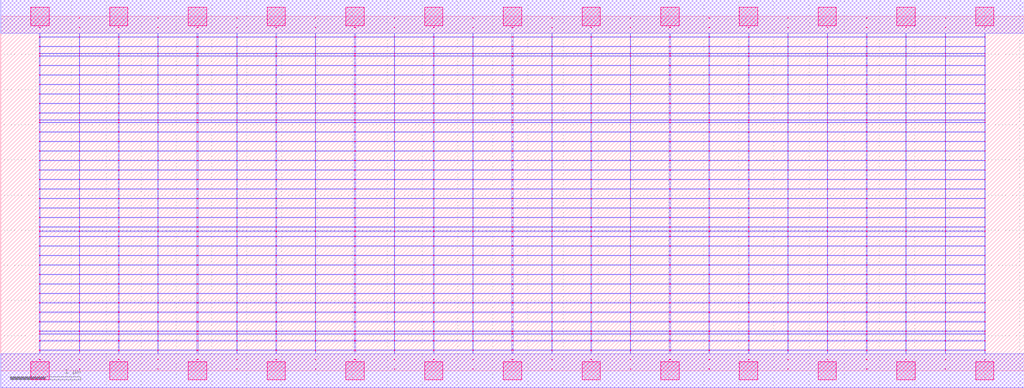
<source format=lef>
MACRO AOAAOI21231_DEBUG
 CLASS CORE ;
 FOREIGN AOAAOI21231_DEBUG 0 0 ;
 SIZE 14.56 BY 5.04 ;
 ORIGIN 0 0 ;
 SYMMETRY X Y R90 ;
 SITE unit ;

 OBS
    LAYER polycont ;
     RECT 7.27100000 2.58300000 7.28900000 2.59100000 ;
     RECT 7.27100000 2.71800000 7.28900000 2.72600000 ;
     RECT 7.27100000 2.85300000 7.28900000 2.86100000 ;
     RECT 7.27100000 2.98800000 7.28900000 2.99600000 ;
     RECT 10.63600000 2.58300000 10.64900000 2.59100000 ;
     RECT 10.63600000 2.71800000 10.64900000 2.72600000 ;
     RECT 10.63600000 2.85300000 10.64900000 2.86100000 ;
     RECT 10.63600000 2.98800000 10.64900000 2.99600000 ;
     RECT 11.19600000 3.79800000 11.20400000 3.80600000 ;
     RECT 11.75600000 3.79800000 11.76400000 3.80600000 ;
     RECT 12.31600000 3.79800000 12.32400000 3.80600000 ;
     RECT 12.87600000 3.79800000 12.88400000 3.80600000 ;
     RECT 13.43600000 3.79800000 13.44400000 3.80600000 ;
     RECT 13.99600000 3.79800000 14.00400000 3.80600000 ;
     RECT 11.19600000 3.93300000 11.20400000 3.94100000 ;
     RECT 11.75600000 3.93300000 11.76400000 3.94100000 ;
     RECT 12.31600000 3.93300000 12.32400000 3.94100000 ;
     RECT 12.87600000 3.93300000 12.88400000 3.94100000 ;
     RECT 13.43600000 3.93300000 13.44400000 3.94100000 ;
     RECT 13.99600000 3.93300000 14.00400000 3.94100000 ;
     RECT 11.19600000 4.06800000 11.20400000 4.07600000 ;
     RECT 11.75600000 4.06800000 11.76400000 4.07600000 ;
     RECT 12.31600000 4.06800000 12.32400000 4.07600000 ;
     RECT 12.87600000 4.06800000 12.88400000 4.07600000 ;
     RECT 13.43600000 4.06800000 13.44400000 4.07600000 ;
     RECT 13.99600000 4.06800000 14.00400000 4.07600000 ;
     RECT 11.19600000 4.20300000 11.20400000 4.21100000 ;
     RECT 11.75600000 4.20300000 11.76400000 4.21100000 ;
     RECT 12.31600000 4.20300000 12.32400000 4.21100000 ;
     RECT 12.87600000 4.20300000 12.88400000 4.21100000 ;
     RECT 13.43600000 4.20300000 13.44400000 4.21100000 ;
     RECT 13.99600000 4.20300000 14.00400000 4.21100000 ;
     RECT 11.19600000 4.33800000 11.20400000 4.34600000 ;
     RECT 11.75600000 4.33800000 11.76400000 4.34600000 ;
     RECT 12.31600000 4.33800000 12.32400000 4.34600000 ;
     RECT 12.87600000 4.33800000 12.88400000 4.34600000 ;
     RECT 13.43600000 4.33800000 13.44400000 4.34600000 ;
     RECT 13.99600000 4.33800000 14.00400000 4.34600000 ;
     RECT 11.19600000 4.47300000 11.20400000 4.48100000 ;
     RECT 11.75600000 4.47300000 11.76400000 4.48100000 ;
     RECT 12.31600000 4.47300000 12.32400000 4.48100000 ;
     RECT 12.87600000 4.47300000 12.88400000 4.48100000 ;
     RECT 13.43600000 4.47300000 13.44400000 4.48100000 ;
     RECT 13.99600000 4.47300000 14.00400000 4.48100000 ;
     RECT 11.19600000 4.51100000 11.20400000 4.51900000 ;
     RECT 11.75600000 4.51100000 11.76400000 4.51900000 ;
     RECT 12.31600000 4.51100000 12.32400000 4.51900000 ;
     RECT 12.87600000 4.51100000 12.88400000 4.51900000 ;
     RECT 13.43600000 4.51100000 13.44400000 4.51900000 ;
     RECT 13.99600000 4.51100000 14.00400000 4.51900000 ;
     RECT 11.19600000 4.60800000 11.20400000 4.61600000 ;
     RECT 11.75600000 4.60800000 11.76400000 4.61600000 ;
     RECT 12.31600000 4.60800000 12.32400000 4.61600000 ;
     RECT 12.87600000 4.60800000 12.88400000 4.61600000 ;
     RECT 13.43600000 4.60800000 13.44400000 4.61600000 ;
     RECT 13.99600000 4.60800000 14.00400000 4.61600000 ;
     RECT 11.19600000 4.74300000 11.20400000 4.75100000 ;
     RECT 11.75600000 4.74300000 11.76400000 4.75100000 ;
     RECT 12.31600000 4.74300000 12.32400000 4.75100000 ;
     RECT 12.87600000 4.74300000 12.88400000 4.75100000 ;
     RECT 13.43600000 4.74300000 13.44400000 4.75100000 ;
     RECT 13.99600000 4.74300000 14.00400000 4.75100000 ;
     RECT 11.19600000 4.87800000 11.20400000 4.88600000 ;
     RECT 11.75600000 4.87800000 11.76400000 4.88600000 ;
     RECT 12.31600000 4.87800000 12.32400000 4.88600000 ;
     RECT 12.87600000 4.87800000 12.88400000 4.88600000 ;
     RECT 13.43600000 4.87800000 13.44400000 4.88600000 ;
     RECT 13.99600000 4.87800000 14.00400000 4.88600000 ;
     RECT 7.83600000 2.71800000 7.84400000 2.72600000 ;
     RECT 8.39100000 2.71800000 8.40900000 2.72600000 ;
     RECT 8.95600000 2.71800000 8.96400000 2.72600000 ;
     RECT 9.51100000 2.71800000 9.52900000 2.72600000 ;
     RECT 10.07600000 2.71800000 10.08400000 2.72600000 ;
     RECT 10.07600000 2.58300000 10.08400000 2.59100000 ;
     RECT 8.39100000 2.58300000 8.40900000 2.59100000 ;
     RECT 7.83600000 2.85300000 7.84400000 2.86100000 ;
     RECT 8.39100000 2.85300000 8.40900000 2.86100000 ;
     RECT 8.95600000 2.85300000 8.96400000 2.86100000 ;
     RECT 9.51100000 2.85300000 9.52900000 2.86100000 ;
     RECT 10.07600000 2.85300000 10.08400000 2.86100000 ;
     RECT 9.51100000 2.58300000 9.52900000 2.59100000 ;
     RECT 8.95600000 2.58300000 8.96400000 2.59100000 ;
     RECT 7.83600000 2.98800000 7.84400000 2.99600000 ;
     RECT 8.39100000 2.98800000 8.40900000 2.99600000 ;
     RECT 8.95600000 2.98800000 8.96400000 2.99600000 ;
     RECT 9.51100000 2.98800000 9.52900000 2.99600000 ;
     RECT 10.07600000 2.98800000 10.08400000 2.99600000 ;
     RECT 7.83600000 2.58300000 7.84400000 2.59100000 ;
     RECT 12.87600000 2.58300000 12.88400000 2.59100000 ;
     RECT 13.43600000 2.58300000 13.44400000 2.59100000 ;
     RECT 13.99600000 2.58300000 14.00400000 2.59100000 ;
     RECT 11.19600000 2.58300000 11.20400000 2.59100000 ;
     RECT 11.19600000 2.71800000 11.20400000 2.72600000 ;
     RECT 11.19600000 2.85300000 11.20400000 2.86100000 ;
     RECT 11.75600000 2.85300000 11.76400000 2.86100000 ;
     RECT 12.31600000 2.85300000 12.32400000 2.86100000 ;
     RECT 12.87600000 2.85300000 12.88400000 2.86100000 ;
     RECT 13.43600000 2.85300000 13.44400000 2.86100000 ;
     RECT 13.99600000 2.85300000 14.00400000 2.86100000 ;
     RECT 11.75600000 2.71800000 11.76400000 2.72600000 ;
     RECT 12.31600000 2.71800000 12.32400000 2.72600000 ;
     RECT 12.87600000 2.71800000 12.88400000 2.72600000 ;
     RECT 13.43600000 2.71800000 13.44400000 2.72600000 ;
     RECT 13.99600000 2.71800000 14.00400000 2.72600000 ;
     RECT 11.75600000 2.58300000 11.76400000 2.59100000 ;
     RECT 12.31600000 2.58300000 12.32400000 2.59100000 ;
     RECT 11.19600000 2.98800000 11.20400000 2.99600000 ;
     RECT 11.75600000 2.98800000 11.76400000 2.99600000 ;
     RECT 12.31600000 2.98800000 12.32400000 2.99600000 ;
     RECT 12.87600000 2.98800000 12.88400000 2.99600000 ;
     RECT 13.43600000 2.98800000 13.44400000 2.99600000 ;
     RECT 13.99600000 2.98800000 14.00400000 2.99600000 ;
     RECT 11.19600000 3.12300000 11.20400000 3.13100000 ;
     RECT 11.75600000 3.12300000 11.76400000 3.13100000 ;
     RECT 12.31600000 3.12300000 12.32400000 3.13100000 ;
     RECT 12.87600000 3.12300000 12.88400000 3.13100000 ;
     RECT 13.43600000 3.12300000 13.44400000 3.13100000 ;
     RECT 13.99600000 3.12300000 14.00400000 3.13100000 ;
     RECT 11.19600000 3.25800000 11.20400000 3.26600000 ;
     RECT 11.75600000 3.25800000 11.76400000 3.26600000 ;
     RECT 12.31600000 3.25800000 12.32400000 3.26600000 ;
     RECT 12.87600000 3.25800000 12.88400000 3.26600000 ;
     RECT 13.43600000 3.25800000 13.44400000 3.26600000 ;
     RECT 13.99600000 3.25800000 14.00400000 3.26600000 ;
     RECT 11.19600000 3.39300000 11.20400000 3.40100000 ;
     RECT 11.75600000 3.39300000 11.76400000 3.40100000 ;
     RECT 12.31600000 3.39300000 12.32400000 3.40100000 ;
     RECT 12.87600000 3.39300000 12.88400000 3.40100000 ;
     RECT 13.43600000 3.39300000 13.44400000 3.40100000 ;
     RECT 13.99600000 3.39300000 14.00400000 3.40100000 ;
     RECT 11.19600000 3.52800000 11.20400000 3.53600000 ;
     RECT 11.75600000 3.52800000 11.76400000 3.53600000 ;
     RECT 12.31600000 3.52800000 12.32400000 3.53600000 ;
     RECT 12.87600000 3.52800000 12.88400000 3.53600000 ;
     RECT 13.43600000 3.52800000 13.44400000 3.53600000 ;
     RECT 13.99600000 3.52800000 14.00400000 3.53600000 ;
     RECT 11.19600000 3.56100000 11.20400000 3.56900000 ;
     RECT 11.75600000 3.56100000 11.76400000 3.56900000 ;
     RECT 12.31600000 3.56100000 12.32400000 3.56900000 ;
     RECT 12.87600000 3.56100000 12.88400000 3.56900000 ;
     RECT 13.43600000 3.56100000 13.44400000 3.56900000 ;
     RECT 13.99600000 3.56100000 14.00400000 3.56900000 ;
     RECT 11.19600000 3.66300000 11.20400000 3.67100000 ;
     RECT 11.75600000 3.66300000 11.76400000 3.67100000 ;
     RECT 12.31600000 3.66300000 12.32400000 3.67100000 ;
     RECT 12.87600000 3.66300000 12.88400000 3.67100000 ;
     RECT 13.43600000 3.66300000 13.44400000 3.67100000 ;
     RECT 13.99600000 3.66300000 14.00400000 3.67100000 ;
     RECT 1.67100000 2.85300000 1.68900000 2.86100000 ;
     RECT 2.23600000 2.85300000 2.24400000 2.86100000 ;
     RECT 2.79100000 2.85300000 2.80900000 2.86100000 ;
     RECT 3.35600000 2.85300000 3.36400000 2.86100000 ;
     RECT 3.91100000 2.85300000 3.92900000 2.86100000 ;
     RECT 4.47600000 2.85300000 4.48400000 2.86100000 ;
     RECT 5.03100000 2.85300000 5.04900000 2.86100000 ;
     RECT 5.59600000 2.85300000 5.60400000 2.86100000 ;
     RECT 6.15100000 2.85300000 6.16900000 2.86100000 ;
     RECT 6.71600000 2.85300000 6.72400000 2.86100000 ;
     RECT 1.11600000 2.71800000 1.12400000 2.72600000 ;
     RECT 1.67100000 2.71800000 1.68900000 2.72600000 ;
     RECT 2.23600000 2.71800000 2.24400000 2.72600000 ;
     RECT 2.79100000 2.71800000 2.80900000 2.72600000 ;
     RECT 3.35600000 2.71800000 3.36400000 2.72600000 ;
     RECT 3.91100000 2.71800000 3.92900000 2.72600000 ;
     RECT 4.47600000 2.71800000 4.48400000 2.72600000 ;
     RECT 5.03100000 2.71800000 5.04900000 2.72600000 ;
     RECT 5.59600000 2.71800000 5.60400000 2.72600000 ;
     RECT 6.15100000 2.71800000 6.16900000 2.72600000 ;
     RECT 6.71600000 2.71800000 6.72400000 2.72600000 ;
     RECT 1.11600000 2.58300000 1.12400000 2.59100000 ;
     RECT 1.67100000 2.58300000 1.68900000 2.59100000 ;
     RECT 0.55100000 2.98800000 0.56400000 2.99600000 ;
     RECT 1.11600000 2.98800000 1.12400000 2.99600000 ;
     RECT 1.67100000 2.98800000 1.68900000 2.99600000 ;
     RECT 2.23600000 2.98800000 2.24400000 2.99600000 ;
     RECT 2.79100000 2.98800000 2.80900000 2.99600000 ;
     RECT 3.35600000 2.98800000 3.36400000 2.99600000 ;
     RECT 3.91100000 2.98800000 3.92900000 2.99600000 ;
     RECT 4.47600000 2.98800000 4.48400000 2.99600000 ;
     RECT 5.03100000 2.98800000 5.04900000 2.99600000 ;
     RECT 5.59600000 2.98800000 5.60400000 2.99600000 ;
     RECT 6.15100000 2.98800000 6.16900000 2.99600000 ;
     RECT 6.71600000 2.98800000 6.72400000 2.99600000 ;
     RECT 2.23600000 2.58300000 2.24400000 2.59100000 ;
     RECT 2.79100000 2.58300000 2.80900000 2.59100000 ;
     RECT 3.35600000 2.58300000 3.36400000 2.59100000 ;
     RECT 3.91100000 2.58300000 3.92900000 2.59100000 ;
     RECT 4.47600000 2.58300000 4.48400000 2.59100000 ;
     RECT 5.03100000 2.58300000 5.04900000 2.59100000 ;
     RECT 5.59600000 2.58300000 5.60400000 2.59100000 ;
     RECT 6.15100000 2.58300000 6.16900000 2.59100000 ;
     RECT 6.71600000 2.58300000 6.72400000 2.59100000 ;
     RECT 0.55100000 2.58300000 0.56400000 2.59100000 ;
     RECT 0.55100000 2.71800000 0.56400000 2.72600000 ;
     RECT 0.55100000 2.85300000 0.56400000 2.86100000 ;
     RECT 1.11600000 2.85300000 1.12400000 2.86100000 ;
     RECT 2.23600000 2.04300000 2.24400000 2.05100000 ;
     RECT 2.23600000 2.17800000 2.24400000 2.18600000 ;
     RECT 2.23600000 2.31300000 2.24400000 2.32100000 ;
     RECT 2.23600000 2.44800000 2.24400000 2.45600000 ;
     RECT 2.23600000 0.15300000 2.24400000 0.16100000 ;
     RECT 2.23600000 0.28800000 2.24400000 0.29600000 ;
     RECT 2.23600000 0.42300000 2.24400000 0.43100000 ;
     RECT 2.23600000 0.52100000 2.24400000 0.52900000 ;
     RECT 2.23600000 0.55800000 2.24400000 0.56600000 ;
     RECT 2.23600000 0.69300000 2.24400000 0.70100000 ;
     RECT 2.23600000 0.82800000 2.24400000 0.83600000 ;
     RECT 2.23600000 0.96300000 2.24400000 0.97100000 ;
     RECT 2.23600000 1.09800000 2.24400000 1.10600000 ;
     RECT 2.23600000 1.23300000 2.24400000 1.24100000 ;
     RECT 2.23600000 1.36800000 2.24400000 1.37600000 ;
     RECT 2.23600000 1.50300000 2.24400000 1.51100000 ;
     RECT 2.23600000 1.63800000 2.24400000 1.64600000 ;
     RECT 2.23600000 1.77300000 2.24400000 1.78100000 ;
     RECT 2.23600000 1.90800000 2.24400000 1.91600000 ;
     RECT 2.23600000 1.98100000 2.24400000 1.98900000 ;
     RECT 10.07600000 2.31300000 10.08400000 2.32100000 ;
     RECT 7.83600000 0.82800000 7.84400000 0.83600000 ;
     RECT 7.83600000 2.44800000 7.84400000 2.45600000 ;
     RECT 10.07600000 2.44800000 10.08400000 2.45600000 ;
     RECT 10.07600000 0.82800000 10.08400000 0.83600000 ;
     RECT 7.83600000 0.42300000 7.84400000 0.43100000 ;
     RECT 7.83600000 0.96300000 7.84400000 0.97100000 ;
     RECT 10.07600000 0.96300000 10.08400000 0.97100000 ;
     RECT 10.07600000 0.42300000 10.08400000 0.43100000 ;
     RECT 7.83600000 1.09800000 7.84400000 1.10600000 ;
     RECT 10.07600000 1.09800000 10.08400000 1.10600000 ;
     RECT 7.83600000 0.15300000 7.84400000 0.16100000 ;
     RECT 7.83600000 1.23300000 7.84400000 1.24100000 ;
     RECT 10.07600000 1.23300000 10.08400000 1.24100000 ;
     RECT 7.83600000 0.52100000 7.84400000 0.52900000 ;
     RECT 7.83600000 1.36800000 7.84400000 1.37600000 ;
     RECT 10.07600000 1.36800000 10.08400000 1.37600000 ;
     RECT 10.07600000 0.52100000 10.08400000 0.52900000 ;
     RECT 7.83600000 1.50300000 7.84400000 1.51100000 ;
     RECT 10.07600000 1.50300000 10.08400000 1.51100000 ;
     RECT 7.83600000 0.28800000 7.84400000 0.29600000 ;
     RECT 7.83600000 1.63800000 7.84400000 1.64600000 ;
     RECT 10.07600000 1.63800000 10.08400000 1.64600000 ;
     RECT 7.83600000 0.55800000 7.84400000 0.56600000 ;
     RECT 7.83600000 1.77300000 7.84400000 1.78100000 ;
     RECT 10.07600000 1.77300000 10.08400000 1.78100000 ;
     RECT 10.07600000 0.55800000 10.08400000 0.56600000 ;
     RECT 7.83600000 1.90800000 7.84400000 1.91600000 ;
     RECT 10.07600000 1.90800000 10.08400000 1.91600000 ;
     RECT 10.07600000 0.28800000 10.08400000 0.29600000 ;
     RECT 7.83600000 1.98100000 7.84400000 1.98900000 ;
     RECT 10.07600000 1.98100000 10.08400000 1.98900000 ;
     RECT 7.83600000 0.69300000 7.84400000 0.70100000 ;
     RECT 7.83600000 2.04300000 7.84400000 2.05100000 ;
     RECT 10.07600000 2.04300000 10.08400000 2.05100000 ;
     RECT 10.07600000 0.69300000 10.08400000 0.70100000 ;
     RECT 7.83600000 2.17800000 7.84400000 2.18600000 ;
     RECT 10.07600000 2.17800000 10.08400000 2.18600000 ;
     RECT 10.07600000 0.15300000 10.08400000 0.16100000 ;
     RECT 7.83600000 2.31300000 7.84400000 2.32100000 ;

    LAYER pdiffc ;
     RECT 0.55100000 3.39300000 0.55900000 3.40100000 ;
     RECT 10.64100000 3.39300000 10.64900000 3.40100000 ;
     RECT 0.55100000 3.52800000 0.55900000 3.53600000 ;
     RECT 10.64100000 3.52800000 10.64900000 3.53600000 ;
     RECT 0.55100000 3.56100000 0.55900000 3.56900000 ;
     RECT 10.64100000 3.56100000 10.64900000 3.56900000 ;
     RECT 0.55100000 3.66300000 0.55900000 3.67100000 ;
     RECT 10.64100000 3.66300000 10.64900000 3.67100000 ;
     RECT 0.55100000 3.79800000 0.55900000 3.80600000 ;
     RECT 10.64100000 3.79800000 10.64900000 3.80600000 ;
     RECT 0.55100000 3.93300000 0.55900000 3.94100000 ;
     RECT 10.64100000 3.93300000 10.64900000 3.94100000 ;
     RECT 0.55100000 4.06800000 0.55900000 4.07600000 ;
     RECT 10.64100000 4.06800000 10.64900000 4.07600000 ;
     RECT 0.55100000 4.20300000 0.55900000 4.21100000 ;
     RECT 10.64100000 4.20300000 10.64900000 4.21100000 ;
     RECT 0.55100000 4.33800000 0.55900000 4.34600000 ;
     RECT 10.64100000 4.33800000 10.64900000 4.34600000 ;
     RECT 0.55100000 4.47300000 0.55900000 4.48100000 ;
     RECT 10.64100000 4.47300000 10.64900000 4.48100000 ;
     RECT 0.55100000 4.51100000 0.55900000 4.51900000 ;
     RECT 10.64100000 4.51100000 10.64900000 4.51900000 ;
     RECT 0.55100000 4.60800000 0.55900000 4.61600000 ;
     RECT 10.64100000 4.60800000 10.64900000 4.61600000 ;

    LAYER ndiffc ;
     RECT 7.27100000 0.42300000 7.28900000 0.43100000 ;
     RECT 7.27100000 0.52100000 7.28900000 0.52900000 ;
     RECT 7.27100000 0.55800000 7.28900000 0.56600000 ;
     RECT 7.27100000 0.69300000 7.28900000 0.70100000 ;
     RECT 7.27100000 0.82800000 7.28900000 0.83600000 ;
     RECT 7.27100000 0.96300000 7.28900000 0.97100000 ;
     RECT 7.27100000 1.09800000 7.28900000 1.10600000 ;
     RECT 7.27100000 1.23300000 7.28900000 1.24100000 ;
     RECT 7.27100000 1.36800000 7.28900000 1.37600000 ;
     RECT 7.27100000 1.50300000 7.28900000 1.51100000 ;
     RECT 7.27100000 1.63800000 7.28900000 1.64600000 ;
     RECT 7.27100000 1.77300000 7.28900000 1.78100000 ;
     RECT 7.27100000 1.90800000 7.28900000 1.91600000 ;
     RECT 7.27100000 1.98100000 7.28900000 1.98900000 ;
     RECT 7.27100000 2.04300000 7.28900000 2.05100000 ;
     RECT 8.39100000 0.55800000 8.40900000 0.56600000 ;
     RECT 9.51100000 0.55800000 9.52900000 0.56600000 ;
     RECT 10.63600000 0.55800000 10.64900000 0.56600000 ;
     RECT 11.75600000 0.55800000 11.76400000 0.56600000 ;
     RECT 12.87600000 0.55800000 12.88400000 0.56600000 ;
     RECT 13.99600000 0.55800000 14.00400000 0.56600000 ;
     RECT 10.63600000 0.42300000 10.64900000 0.43100000 ;
     RECT 8.39100000 0.69300000 8.40900000 0.70100000 ;
     RECT 9.51100000 0.69300000 9.52900000 0.70100000 ;
     RECT 10.63600000 0.69300000 10.64900000 0.70100000 ;
     RECT 11.75600000 0.69300000 11.76400000 0.70100000 ;
     RECT 12.87600000 0.69300000 12.88400000 0.70100000 ;
     RECT 13.99600000 0.69300000 14.00400000 0.70100000 ;
     RECT 11.75600000 0.42300000 11.76400000 0.43100000 ;
     RECT 8.39100000 0.82800000 8.40900000 0.83600000 ;
     RECT 9.51100000 0.82800000 9.52900000 0.83600000 ;
     RECT 10.63600000 0.82800000 10.64900000 0.83600000 ;
     RECT 11.75600000 0.82800000 11.76400000 0.83600000 ;
     RECT 12.87600000 0.82800000 12.88400000 0.83600000 ;
     RECT 13.99600000 0.82800000 14.00400000 0.83600000 ;
     RECT 12.87600000 0.42300000 12.88400000 0.43100000 ;
     RECT 8.39100000 0.96300000 8.40900000 0.97100000 ;
     RECT 9.51100000 0.96300000 9.52900000 0.97100000 ;
     RECT 10.63600000 0.96300000 10.64900000 0.97100000 ;
     RECT 11.75600000 0.96300000 11.76400000 0.97100000 ;
     RECT 12.87600000 0.96300000 12.88400000 0.97100000 ;
     RECT 13.99600000 0.96300000 14.00400000 0.97100000 ;
     RECT 13.99600000 0.42300000 14.00400000 0.43100000 ;
     RECT 8.39100000 1.09800000 8.40900000 1.10600000 ;
     RECT 9.51100000 1.09800000 9.52900000 1.10600000 ;
     RECT 10.63600000 1.09800000 10.64900000 1.10600000 ;
     RECT 11.75600000 1.09800000 11.76400000 1.10600000 ;
     RECT 12.87600000 1.09800000 12.88400000 1.10600000 ;
     RECT 13.99600000 1.09800000 14.00400000 1.10600000 ;
     RECT 8.39100000 0.42300000 8.40900000 0.43100000 ;
     RECT 8.39100000 1.23300000 8.40900000 1.24100000 ;
     RECT 9.51100000 1.23300000 9.52900000 1.24100000 ;
     RECT 10.63600000 1.23300000 10.64900000 1.24100000 ;
     RECT 11.75600000 1.23300000 11.76400000 1.24100000 ;
     RECT 12.87600000 1.23300000 12.88400000 1.24100000 ;
     RECT 13.99600000 1.23300000 14.00400000 1.24100000 ;
     RECT 8.39100000 0.52100000 8.40900000 0.52900000 ;
     RECT 8.39100000 1.36800000 8.40900000 1.37600000 ;
     RECT 9.51100000 1.36800000 9.52900000 1.37600000 ;
     RECT 10.63600000 1.36800000 10.64900000 1.37600000 ;
     RECT 11.75600000 1.36800000 11.76400000 1.37600000 ;
     RECT 12.87600000 1.36800000 12.88400000 1.37600000 ;
     RECT 13.99600000 1.36800000 14.00400000 1.37600000 ;
     RECT 9.51100000 0.52100000 9.52900000 0.52900000 ;
     RECT 8.39100000 1.50300000 8.40900000 1.51100000 ;
     RECT 9.51100000 1.50300000 9.52900000 1.51100000 ;
     RECT 10.63600000 1.50300000 10.64900000 1.51100000 ;
     RECT 11.75600000 1.50300000 11.76400000 1.51100000 ;
     RECT 12.87600000 1.50300000 12.88400000 1.51100000 ;
     RECT 13.99600000 1.50300000 14.00400000 1.51100000 ;
     RECT 10.63600000 0.52100000 10.64900000 0.52900000 ;
     RECT 8.39100000 1.63800000 8.40900000 1.64600000 ;
     RECT 9.51100000 1.63800000 9.52900000 1.64600000 ;
     RECT 10.63600000 1.63800000 10.64900000 1.64600000 ;
     RECT 11.75600000 1.63800000 11.76400000 1.64600000 ;
     RECT 12.87600000 1.63800000 12.88400000 1.64600000 ;
     RECT 13.99600000 1.63800000 14.00400000 1.64600000 ;
     RECT 11.75600000 0.52100000 11.76400000 0.52900000 ;
     RECT 8.39100000 1.77300000 8.40900000 1.78100000 ;
     RECT 9.51100000 1.77300000 9.52900000 1.78100000 ;
     RECT 10.63600000 1.77300000 10.64900000 1.78100000 ;
     RECT 11.75600000 1.77300000 11.76400000 1.78100000 ;
     RECT 12.87600000 1.77300000 12.88400000 1.78100000 ;
     RECT 13.99600000 1.77300000 14.00400000 1.78100000 ;
     RECT 12.87600000 0.52100000 12.88400000 0.52900000 ;
     RECT 8.39100000 1.90800000 8.40900000 1.91600000 ;
     RECT 9.51100000 1.90800000 9.52900000 1.91600000 ;
     RECT 10.63600000 1.90800000 10.64900000 1.91600000 ;
     RECT 11.75600000 1.90800000 11.76400000 1.91600000 ;
     RECT 12.87600000 1.90800000 12.88400000 1.91600000 ;
     RECT 13.99600000 1.90800000 14.00400000 1.91600000 ;
     RECT 13.99600000 0.52100000 14.00400000 0.52900000 ;
     RECT 8.39100000 1.98100000 8.40900000 1.98900000 ;
     RECT 9.51100000 1.98100000 9.52900000 1.98900000 ;
     RECT 10.63600000 1.98100000 10.64900000 1.98900000 ;
     RECT 11.75600000 1.98100000 11.76400000 1.98900000 ;
     RECT 12.87600000 1.98100000 12.88400000 1.98900000 ;
     RECT 13.99600000 1.98100000 14.00400000 1.98900000 ;
     RECT 9.51100000 0.42300000 9.52900000 0.43100000 ;
     RECT 8.39100000 2.04300000 8.40900000 2.05100000 ;
     RECT 9.51100000 2.04300000 9.52900000 2.05100000 ;
     RECT 10.63600000 2.04300000 10.64900000 2.05100000 ;
     RECT 11.75600000 2.04300000 11.76400000 2.05100000 ;
     RECT 12.87600000 2.04300000 12.88400000 2.05100000 ;
     RECT 13.99600000 2.04300000 14.00400000 2.05100000 ;
     RECT 1.67100000 1.36800000 1.68900000 1.37600000 ;
     RECT 2.79100000 1.36800000 2.80900000 1.37600000 ;
     RECT 3.91100000 1.36800000 3.92900000 1.37600000 ;
     RECT 5.03100000 1.36800000 5.04900000 1.37600000 ;
     RECT 6.15100000 1.36800000 6.16900000 1.37600000 ;
     RECT 5.03100000 0.82800000 5.04900000 0.83600000 ;
     RECT 6.15100000 0.82800000 6.16900000 0.83600000 ;
     RECT 2.79100000 0.55800000 2.80900000 0.56600000 ;
     RECT 3.91100000 0.55800000 3.92900000 0.56600000 ;
     RECT 5.03100000 0.55800000 5.04900000 0.56600000 ;
     RECT 6.15100000 0.55800000 6.16900000 0.56600000 ;
     RECT 1.67100000 0.52100000 1.68900000 0.52900000 ;
     RECT 0.55100000 1.50300000 0.56400000 1.51100000 ;
     RECT 1.67100000 1.50300000 1.68900000 1.51100000 ;
     RECT 2.79100000 1.50300000 2.80900000 1.51100000 ;
     RECT 3.91100000 1.50300000 3.92900000 1.51100000 ;
     RECT 5.03100000 1.50300000 5.04900000 1.51100000 ;
     RECT 6.15100000 1.50300000 6.16900000 1.51100000 ;
     RECT 2.79100000 0.52100000 2.80900000 0.52900000 ;
     RECT 3.91100000 0.52100000 3.92900000 0.52900000 ;
     RECT 0.55100000 0.96300000 0.56400000 0.97100000 ;
     RECT 1.67100000 0.96300000 1.68900000 0.97100000 ;
     RECT 2.79100000 0.96300000 2.80900000 0.97100000 ;
     RECT 3.91100000 0.96300000 3.92900000 0.97100000 ;
     RECT 5.03100000 0.96300000 5.04900000 0.97100000 ;
     RECT 0.55100000 1.63800000 0.56400000 1.64600000 ;
     RECT 1.67100000 1.63800000 1.68900000 1.64600000 ;
     RECT 2.79100000 1.63800000 2.80900000 1.64600000 ;
     RECT 3.91100000 1.63800000 3.92900000 1.64600000 ;
     RECT 5.03100000 1.63800000 5.04900000 1.64600000 ;
     RECT 6.15100000 1.63800000 6.16900000 1.64600000 ;
     RECT 6.15100000 0.96300000 6.16900000 0.97100000 ;
     RECT 5.03100000 0.52100000 5.04900000 0.52900000 ;
     RECT 6.15100000 0.52100000 6.16900000 0.52900000 ;
     RECT 1.67100000 0.42300000 1.68900000 0.43100000 ;
     RECT 2.79100000 0.42300000 2.80900000 0.43100000 ;
     RECT 0.55100000 0.69300000 0.56400000 0.70100000 ;
     RECT 1.67100000 0.69300000 1.68900000 0.70100000 ;
     RECT 0.55100000 1.77300000 0.56400000 1.78100000 ;
     RECT 1.67100000 1.77300000 1.68900000 1.78100000 ;
     RECT 2.79100000 1.77300000 2.80900000 1.78100000 ;
     RECT 3.91100000 1.77300000 3.92900000 1.78100000 ;
     RECT 5.03100000 1.77300000 5.04900000 1.78100000 ;
     RECT 6.15100000 1.77300000 6.16900000 1.78100000 ;
     RECT 2.79100000 0.69300000 2.80900000 0.70100000 ;
     RECT 0.55100000 1.09800000 0.56400000 1.10600000 ;
     RECT 1.67100000 1.09800000 1.68900000 1.10600000 ;
     RECT 2.79100000 1.09800000 2.80900000 1.10600000 ;
     RECT 3.91100000 1.09800000 3.92900000 1.10600000 ;
     RECT 5.03100000 1.09800000 5.04900000 1.10600000 ;
     RECT 6.15100000 1.09800000 6.16900000 1.10600000 ;
     RECT 0.55100000 1.90800000 0.56400000 1.91600000 ;
     RECT 1.67100000 1.90800000 1.68900000 1.91600000 ;
     RECT 2.79100000 1.90800000 2.80900000 1.91600000 ;
     RECT 3.91100000 1.90800000 3.92900000 1.91600000 ;
     RECT 5.03100000 1.90800000 5.04900000 1.91600000 ;
     RECT 6.15100000 1.90800000 6.16900000 1.91600000 ;
     RECT 3.91100000 0.69300000 3.92900000 0.70100000 ;
     RECT 5.03100000 0.69300000 5.04900000 0.70100000 ;
     RECT 6.15100000 0.69300000 6.16900000 0.70100000 ;
     RECT 3.91100000 0.42300000 3.92900000 0.43100000 ;
     RECT 5.03100000 0.42300000 5.04900000 0.43100000 ;
     RECT 6.15100000 0.42300000 6.16900000 0.43100000 ;
     RECT 0.55100000 0.42300000 0.56400000 0.43100000 ;
     RECT 0.55100000 1.98100000 0.56400000 1.98900000 ;
     RECT 1.67100000 1.98100000 1.68900000 1.98900000 ;
     RECT 2.79100000 1.98100000 2.80900000 1.98900000 ;
     RECT 3.91100000 1.98100000 3.92900000 1.98900000 ;
     RECT 5.03100000 1.98100000 5.04900000 1.98900000 ;
     RECT 6.15100000 1.98100000 6.16900000 1.98900000 ;
     RECT 0.55100000 1.23300000 0.56400000 1.24100000 ;
     RECT 1.67100000 1.23300000 1.68900000 1.24100000 ;
     RECT 2.79100000 1.23300000 2.80900000 1.24100000 ;
     RECT 3.91100000 1.23300000 3.92900000 1.24100000 ;
     RECT 5.03100000 1.23300000 5.04900000 1.24100000 ;
     RECT 6.15100000 1.23300000 6.16900000 1.24100000 ;
     RECT 0.55100000 0.52100000 0.56400000 0.52900000 ;
     RECT 0.55100000 2.04300000 0.56400000 2.05100000 ;
     RECT 1.67100000 2.04300000 1.68900000 2.05100000 ;
     RECT 2.79100000 2.04300000 2.80900000 2.05100000 ;
     RECT 3.91100000 2.04300000 3.92900000 2.05100000 ;
     RECT 5.03100000 2.04300000 5.04900000 2.05100000 ;
     RECT 6.15100000 2.04300000 6.16900000 2.05100000 ;
     RECT 0.55100000 0.55800000 0.56400000 0.56600000 ;
     RECT 1.67100000 0.55800000 1.68900000 0.56600000 ;
     RECT 0.55100000 0.82800000 0.56400000 0.83600000 ;
     RECT 1.67100000 0.82800000 1.68900000 0.83600000 ;
     RECT 2.79100000 0.82800000 2.80900000 0.83600000 ;
     RECT 3.91100000 0.82800000 3.92900000 0.83600000 ;
     RECT 0.55100000 1.36800000 0.56400000 1.37600000 ;

    LAYER met1 ;
     RECT 0.00000000 -0.24000000 14.56000000 0.24000000 ;
     RECT 7.27100000 0.24000000 7.28900000 0.28800000 ;
     RECT 0.55100000 0.28800000 14.00400000 0.29600000 ;
     RECT 7.27100000 0.29600000 7.28900000 0.42300000 ;
     RECT 0.55100000 0.42300000 14.00400000 0.43100000 ;
     RECT 7.27100000 0.43100000 7.28900000 0.52100000 ;
     RECT 0.55100000 0.52100000 14.00400000 0.52900000 ;
     RECT 7.27100000 0.52900000 7.28900000 0.55800000 ;
     RECT 0.55100000 0.55800000 14.00400000 0.56600000 ;
     RECT 7.27100000 0.56600000 7.28900000 0.69300000 ;
     RECT 0.55100000 0.69300000 14.00400000 0.70100000 ;
     RECT 7.27100000 0.70100000 7.28900000 0.82800000 ;
     RECT 0.55100000 0.82800000 14.00400000 0.83600000 ;
     RECT 7.27100000 0.83600000 7.28900000 0.96300000 ;
     RECT 0.55100000 0.96300000 14.00400000 0.97100000 ;
     RECT 7.27100000 0.97100000 7.28900000 1.09800000 ;
     RECT 0.55100000 1.09800000 14.00400000 1.10600000 ;
     RECT 7.27100000 1.10600000 7.28900000 1.23300000 ;
     RECT 0.55100000 1.23300000 14.00400000 1.24100000 ;
     RECT 7.27100000 1.24100000 7.28900000 1.36800000 ;
     RECT 0.55100000 1.36800000 14.00400000 1.37600000 ;
     RECT 7.27100000 1.37600000 7.28900000 1.50300000 ;
     RECT 0.55100000 1.50300000 14.00400000 1.51100000 ;
     RECT 7.27100000 1.51100000 7.28900000 1.63800000 ;
     RECT 0.55100000 1.63800000 14.00400000 1.64600000 ;
     RECT 7.27100000 1.64600000 7.28900000 1.77300000 ;
     RECT 0.55100000 1.77300000 14.00400000 1.78100000 ;
     RECT 7.27100000 1.78100000 7.28900000 1.90800000 ;
     RECT 0.55100000 1.90800000 14.00400000 1.91600000 ;
     RECT 7.27100000 1.91600000 7.28900000 1.98100000 ;
     RECT 0.55100000 1.98100000 14.00400000 1.98900000 ;
     RECT 7.27100000 1.98900000 7.28900000 2.04300000 ;
     RECT 0.55100000 2.04300000 14.00400000 2.05100000 ;
     RECT 7.27100000 2.05100000 7.28900000 2.17800000 ;
     RECT 0.55100000 2.17800000 14.00400000 2.18600000 ;
     RECT 7.27100000 2.18600000 7.28900000 2.31300000 ;
     RECT 0.55100000 2.31300000 14.00400000 2.32100000 ;
     RECT 7.27100000 2.32100000 7.28900000 2.44800000 ;
     RECT 0.55100000 2.44800000 14.00400000 2.45600000 ;
     RECT 0.55100000 2.45600000 0.56400000 2.58300000 ;
     RECT 1.11600000 2.45600000 1.12400000 2.58300000 ;
     RECT 1.67100000 2.45600000 1.68900000 2.58300000 ;
     RECT 2.23600000 2.45600000 2.24400000 2.58300000 ;
     RECT 2.79100000 2.45600000 2.80900000 2.58300000 ;
     RECT 3.35600000 2.45600000 3.36400000 2.58300000 ;
     RECT 3.91100000 2.45600000 3.92900000 2.58300000 ;
     RECT 4.47600000 2.45600000 4.48400000 2.58300000 ;
     RECT 5.03100000 2.45600000 5.04900000 2.58300000 ;
     RECT 5.59600000 2.45600000 5.60400000 2.58300000 ;
     RECT 6.15100000 2.45600000 6.16900000 2.58300000 ;
     RECT 6.71600000 2.45600000 6.72400000 2.58300000 ;
     RECT 7.27100000 2.45600000 7.28900000 2.58300000 ;
     RECT 7.83600000 2.45600000 7.84400000 2.58300000 ;
     RECT 8.39100000 2.45600000 8.40900000 2.58300000 ;
     RECT 8.95600000 2.45600000 8.96400000 2.58300000 ;
     RECT 9.51100000 2.45600000 9.52900000 2.58300000 ;
     RECT 10.07600000 2.45600000 10.08400000 2.58300000 ;
     RECT 10.63600000 2.45600000 10.64900000 2.58300000 ;
     RECT 11.19600000 2.45600000 11.20400000 2.58300000 ;
     RECT 11.75600000 2.45600000 11.76400000 2.58300000 ;
     RECT 12.31600000 2.45600000 12.32400000 2.58300000 ;
     RECT 12.87600000 2.45600000 12.88400000 2.58300000 ;
     RECT 13.43600000 2.45600000 13.44400000 2.58300000 ;
     RECT 13.99600000 2.45600000 14.00400000 2.58300000 ;
     RECT 0.55100000 2.58300000 14.00400000 2.59100000 ;
     RECT 7.27100000 2.59100000 7.28900000 2.71800000 ;
     RECT 0.55100000 2.71800000 14.00400000 2.72600000 ;
     RECT 7.27100000 2.72600000 7.28900000 2.85300000 ;
     RECT 0.55100000 2.85300000 14.00400000 2.86100000 ;
     RECT 7.27100000 2.86100000 7.28900000 2.98800000 ;
     RECT 0.55100000 2.98800000 14.00400000 2.99600000 ;
     RECT 7.27100000 2.99600000 7.28900000 3.12300000 ;
     RECT 0.55100000 3.12300000 14.00400000 3.13100000 ;
     RECT 7.27100000 3.13100000 7.28900000 3.25800000 ;
     RECT 0.55100000 3.25800000 14.00400000 3.26600000 ;
     RECT 7.27100000 3.26600000 7.28900000 3.39300000 ;
     RECT 0.55100000 3.39300000 14.00400000 3.40100000 ;
     RECT 7.27100000 3.40100000 7.28900000 3.52800000 ;
     RECT 0.55100000 3.52800000 14.00400000 3.53600000 ;
     RECT 7.27100000 3.53600000 7.28900000 3.56100000 ;
     RECT 0.55100000 3.56100000 14.00400000 3.56900000 ;
     RECT 7.27100000 3.56900000 7.28900000 3.66300000 ;
     RECT 0.55100000 3.66300000 14.00400000 3.67100000 ;
     RECT 7.27100000 3.67100000 7.28900000 3.79800000 ;
     RECT 0.55100000 3.79800000 14.00400000 3.80600000 ;
     RECT 7.27100000 3.80600000 7.28900000 3.93300000 ;
     RECT 0.55100000 3.93300000 14.00400000 3.94100000 ;
     RECT 7.27100000 3.94100000 7.28900000 4.06800000 ;
     RECT 0.55100000 4.06800000 14.00400000 4.07600000 ;
     RECT 7.27100000 4.07600000 7.28900000 4.20300000 ;
     RECT 0.55100000 4.20300000 14.00400000 4.21100000 ;
     RECT 7.27100000 4.21100000 7.28900000 4.33800000 ;
     RECT 0.55100000 4.33800000 14.00400000 4.34600000 ;
     RECT 7.27100000 4.34600000 7.28900000 4.47300000 ;
     RECT 0.55100000 4.47300000 14.00400000 4.48100000 ;
     RECT 7.27100000 4.48100000 7.28900000 4.51100000 ;
     RECT 0.55100000 4.51100000 14.00400000 4.51900000 ;
     RECT 7.27100000 4.51900000 7.28900000 4.60800000 ;
     RECT 0.55100000 4.60800000 14.00400000 4.61600000 ;
     RECT 7.27100000 4.61600000 7.28900000 4.74300000 ;
     RECT 0.55100000 4.74300000 14.00400000 4.75100000 ;
     RECT 7.27100000 4.75100000 7.28900000 4.80000000 ;
     RECT 0.00000000 4.80000000 14.56000000 5.28000000 ;
     RECT 7.83600000 3.80600000 7.84400000 3.93300000 ;
     RECT 8.39100000 3.80600000 8.40900000 3.93300000 ;
     RECT 8.95600000 3.80600000 8.96400000 3.93300000 ;
     RECT 9.51100000 3.80600000 9.52900000 3.93300000 ;
     RECT 10.07600000 3.80600000 10.08400000 3.93300000 ;
     RECT 10.63600000 3.80600000 10.64900000 3.93300000 ;
     RECT 11.19600000 3.80600000 11.20400000 3.93300000 ;
     RECT 11.75600000 3.80600000 11.76400000 3.93300000 ;
     RECT 12.31600000 3.80600000 12.32400000 3.93300000 ;
     RECT 12.87600000 3.80600000 12.88400000 3.93300000 ;
     RECT 13.43600000 3.80600000 13.44400000 3.93300000 ;
     RECT 13.99600000 3.80600000 14.00400000 3.93300000 ;
     RECT 11.19600000 3.94100000 11.20400000 4.06800000 ;
     RECT 11.75600000 3.94100000 11.76400000 4.06800000 ;
     RECT 12.31600000 3.94100000 12.32400000 4.06800000 ;
     RECT 12.87600000 3.94100000 12.88400000 4.06800000 ;
     RECT 13.43600000 3.94100000 13.44400000 4.06800000 ;
     RECT 13.99600000 3.94100000 14.00400000 4.06800000 ;
     RECT 11.19600000 4.07600000 11.20400000 4.20300000 ;
     RECT 11.75600000 4.07600000 11.76400000 4.20300000 ;
     RECT 12.31600000 4.07600000 12.32400000 4.20300000 ;
     RECT 12.87600000 4.07600000 12.88400000 4.20300000 ;
     RECT 13.43600000 4.07600000 13.44400000 4.20300000 ;
     RECT 13.99600000 4.07600000 14.00400000 4.20300000 ;
     RECT 11.19600000 4.21100000 11.20400000 4.33800000 ;
     RECT 11.75600000 4.21100000 11.76400000 4.33800000 ;
     RECT 12.31600000 4.21100000 12.32400000 4.33800000 ;
     RECT 12.87600000 4.21100000 12.88400000 4.33800000 ;
     RECT 13.43600000 4.21100000 13.44400000 4.33800000 ;
     RECT 13.99600000 4.21100000 14.00400000 4.33800000 ;
     RECT 11.19600000 4.34600000 11.20400000 4.47300000 ;
     RECT 11.75600000 4.34600000 11.76400000 4.47300000 ;
     RECT 12.31600000 4.34600000 12.32400000 4.47300000 ;
     RECT 12.87600000 4.34600000 12.88400000 4.47300000 ;
     RECT 13.43600000 4.34600000 13.44400000 4.47300000 ;
     RECT 13.99600000 4.34600000 14.00400000 4.47300000 ;
     RECT 11.19600000 4.48100000 11.20400000 4.51100000 ;
     RECT 11.75600000 4.48100000 11.76400000 4.51100000 ;
     RECT 12.31600000 4.48100000 12.32400000 4.51100000 ;
     RECT 12.87600000 4.48100000 12.88400000 4.51100000 ;
     RECT 13.43600000 4.48100000 13.44400000 4.51100000 ;
     RECT 13.99600000 4.48100000 14.00400000 4.51100000 ;
     RECT 11.19600000 4.51900000 11.20400000 4.60800000 ;
     RECT 11.75600000 4.51900000 11.76400000 4.60800000 ;
     RECT 12.31600000 4.51900000 12.32400000 4.60800000 ;
     RECT 12.87600000 4.51900000 12.88400000 4.60800000 ;
     RECT 13.43600000 4.51900000 13.44400000 4.60800000 ;
     RECT 13.99600000 4.51900000 14.00400000 4.60800000 ;
     RECT 11.19600000 4.61600000 11.20400000 4.74300000 ;
     RECT 11.75600000 4.61600000 11.76400000 4.74300000 ;
     RECT 12.31600000 4.61600000 12.32400000 4.74300000 ;
     RECT 12.87600000 4.61600000 12.88400000 4.74300000 ;
     RECT 13.43600000 4.61600000 13.44400000 4.74300000 ;
     RECT 13.99600000 4.61600000 14.00400000 4.74300000 ;
     RECT 11.19600000 4.75100000 11.20400000 4.80000000 ;
     RECT 11.75600000 4.75100000 11.76400000 4.80000000 ;
     RECT 12.31600000 4.75100000 12.32400000 4.80000000 ;
     RECT 12.87600000 4.75100000 12.88400000 4.80000000 ;
     RECT 13.43600000 4.75100000 13.44400000 4.80000000 ;
     RECT 13.99600000 4.75100000 14.00400000 4.80000000 ;
     RECT 7.83600000 4.48100000 7.84400000 4.51100000 ;
     RECT 8.39100000 4.48100000 8.40900000 4.51100000 ;
     RECT 8.95600000 4.48100000 8.96400000 4.51100000 ;
     RECT 9.51100000 4.48100000 9.52900000 4.51100000 ;
     RECT 10.07600000 4.48100000 10.08400000 4.51100000 ;
     RECT 10.63600000 4.48100000 10.64900000 4.51100000 ;
     RECT 7.83600000 4.21100000 7.84400000 4.33800000 ;
     RECT 8.39100000 4.21100000 8.40900000 4.33800000 ;
     RECT 8.95600000 4.21100000 8.96400000 4.33800000 ;
     RECT 9.51100000 4.21100000 9.52900000 4.33800000 ;
     RECT 10.07600000 4.21100000 10.08400000 4.33800000 ;
     RECT 10.63600000 4.21100000 10.64900000 4.33800000 ;
     RECT 7.83600000 4.51900000 7.84400000 4.60800000 ;
     RECT 8.39100000 4.51900000 8.40900000 4.60800000 ;
     RECT 8.95600000 4.51900000 8.96400000 4.60800000 ;
     RECT 9.51100000 4.51900000 9.52900000 4.60800000 ;
     RECT 10.07600000 4.51900000 10.08400000 4.60800000 ;
     RECT 10.63600000 4.51900000 10.64900000 4.60800000 ;
     RECT 7.83600000 4.07600000 7.84400000 4.20300000 ;
     RECT 8.39100000 4.07600000 8.40900000 4.20300000 ;
     RECT 8.95600000 4.07600000 8.96400000 4.20300000 ;
     RECT 9.51100000 4.07600000 9.52900000 4.20300000 ;
     RECT 10.07600000 4.07600000 10.08400000 4.20300000 ;
     RECT 10.63600000 4.07600000 10.64900000 4.20300000 ;
     RECT 7.83600000 4.61600000 7.84400000 4.74300000 ;
     RECT 8.39100000 4.61600000 8.40900000 4.74300000 ;
     RECT 8.95600000 4.61600000 8.96400000 4.74300000 ;
     RECT 9.51100000 4.61600000 9.52900000 4.74300000 ;
     RECT 10.07600000 4.61600000 10.08400000 4.74300000 ;
     RECT 10.63600000 4.61600000 10.64900000 4.74300000 ;
     RECT 7.83600000 4.34600000 7.84400000 4.47300000 ;
     RECT 8.39100000 4.34600000 8.40900000 4.47300000 ;
     RECT 8.95600000 4.34600000 8.96400000 4.47300000 ;
     RECT 9.51100000 4.34600000 9.52900000 4.47300000 ;
     RECT 10.07600000 4.34600000 10.08400000 4.47300000 ;
     RECT 10.63600000 4.34600000 10.64900000 4.47300000 ;
     RECT 7.83600000 4.75100000 7.84400000 4.80000000 ;
     RECT 8.39100000 4.75100000 8.40900000 4.80000000 ;
     RECT 8.95600000 4.75100000 8.96400000 4.80000000 ;
     RECT 9.51100000 4.75100000 9.52900000 4.80000000 ;
     RECT 10.07600000 4.75100000 10.08400000 4.80000000 ;
     RECT 10.63600000 4.75100000 10.64900000 4.80000000 ;
     RECT 7.83600000 3.94100000 7.84400000 4.06800000 ;
     RECT 8.39100000 3.94100000 8.40900000 4.06800000 ;
     RECT 8.95600000 3.94100000 8.96400000 4.06800000 ;
     RECT 9.51100000 3.94100000 9.52900000 4.06800000 ;
     RECT 10.07600000 3.94100000 10.08400000 4.06800000 ;
     RECT 10.63600000 3.94100000 10.64900000 4.06800000 ;
     RECT 7.83600000 2.99600000 7.84400000 3.12300000 ;
     RECT 8.39100000 2.99600000 8.40900000 3.12300000 ;
     RECT 8.95600000 2.99600000 8.96400000 3.12300000 ;
     RECT 9.51100000 2.99600000 9.52900000 3.12300000 ;
     RECT 10.07600000 2.99600000 10.08400000 3.12300000 ;
     RECT 10.63600000 2.99600000 10.64900000 3.12300000 ;
     RECT 7.83600000 2.86100000 7.84400000 2.98800000 ;
     RECT 8.39100000 2.86100000 8.40900000 2.98800000 ;
     RECT 7.83600000 3.13100000 7.84400000 3.25800000 ;
     RECT 8.39100000 3.13100000 8.40900000 3.25800000 ;
     RECT 8.95600000 3.13100000 8.96400000 3.25800000 ;
     RECT 9.51100000 3.13100000 9.52900000 3.25800000 ;
     RECT 10.07600000 3.13100000 10.08400000 3.25800000 ;
     RECT 10.63600000 3.13100000 10.64900000 3.25800000 ;
     RECT 7.83600000 3.26600000 7.84400000 3.39300000 ;
     RECT 8.39100000 3.26600000 8.40900000 3.39300000 ;
     RECT 8.95600000 3.26600000 8.96400000 3.39300000 ;
     RECT 9.51100000 3.26600000 9.52900000 3.39300000 ;
     RECT 10.07600000 3.26600000 10.08400000 3.39300000 ;
     RECT 10.63600000 3.26600000 10.64900000 3.39300000 ;
     RECT 8.95600000 2.86100000 8.96400000 2.98800000 ;
     RECT 9.51100000 2.86100000 9.52900000 2.98800000 ;
     RECT 7.83600000 3.40100000 7.84400000 3.52800000 ;
     RECT 8.39100000 3.40100000 8.40900000 3.52800000 ;
     RECT 8.95600000 3.40100000 8.96400000 3.52800000 ;
     RECT 9.51100000 3.40100000 9.52900000 3.52800000 ;
     RECT 10.07600000 3.40100000 10.08400000 3.52800000 ;
     RECT 10.63600000 3.40100000 10.64900000 3.52800000 ;
     RECT 7.83600000 2.59100000 7.84400000 2.71800000 ;
     RECT 8.39100000 2.59100000 8.40900000 2.71800000 ;
     RECT 7.83600000 3.53600000 7.84400000 3.56100000 ;
     RECT 8.39100000 3.53600000 8.40900000 3.56100000 ;
     RECT 8.95600000 3.53600000 8.96400000 3.56100000 ;
     RECT 9.51100000 3.53600000 9.52900000 3.56100000 ;
     RECT 10.07600000 2.86100000 10.08400000 2.98800000 ;
     RECT 10.63600000 2.86100000 10.64900000 2.98800000 ;
     RECT 10.07600000 3.53600000 10.08400000 3.56100000 ;
     RECT 10.63600000 3.53600000 10.64900000 3.56100000 ;
     RECT 7.83600000 2.72600000 7.84400000 2.85300000 ;
     RECT 8.39100000 2.72600000 8.40900000 2.85300000 ;
     RECT 7.83600000 3.56900000 7.84400000 3.66300000 ;
     RECT 8.39100000 3.56900000 8.40900000 3.66300000 ;
     RECT 8.95600000 3.56900000 8.96400000 3.66300000 ;
     RECT 9.51100000 3.56900000 9.52900000 3.66300000 ;
     RECT 10.07600000 3.56900000 10.08400000 3.66300000 ;
     RECT 10.63600000 3.56900000 10.64900000 3.66300000 ;
     RECT 8.95600000 2.72600000 8.96400000 2.85300000 ;
     RECT 9.51100000 2.72600000 9.52900000 2.85300000 ;
     RECT 7.83600000 3.67100000 7.84400000 3.79800000 ;
     RECT 8.39100000 3.67100000 8.40900000 3.79800000 ;
     RECT 8.95600000 3.67100000 8.96400000 3.79800000 ;
     RECT 9.51100000 3.67100000 9.52900000 3.79800000 ;
     RECT 8.95600000 2.59100000 8.96400000 2.71800000 ;
     RECT 9.51100000 2.59100000 9.52900000 2.71800000 ;
     RECT 10.07600000 3.67100000 10.08400000 3.79800000 ;
     RECT 10.63600000 3.67100000 10.64900000 3.79800000 ;
     RECT 10.07600000 2.72600000 10.08400000 2.85300000 ;
     RECT 10.63600000 2.72600000 10.64900000 2.85300000 ;
     RECT 10.07600000 2.59100000 10.08400000 2.71800000 ;
     RECT 10.63600000 2.59100000 10.64900000 2.71800000 ;
     RECT 12.31600000 3.13100000 12.32400000 3.25800000 ;
     RECT 12.87600000 3.13100000 12.88400000 3.25800000 ;
     RECT 13.43600000 3.13100000 13.44400000 3.25800000 ;
     RECT 13.99600000 3.13100000 14.00400000 3.25800000 ;
     RECT 11.19600000 2.72600000 11.20400000 2.85300000 ;
     RECT 11.75600000 2.72600000 11.76400000 2.85300000 ;
     RECT 12.31600000 2.59100000 12.32400000 2.71800000 ;
     RECT 12.87600000 2.59100000 12.88400000 2.71800000 ;
     RECT 12.87600000 2.99600000 12.88400000 3.12300000 ;
     RECT 11.19600000 3.53600000 11.20400000 3.56100000 ;
     RECT 11.75600000 3.53600000 11.76400000 3.56100000 ;
     RECT 12.31600000 3.53600000 12.32400000 3.56100000 ;
     RECT 12.87600000 3.53600000 12.88400000 3.56100000 ;
     RECT 13.43600000 3.53600000 13.44400000 3.56100000 ;
     RECT 13.99600000 3.53600000 14.00400000 3.56100000 ;
     RECT 13.43600000 2.99600000 13.44400000 3.12300000 ;
     RECT 13.99600000 2.99600000 14.00400000 3.12300000 ;
     RECT 11.19600000 2.59100000 11.20400000 2.71800000 ;
     RECT 12.31600000 2.72600000 12.32400000 2.85300000 ;
     RECT 12.87600000 2.72600000 12.88400000 2.85300000 ;
     RECT 11.75600000 2.59100000 11.76400000 2.71800000 ;
     RECT 13.99600000 2.86100000 14.00400000 2.98800000 ;
     RECT 11.19600000 3.26600000 11.20400000 3.39300000 ;
     RECT 11.75600000 3.26600000 11.76400000 3.39300000 ;
     RECT 12.31600000 3.26600000 12.32400000 3.39300000 ;
     RECT 11.19600000 3.56900000 11.20400000 3.66300000 ;
     RECT 11.75600000 3.56900000 11.76400000 3.66300000 ;
     RECT 12.31600000 3.56900000 12.32400000 3.66300000 ;
     RECT 12.87600000 3.56900000 12.88400000 3.66300000 ;
     RECT 13.43600000 3.56900000 13.44400000 3.66300000 ;
     RECT 13.99600000 3.56900000 14.00400000 3.66300000 ;
     RECT 12.87600000 3.26600000 12.88400000 3.39300000 ;
     RECT 13.43600000 2.72600000 13.44400000 2.85300000 ;
     RECT 13.99600000 2.72600000 14.00400000 2.85300000 ;
     RECT 13.43600000 3.26600000 13.44400000 3.39300000 ;
     RECT 13.99600000 3.26600000 14.00400000 3.39300000 ;
     RECT 13.43600000 2.59100000 13.44400000 2.71800000 ;
     RECT 13.99600000 2.59100000 14.00400000 2.71800000 ;
     RECT 12.87600000 2.86100000 12.88400000 2.98800000 ;
     RECT 13.43600000 2.86100000 13.44400000 2.98800000 ;
     RECT 11.19600000 2.99600000 11.20400000 3.12300000 ;
     RECT 11.19600000 3.67100000 11.20400000 3.79800000 ;
     RECT 11.75600000 3.67100000 11.76400000 3.79800000 ;
     RECT 12.31600000 3.67100000 12.32400000 3.79800000 ;
     RECT 12.87600000 3.67100000 12.88400000 3.79800000 ;
     RECT 11.19600000 2.86100000 11.20400000 2.98800000 ;
     RECT 11.75600000 2.86100000 11.76400000 2.98800000 ;
     RECT 13.43600000 3.67100000 13.44400000 3.79800000 ;
     RECT 13.99600000 3.67100000 14.00400000 3.79800000 ;
     RECT 11.75600000 2.99600000 11.76400000 3.12300000 ;
     RECT 12.31600000 2.99600000 12.32400000 3.12300000 ;
     RECT 11.19600000 3.13100000 11.20400000 3.25800000 ;
     RECT 11.19600000 3.40100000 11.20400000 3.52800000 ;
     RECT 11.75600000 3.40100000 11.76400000 3.52800000 ;
     RECT 12.31600000 3.40100000 12.32400000 3.52800000 ;
     RECT 12.87600000 3.40100000 12.88400000 3.52800000 ;
     RECT 13.43600000 3.40100000 13.44400000 3.52800000 ;
     RECT 13.99600000 3.40100000 14.00400000 3.52800000 ;
     RECT 11.75600000 3.13100000 11.76400000 3.25800000 ;
     RECT 12.31600000 2.86100000 12.32400000 2.98800000 ;
     RECT 3.91100000 3.80600000 3.92900000 3.93300000 ;
     RECT 4.47600000 3.80600000 4.48400000 3.93300000 ;
     RECT 5.03100000 3.80600000 5.04900000 3.93300000 ;
     RECT 5.59600000 3.80600000 5.60400000 3.93300000 ;
     RECT 6.15100000 3.80600000 6.16900000 3.93300000 ;
     RECT 6.71600000 3.80600000 6.72400000 3.93300000 ;
     RECT 0.55100000 3.80600000 0.56400000 3.93300000 ;
     RECT 1.11600000 3.80600000 1.12400000 3.93300000 ;
     RECT 1.67100000 3.80600000 1.68900000 3.93300000 ;
     RECT 2.23600000 3.80600000 2.24400000 3.93300000 ;
     RECT 2.79100000 3.80600000 2.80900000 3.93300000 ;
     RECT 3.35600000 3.80600000 3.36400000 3.93300000 ;
     RECT 3.91100000 4.07600000 3.92900000 4.20300000 ;
     RECT 4.47600000 4.07600000 4.48400000 4.20300000 ;
     RECT 5.03100000 4.07600000 5.04900000 4.20300000 ;
     RECT 5.59600000 4.07600000 5.60400000 4.20300000 ;
     RECT 6.15100000 4.07600000 6.16900000 4.20300000 ;
     RECT 6.71600000 4.07600000 6.72400000 4.20300000 ;
     RECT 3.91100000 4.21100000 3.92900000 4.33800000 ;
     RECT 4.47600000 4.21100000 4.48400000 4.33800000 ;
     RECT 5.03100000 4.21100000 5.04900000 4.33800000 ;
     RECT 5.59600000 4.21100000 5.60400000 4.33800000 ;
     RECT 6.15100000 4.21100000 6.16900000 4.33800000 ;
     RECT 6.71600000 4.21100000 6.72400000 4.33800000 ;
     RECT 3.91100000 4.34600000 3.92900000 4.47300000 ;
     RECT 4.47600000 4.34600000 4.48400000 4.47300000 ;
     RECT 5.03100000 4.34600000 5.04900000 4.47300000 ;
     RECT 5.59600000 4.34600000 5.60400000 4.47300000 ;
     RECT 6.15100000 4.34600000 6.16900000 4.47300000 ;
     RECT 6.71600000 4.34600000 6.72400000 4.47300000 ;
     RECT 3.91100000 4.48100000 3.92900000 4.51100000 ;
     RECT 4.47600000 4.48100000 4.48400000 4.51100000 ;
     RECT 5.03100000 4.48100000 5.04900000 4.51100000 ;
     RECT 5.59600000 4.48100000 5.60400000 4.51100000 ;
     RECT 6.15100000 4.48100000 6.16900000 4.51100000 ;
     RECT 6.71600000 4.48100000 6.72400000 4.51100000 ;
     RECT 3.91100000 4.51900000 3.92900000 4.60800000 ;
     RECT 4.47600000 4.51900000 4.48400000 4.60800000 ;
     RECT 5.03100000 4.51900000 5.04900000 4.60800000 ;
     RECT 5.59600000 4.51900000 5.60400000 4.60800000 ;
     RECT 6.15100000 4.51900000 6.16900000 4.60800000 ;
     RECT 6.71600000 4.51900000 6.72400000 4.60800000 ;
     RECT 3.91100000 4.61600000 3.92900000 4.74300000 ;
     RECT 4.47600000 4.61600000 4.48400000 4.74300000 ;
     RECT 5.03100000 4.61600000 5.04900000 4.74300000 ;
     RECT 5.59600000 4.61600000 5.60400000 4.74300000 ;
     RECT 6.15100000 4.61600000 6.16900000 4.74300000 ;
     RECT 6.71600000 4.61600000 6.72400000 4.74300000 ;
     RECT 3.91100000 4.75100000 3.92900000 4.80000000 ;
     RECT 4.47600000 4.75100000 4.48400000 4.80000000 ;
     RECT 5.03100000 4.75100000 5.04900000 4.80000000 ;
     RECT 5.59600000 4.75100000 5.60400000 4.80000000 ;
     RECT 6.15100000 4.75100000 6.16900000 4.80000000 ;
     RECT 6.71600000 4.75100000 6.72400000 4.80000000 ;
     RECT 3.91100000 3.94100000 3.92900000 4.06800000 ;
     RECT 4.47600000 3.94100000 4.48400000 4.06800000 ;
     RECT 5.03100000 3.94100000 5.04900000 4.06800000 ;
     RECT 5.59600000 3.94100000 5.60400000 4.06800000 ;
     RECT 6.15100000 3.94100000 6.16900000 4.06800000 ;
     RECT 6.71600000 3.94100000 6.72400000 4.06800000 ;
     RECT 0.55100000 4.21100000 0.56400000 4.33800000 ;
     RECT 1.11600000 4.21100000 1.12400000 4.33800000 ;
     RECT 1.67100000 4.21100000 1.68900000 4.33800000 ;
     RECT 2.23600000 4.21100000 2.24400000 4.33800000 ;
     RECT 2.79100000 4.21100000 2.80900000 4.33800000 ;
     RECT 3.35600000 4.21100000 3.36400000 4.33800000 ;
     RECT 0.55100000 4.51900000 0.56400000 4.60800000 ;
     RECT 1.11600000 4.51900000 1.12400000 4.60800000 ;
     RECT 1.67100000 4.51900000 1.68900000 4.60800000 ;
     RECT 2.23600000 4.51900000 2.24400000 4.60800000 ;
     RECT 2.79100000 4.51900000 2.80900000 4.60800000 ;
     RECT 3.35600000 4.51900000 3.36400000 4.60800000 ;
     RECT 0.55100000 4.07600000 0.56400000 4.20300000 ;
     RECT 1.11600000 4.07600000 1.12400000 4.20300000 ;
     RECT 1.67100000 4.07600000 1.68900000 4.20300000 ;
     RECT 2.23600000 4.07600000 2.24400000 4.20300000 ;
     RECT 2.79100000 4.07600000 2.80900000 4.20300000 ;
     RECT 3.35600000 4.07600000 3.36400000 4.20300000 ;
     RECT 0.55100000 4.61600000 0.56400000 4.74300000 ;
     RECT 1.11600000 4.61600000 1.12400000 4.74300000 ;
     RECT 1.67100000 4.61600000 1.68900000 4.74300000 ;
     RECT 2.23600000 4.61600000 2.24400000 4.74300000 ;
     RECT 2.79100000 4.61600000 2.80900000 4.74300000 ;
     RECT 3.35600000 4.61600000 3.36400000 4.74300000 ;
     RECT 0.55100000 4.34600000 0.56400000 4.47300000 ;
     RECT 1.11600000 4.34600000 1.12400000 4.47300000 ;
     RECT 1.67100000 4.34600000 1.68900000 4.47300000 ;
     RECT 2.23600000 4.34600000 2.24400000 4.47300000 ;
     RECT 2.79100000 4.34600000 2.80900000 4.47300000 ;
     RECT 3.35600000 4.34600000 3.36400000 4.47300000 ;
     RECT 0.55100000 4.75100000 0.56400000 4.80000000 ;
     RECT 1.11600000 4.75100000 1.12400000 4.80000000 ;
     RECT 1.67100000 4.75100000 1.68900000 4.80000000 ;
     RECT 2.23600000 4.75100000 2.24400000 4.80000000 ;
     RECT 2.79100000 4.75100000 2.80900000 4.80000000 ;
     RECT 3.35600000 4.75100000 3.36400000 4.80000000 ;
     RECT 0.55100000 3.94100000 0.56400000 4.06800000 ;
     RECT 1.11600000 3.94100000 1.12400000 4.06800000 ;
     RECT 1.67100000 3.94100000 1.68900000 4.06800000 ;
     RECT 2.23600000 3.94100000 2.24400000 4.06800000 ;
     RECT 2.79100000 3.94100000 2.80900000 4.06800000 ;
     RECT 3.35600000 3.94100000 3.36400000 4.06800000 ;
     RECT 0.55100000 4.48100000 0.56400000 4.51100000 ;
     RECT 1.11600000 4.48100000 1.12400000 4.51100000 ;
     RECT 1.67100000 4.48100000 1.68900000 4.51100000 ;
     RECT 2.23600000 4.48100000 2.24400000 4.51100000 ;
     RECT 2.79100000 4.48100000 2.80900000 4.51100000 ;
     RECT 3.35600000 4.48100000 3.36400000 4.51100000 ;
     RECT 0.55100000 2.72600000 0.56400000 2.85300000 ;
     RECT 1.11600000 2.72600000 1.12400000 2.85300000 ;
     RECT 2.79100000 2.99600000 2.80900000 3.12300000 ;
     RECT 3.35600000 2.99600000 3.36400000 3.12300000 ;
     RECT 0.55100000 3.40100000 0.56400000 3.52800000 ;
     RECT 1.11600000 3.40100000 1.12400000 3.52800000 ;
     RECT 0.55100000 2.59100000 0.56400000 2.71800000 ;
     RECT 1.11600000 2.59100000 1.12400000 2.71800000 ;
     RECT 1.67100000 3.40100000 1.68900000 3.52800000 ;
     RECT 2.23600000 3.40100000 2.24400000 3.52800000 ;
     RECT 2.79100000 3.40100000 2.80900000 3.52800000 ;
     RECT 3.35600000 3.40100000 3.36400000 3.52800000 ;
     RECT 2.79100000 2.86100000 2.80900000 2.98800000 ;
     RECT 3.35600000 2.86100000 3.36400000 2.98800000 ;
     RECT 1.67100000 2.72600000 1.68900000 2.85300000 ;
     RECT 2.23600000 2.72600000 2.24400000 2.85300000 ;
     RECT 0.55100000 3.67100000 0.56400000 3.79800000 ;
     RECT 1.11600000 3.67100000 1.12400000 3.79800000 ;
     RECT 1.67100000 3.67100000 1.68900000 3.79800000 ;
     RECT 2.23600000 3.67100000 2.24400000 3.79800000 ;
     RECT 0.55100000 2.99600000 0.56400000 3.12300000 ;
     RECT 1.11600000 2.99600000 1.12400000 3.12300000 ;
     RECT 0.55100000 2.86100000 0.56400000 2.98800000 ;
     RECT 1.11600000 2.86100000 1.12400000 2.98800000 ;
     RECT 1.67100000 2.86100000 1.68900000 2.98800000 ;
     RECT 2.23600000 2.86100000 2.24400000 2.98800000 ;
     RECT 0.55100000 3.13100000 0.56400000 3.25800000 ;
     RECT 1.11600000 3.13100000 1.12400000 3.25800000 ;
     RECT 1.67100000 3.13100000 1.68900000 3.25800000 ;
     RECT 2.23600000 3.13100000 2.24400000 3.25800000 ;
     RECT 2.79100000 3.13100000 2.80900000 3.25800000 ;
     RECT 3.35600000 3.13100000 3.36400000 3.25800000 ;
     RECT 2.79100000 3.67100000 2.80900000 3.79800000 ;
     RECT 3.35600000 3.67100000 3.36400000 3.79800000 ;
     RECT 2.79100000 2.72600000 2.80900000 2.85300000 ;
     RECT 3.35600000 2.72600000 3.36400000 2.85300000 ;
     RECT 0.55100000 3.26600000 0.56400000 3.39300000 ;
     RECT 1.11600000 3.26600000 1.12400000 3.39300000 ;
     RECT 0.55100000 3.56900000 0.56400000 3.66300000 ;
     RECT 1.11600000 3.56900000 1.12400000 3.66300000 ;
     RECT 1.67100000 2.99600000 1.68900000 3.12300000 ;
     RECT 2.23600000 2.99600000 2.24400000 3.12300000 ;
     RECT 1.67100000 2.59100000 1.68900000 2.71800000 ;
     RECT 2.23600000 2.59100000 2.24400000 2.71800000 ;
     RECT 2.79100000 2.59100000 2.80900000 2.71800000 ;
     RECT 3.35600000 2.59100000 3.36400000 2.71800000 ;
     RECT 0.55100000 3.53600000 0.56400000 3.56100000 ;
     RECT 1.11600000 3.53600000 1.12400000 3.56100000 ;
     RECT 1.67100000 3.53600000 1.68900000 3.56100000 ;
     RECT 2.23600000 3.53600000 2.24400000 3.56100000 ;
     RECT 1.67100000 3.26600000 1.68900000 3.39300000 ;
     RECT 2.23600000 3.26600000 2.24400000 3.39300000 ;
     RECT 2.79100000 3.26600000 2.80900000 3.39300000 ;
     RECT 3.35600000 3.26600000 3.36400000 3.39300000 ;
     RECT 2.79100000 3.53600000 2.80900000 3.56100000 ;
     RECT 3.35600000 3.53600000 3.36400000 3.56100000 ;
     RECT 1.67100000 3.56900000 1.68900000 3.66300000 ;
     RECT 2.23600000 3.56900000 2.24400000 3.66300000 ;
     RECT 2.79100000 3.56900000 2.80900000 3.66300000 ;
     RECT 3.35600000 3.56900000 3.36400000 3.66300000 ;
     RECT 6.15100000 2.86100000 6.16900000 2.98800000 ;
     RECT 6.71600000 2.86100000 6.72400000 2.98800000 ;
     RECT 3.91100000 3.53600000 3.92900000 3.56100000 ;
     RECT 4.47600000 3.53600000 4.48400000 3.56100000 ;
     RECT 5.03100000 3.53600000 5.04900000 3.56100000 ;
     RECT 5.59600000 3.53600000 5.60400000 3.56100000 ;
     RECT 6.15100000 3.53600000 6.16900000 3.56100000 ;
     RECT 6.71600000 3.53600000 6.72400000 3.56100000 ;
     RECT 5.03100000 2.59100000 5.04900000 2.71800000 ;
     RECT 5.59600000 2.59100000 5.60400000 2.71800000 ;
     RECT 6.15100000 2.59100000 6.16900000 2.71800000 ;
     RECT 6.71600000 2.59100000 6.72400000 2.71800000 ;
     RECT 6.15100000 2.72600000 6.16900000 2.85300000 ;
     RECT 6.71600000 2.72600000 6.72400000 2.85300000 ;
     RECT 6.15100000 3.26600000 6.16900000 3.39300000 ;
     RECT 6.71600000 3.26600000 6.72400000 3.39300000 ;
     RECT 5.03100000 2.72600000 5.04900000 2.85300000 ;
     RECT 5.59600000 2.72600000 5.60400000 2.85300000 ;
     RECT 3.91100000 3.40100000 3.92900000 3.52800000 ;
     RECT 4.47600000 3.40100000 4.48400000 3.52800000 ;
     RECT 3.91100000 3.56900000 3.92900000 3.66300000 ;
     RECT 4.47600000 3.56900000 4.48400000 3.66300000 ;
     RECT 3.91100000 3.67100000 3.92900000 3.79800000 ;
     RECT 4.47600000 3.67100000 4.48400000 3.79800000 ;
     RECT 5.03100000 3.67100000 5.04900000 3.79800000 ;
     RECT 5.59600000 3.67100000 5.60400000 3.79800000 ;
     RECT 6.15100000 3.67100000 6.16900000 3.79800000 ;
     RECT 6.71600000 3.67100000 6.72400000 3.79800000 ;
     RECT 5.03100000 3.56900000 5.04900000 3.66300000 ;
     RECT 5.59600000 3.56900000 5.60400000 3.66300000 ;
     RECT 3.91100000 2.72600000 3.92900000 2.85300000 ;
     RECT 4.47600000 2.72600000 4.48400000 2.85300000 ;
     RECT 6.15100000 3.56900000 6.16900000 3.66300000 ;
     RECT 6.71600000 3.56900000 6.72400000 3.66300000 ;
     RECT 5.03100000 3.13100000 5.04900000 3.25800000 ;
     RECT 5.59600000 3.13100000 5.60400000 3.25800000 ;
     RECT 6.15100000 3.13100000 6.16900000 3.25800000 ;
     RECT 6.71600000 3.13100000 6.72400000 3.25800000 ;
     RECT 5.03100000 3.40100000 5.04900000 3.52800000 ;
     RECT 5.59600000 3.40100000 5.60400000 3.52800000 ;
     RECT 6.15100000 3.40100000 6.16900000 3.52800000 ;
     RECT 6.71600000 3.40100000 6.72400000 3.52800000 ;
     RECT 3.91100000 2.99600000 3.92900000 3.12300000 ;
     RECT 4.47600000 2.99600000 4.48400000 3.12300000 ;
     RECT 5.03100000 2.99600000 5.04900000 3.12300000 ;
     RECT 5.59600000 2.99600000 5.60400000 3.12300000 ;
     RECT 6.15100000 2.99600000 6.16900000 3.12300000 ;
     RECT 6.71600000 2.99600000 6.72400000 3.12300000 ;
     RECT 3.91100000 2.59100000 3.92900000 2.71800000 ;
     RECT 4.47600000 2.59100000 4.48400000 2.71800000 ;
     RECT 3.91100000 3.26600000 3.92900000 3.39300000 ;
     RECT 4.47600000 3.26600000 4.48400000 3.39300000 ;
     RECT 5.03100000 3.26600000 5.04900000 3.39300000 ;
     RECT 5.59600000 3.26600000 5.60400000 3.39300000 ;
     RECT 3.91100000 3.13100000 3.92900000 3.25800000 ;
     RECT 4.47600000 3.13100000 4.48400000 3.25800000 ;
     RECT 3.91100000 2.86100000 3.92900000 2.98800000 ;
     RECT 4.47600000 2.86100000 4.48400000 2.98800000 ;
     RECT 5.03100000 2.86100000 5.04900000 2.98800000 ;
     RECT 5.59600000 2.86100000 5.60400000 2.98800000 ;
     RECT 0.55100000 1.10600000 0.56400000 1.23300000 ;
     RECT 1.11600000 1.10600000 1.12400000 1.23300000 ;
     RECT 1.67100000 1.10600000 1.68900000 1.23300000 ;
     RECT 2.23600000 1.10600000 2.24400000 1.23300000 ;
     RECT 2.79100000 1.10600000 2.80900000 1.23300000 ;
     RECT 3.35600000 1.10600000 3.36400000 1.23300000 ;
     RECT 3.91100000 1.10600000 3.92900000 1.23300000 ;
     RECT 4.47600000 1.10600000 4.48400000 1.23300000 ;
     RECT 5.03100000 1.10600000 5.04900000 1.23300000 ;
     RECT 5.59600000 1.10600000 5.60400000 1.23300000 ;
     RECT 6.15100000 1.10600000 6.16900000 1.23300000 ;
     RECT 6.71600000 1.10600000 6.72400000 1.23300000 ;
     RECT 3.91100000 1.24100000 3.92900000 1.36800000 ;
     RECT 4.47600000 1.24100000 4.48400000 1.36800000 ;
     RECT 5.03100000 1.24100000 5.04900000 1.36800000 ;
     RECT 5.59600000 1.24100000 5.60400000 1.36800000 ;
     RECT 6.15100000 1.24100000 6.16900000 1.36800000 ;
     RECT 6.71600000 1.24100000 6.72400000 1.36800000 ;
     RECT 3.91100000 1.37600000 3.92900000 1.50300000 ;
     RECT 4.47600000 1.37600000 4.48400000 1.50300000 ;
     RECT 5.03100000 1.37600000 5.04900000 1.50300000 ;
     RECT 5.59600000 1.37600000 5.60400000 1.50300000 ;
     RECT 6.15100000 1.37600000 6.16900000 1.50300000 ;
     RECT 6.71600000 1.37600000 6.72400000 1.50300000 ;
     RECT 3.91100000 1.51100000 3.92900000 1.63800000 ;
     RECT 4.47600000 1.51100000 4.48400000 1.63800000 ;
     RECT 5.03100000 1.51100000 5.04900000 1.63800000 ;
     RECT 5.59600000 1.51100000 5.60400000 1.63800000 ;
     RECT 6.15100000 1.51100000 6.16900000 1.63800000 ;
     RECT 6.71600000 1.51100000 6.72400000 1.63800000 ;
     RECT 3.91100000 1.64600000 3.92900000 1.77300000 ;
     RECT 4.47600000 1.64600000 4.48400000 1.77300000 ;
     RECT 5.03100000 1.64600000 5.04900000 1.77300000 ;
     RECT 5.59600000 1.64600000 5.60400000 1.77300000 ;
     RECT 6.15100000 1.64600000 6.16900000 1.77300000 ;
     RECT 6.71600000 1.64600000 6.72400000 1.77300000 ;
     RECT 3.91100000 1.78100000 3.92900000 1.90800000 ;
     RECT 4.47600000 1.78100000 4.48400000 1.90800000 ;
     RECT 5.03100000 1.78100000 5.04900000 1.90800000 ;
     RECT 5.59600000 1.78100000 5.60400000 1.90800000 ;
     RECT 6.15100000 1.78100000 6.16900000 1.90800000 ;
     RECT 6.71600000 1.78100000 6.72400000 1.90800000 ;
     RECT 3.91100000 1.91600000 3.92900000 1.98100000 ;
     RECT 4.47600000 1.91600000 4.48400000 1.98100000 ;
     RECT 5.03100000 1.91600000 5.04900000 1.98100000 ;
     RECT 5.59600000 1.91600000 5.60400000 1.98100000 ;
     RECT 6.15100000 1.91600000 6.16900000 1.98100000 ;
     RECT 6.71600000 1.91600000 6.72400000 1.98100000 ;
     RECT 3.91100000 1.98900000 3.92900000 2.04300000 ;
     RECT 4.47600000 1.98900000 4.48400000 2.04300000 ;
     RECT 5.03100000 1.98900000 5.04900000 2.04300000 ;
     RECT 5.59600000 1.98900000 5.60400000 2.04300000 ;
     RECT 6.15100000 1.98900000 6.16900000 2.04300000 ;
     RECT 6.71600000 1.98900000 6.72400000 2.04300000 ;
     RECT 3.91100000 2.05100000 3.92900000 2.17800000 ;
     RECT 4.47600000 2.05100000 4.48400000 2.17800000 ;
     RECT 5.03100000 2.05100000 5.04900000 2.17800000 ;
     RECT 5.59600000 2.05100000 5.60400000 2.17800000 ;
     RECT 6.15100000 2.05100000 6.16900000 2.17800000 ;
     RECT 6.71600000 2.05100000 6.72400000 2.17800000 ;
     RECT 3.91100000 2.18600000 3.92900000 2.31300000 ;
     RECT 4.47600000 2.18600000 4.48400000 2.31300000 ;
     RECT 5.03100000 2.18600000 5.04900000 2.31300000 ;
     RECT 5.59600000 2.18600000 5.60400000 2.31300000 ;
     RECT 6.15100000 2.18600000 6.16900000 2.31300000 ;
     RECT 6.71600000 2.18600000 6.72400000 2.31300000 ;
     RECT 3.91100000 2.32100000 3.92900000 2.44800000 ;
     RECT 4.47600000 2.32100000 4.48400000 2.44800000 ;
     RECT 5.03100000 2.32100000 5.04900000 2.44800000 ;
     RECT 5.59600000 2.32100000 5.60400000 2.44800000 ;
     RECT 6.15100000 2.32100000 6.16900000 2.44800000 ;
     RECT 6.71600000 2.32100000 6.72400000 2.44800000 ;
     RECT 0.55100000 1.91600000 0.56400000 1.98100000 ;
     RECT 1.11600000 1.91600000 1.12400000 1.98100000 ;
     RECT 1.67100000 1.91600000 1.68900000 1.98100000 ;
     RECT 2.23600000 1.91600000 2.24400000 1.98100000 ;
     RECT 2.79100000 1.91600000 2.80900000 1.98100000 ;
     RECT 3.35600000 1.91600000 3.36400000 1.98100000 ;
     RECT 0.55100000 1.37600000 0.56400000 1.50300000 ;
     RECT 1.11600000 1.37600000 1.12400000 1.50300000 ;
     RECT 1.67100000 1.37600000 1.68900000 1.50300000 ;
     RECT 2.23600000 1.37600000 2.24400000 1.50300000 ;
     RECT 2.79100000 1.37600000 2.80900000 1.50300000 ;
     RECT 3.35600000 1.37600000 3.36400000 1.50300000 ;
     RECT 0.55100000 1.98900000 0.56400000 2.04300000 ;
     RECT 1.11600000 1.98900000 1.12400000 2.04300000 ;
     RECT 1.67100000 1.98900000 1.68900000 2.04300000 ;
     RECT 2.23600000 1.98900000 2.24400000 2.04300000 ;
     RECT 2.79100000 1.98900000 2.80900000 2.04300000 ;
     RECT 3.35600000 1.98900000 3.36400000 2.04300000 ;
     RECT 0.55100000 1.64600000 0.56400000 1.77300000 ;
     RECT 1.11600000 1.64600000 1.12400000 1.77300000 ;
     RECT 1.67100000 1.64600000 1.68900000 1.77300000 ;
     RECT 2.23600000 1.64600000 2.24400000 1.77300000 ;
     RECT 2.79100000 1.64600000 2.80900000 1.77300000 ;
     RECT 3.35600000 1.64600000 3.36400000 1.77300000 ;
     RECT 0.55100000 2.05100000 0.56400000 2.17800000 ;
     RECT 1.11600000 2.05100000 1.12400000 2.17800000 ;
     RECT 1.67100000 2.05100000 1.68900000 2.17800000 ;
     RECT 2.23600000 2.05100000 2.24400000 2.17800000 ;
     RECT 2.79100000 2.05100000 2.80900000 2.17800000 ;
     RECT 3.35600000 2.05100000 3.36400000 2.17800000 ;
     RECT 0.55100000 1.24100000 0.56400000 1.36800000 ;
     RECT 1.11600000 1.24100000 1.12400000 1.36800000 ;
     RECT 1.67100000 1.24100000 1.68900000 1.36800000 ;
     RECT 2.23600000 1.24100000 2.24400000 1.36800000 ;
     RECT 2.79100000 1.24100000 2.80900000 1.36800000 ;
     RECT 3.35600000 1.24100000 3.36400000 1.36800000 ;
     RECT 0.55100000 2.18600000 0.56400000 2.31300000 ;
     RECT 1.11600000 2.18600000 1.12400000 2.31300000 ;
     RECT 1.67100000 2.18600000 1.68900000 2.31300000 ;
     RECT 2.23600000 2.18600000 2.24400000 2.31300000 ;
     RECT 2.79100000 2.18600000 2.80900000 2.31300000 ;
     RECT 3.35600000 2.18600000 3.36400000 2.31300000 ;
     RECT 0.55100000 1.78100000 0.56400000 1.90800000 ;
     RECT 1.11600000 1.78100000 1.12400000 1.90800000 ;
     RECT 1.67100000 1.78100000 1.68900000 1.90800000 ;
     RECT 2.23600000 1.78100000 2.24400000 1.90800000 ;
     RECT 2.79100000 1.78100000 2.80900000 1.90800000 ;
     RECT 3.35600000 1.78100000 3.36400000 1.90800000 ;
     RECT 0.55100000 2.32100000 0.56400000 2.44800000 ;
     RECT 1.11600000 2.32100000 1.12400000 2.44800000 ;
     RECT 1.67100000 2.32100000 1.68900000 2.44800000 ;
     RECT 2.23600000 2.32100000 2.24400000 2.44800000 ;
     RECT 2.79100000 2.32100000 2.80900000 2.44800000 ;
     RECT 3.35600000 2.32100000 3.36400000 2.44800000 ;
     RECT 0.55100000 1.51100000 0.56400000 1.63800000 ;
     RECT 1.11600000 1.51100000 1.12400000 1.63800000 ;
     RECT 1.67100000 1.51100000 1.68900000 1.63800000 ;
     RECT 2.23600000 1.51100000 2.24400000 1.63800000 ;
     RECT 2.79100000 1.51100000 2.80900000 1.63800000 ;
     RECT 3.35600000 1.51100000 3.36400000 1.63800000 ;
     RECT 1.67100000 0.24000000 1.68900000 0.28800000 ;
     RECT 2.23600000 0.24000000 2.24400000 0.28800000 ;
     RECT 2.79100000 0.97100000 2.80900000 1.09800000 ;
     RECT 3.35600000 0.97100000 3.36400000 1.09800000 ;
     RECT 0.55100000 0.43100000 0.56400000 0.52100000 ;
     RECT 1.11600000 0.43100000 1.12400000 0.52100000 ;
     RECT 2.79100000 0.43100000 2.80900000 0.52100000 ;
     RECT 3.35600000 0.43100000 3.36400000 0.52100000 ;
     RECT 1.67100000 0.43100000 1.68900000 0.52100000 ;
     RECT 2.23600000 0.43100000 2.24400000 0.52100000 ;
     RECT 0.55100000 0.29600000 0.56400000 0.42300000 ;
     RECT 1.11600000 0.29600000 1.12400000 0.42300000 ;
     RECT 1.67100000 0.29600000 1.68900000 0.42300000 ;
     RECT 2.23600000 0.29600000 2.24400000 0.42300000 ;
     RECT 2.79100000 0.29600000 2.80900000 0.42300000 ;
     RECT 3.35600000 0.29600000 3.36400000 0.42300000 ;
     RECT 2.79100000 0.24000000 2.80900000 0.28800000 ;
     RECT 3.35600000 0.24000000 3.36400000 0.28800000 ;
     RECT 0.55100000 0.52900000 0.56400000 0.55800000 ;
     RECT 1.11600000 0.52900000 1.12400000 0.55800000 ;
     RECT 1.67100000 0.52900000 1.68900000 0.55800000 ;
     RECT 2.23600000 0.52900000 2.24400000 0.55800000 ;
     RECT 2.79100000 0.52900000 2.80900000 0.55800000 ;
     RECT 3.35600000 0.52900000 3.36400000 0.55800000 ;
     RECT 0.55100000 0.56600000 0.56400000 0.69300000 ;
     RECT 1.11600000 0.56600000 1.12400000 0.69300000 ;
     RECT 1.67100000 0.56600000 1.68900000 0.69300000 ;
     RECT 2.23600000 0.56600000 2.24400000 0.69300000 ;
     RECT 2.79100000 0.56600000 2.80900000 0.69300000 ;
     RECT 3.35600000 0.56600000 3.36400000 0.69300000 ;
     RECT 0.55100000 0.70100000 0.56400000 0.82800000 ;
     RECT 1.11600000 0.70100000 1.12400000 0.82800000 ;
     RECT 1.67100000 0.70100000 1.68900000 0.82800000 ;
     RECT 2.23600000 0.70100000 2.24400000 0.82800000 ;
     RECT 2.79100000 0.70100000 2.80900000 0.82800000 ;
     RECT 3.35600000 0.70100000 3.36400000 0.82800000 ;
     RECT 0.55100000 0.83600000 0.56400000 0.96300000 ;
     RECT 1.11600000 0.83600000 1.12400000 0.96300000 ;
     RECT 1.67100000 0.83600000 1.68900000 0.96300000 ;
     RECT 2.23600000 0.83600000 2.24400000 0.96300000 ;
     RECT 2.79100000 0.83600000 2.80900000 0.96300000 ;
     RECT 3.35600000 0.83600000 3.36400000 0.96300000 ;
     RECT 0.55100000 0.24000000 0.56400000 0.28800000 ;
     RECT 1.11600000 0.24000000 1.12400000 0.28800000 ;
     RECT 0.55100000 0.97100000 0.56400000 1.09800000 ;
     RECT 1.11600000 0.97100000 1.12400000 1.09800000 ;
     RECT 1.67100000 0.97100000 1.68900000 1.09800000 ;
     RECT 2.23600000 0.97100000 2.24400000 1.09800000 ;
     RECT 3.91100000 0.24000000 3.92900000 0.28800000 ;
     RECT 4.47600000 0.24000000 4.48400000 0.28800000 ;
     RECT 3.91100000 0.97100000 3.92900000 1.09800000 ;
     RECT 4.47600000 0.97100000 4.48400000 1.09800000 ;
     RECT 5.03100000 0.97100000 5.04900000 1.09800000 ;
     RECT 5.59600000 0.97100000 5.60400000 1.09800000 ;
     RECT 5.03100000 0.29600000 5.04900000 0.42300000 ;
     RECT 5.59600000 0.29600000 5.60400000 0.42300000 ;
     RECT 3.91100000 0.56600000 3.92900000 0.69300000 ;
     RECT 4.47600000 0.56600000 4.48400000 0.69300000 ;
     RECT 5.03100000 0.56600000 5.04900000 0.69300000 ;
     RECT 5.59600000 0.56600000 5.60400000 0.69300000 ;
     RECT 6.15100000 0.56600000 6.16900000 0.69300000 ;
     RECT 6.71600000 0.56600000 6.72400000 0.69300000 ;
     RECT 5.03100000 0.24000000 5.04900000 0.28800000 ;
     RECT 5.59600000 0.24000000 5.60400000 0.28800000 ;
     RECT 5.03100000 0.43100000 5.04900000 0.52100000 ;
     RECT 5.59600000 0.43100000 5.60400000 0.52100000 ;
     RECT 6.15100000 0.43100000 6.16900000 0.52100000 ;
     RECT 6.71600000 0.43100000 6.72400000 0.52100000 ;
     RECT 3.91100000 0.43100000 3.92900000 0.52100000 ;
     RECT 4.47600000 0.43100000 4.48400000 0.52100000 ;
     RECT 3.91100000 0.70100000 3.92900000 0.82800000 ;
     RECT 4.47600000 0.70100000 4.48400000 0.82800000 ;
     RECT 5.03100000 0.70100000 5.04900000 0.82800000 ;
     RECT 5.59600000 0.70100000 5.60400000 0.82800000 ;
     RECT 6.15100000 0.70100000 6.16900000 0.82800000 ;
     RECT 6.71600000 0.70100000 6.72400000 0.82800000 ;
     RECT 6.15100000 0.24000000 6.16900000 0.28800000 ;
     RECT 6.71600000 0.24000000 6.72400000 0.28800000 ;
     RECT 6.15100000 0.97100000 6.16900000 1.09800000 ;
     RECT 6.71600000 0.97100000 6.72400000 1.09800000 ;
     RECT 6.15100000 0.29600000 6.16900000 0.42300000 ;
     RECT 6.71600000 0.29600000 6.72400000 0.42300000 ;
     RECT 3.91100000 0.29600000 3.92900000 0.42300000 ;
     RECT 4.47600000 0.29600000 4.48400000 0.42300000 ;
     RECT 3.91100000 0.83600000 3.92900000 0.96300000 ;
     RECT 4.47600000 0.83600000 4.48400000 0.96300000 ;
     RECT 5.03100000 0.83600000 5.04900000 0.96300000 ;
     RECT 5.59600000 0.83600000 5.60400000 0.96300000 ;
     RECT 6.15100000 0.83600000 6.16900000 0.96300000 ;
     RECT 6.71600000 0.83600000 6.72400000 0.96300000 ;
     RECT 3.91100000 0.52900000 3.92900000 0.55800000 ;
     RECT 4.47600000 0.52900000 4.48400000 0.55800000 ;
     RECT 5.03100000 0.52900000 5.04900000 0.55800000 ;
     RECT 5.59600000 0.52900000 5.60400000 0.55800000 ;
     RECT 6.15100000 0.52900000 6.16900000 0.55800000 ;
     RECT 6.71600000 0.52900000 6.72400000 0.55800000 ;
     RECT 7.83600000 1.10600000 7.84400000 1.23300000 ;
     RECT 8.39100000 1.10600000 8.40900000 1.23300000 ;
     RECT 8.95600000 1.10600000 8.96400000 1.23300000 ;
     RECT 9.51100000 1.10600000 9.52900000 1.23300000 ;
     RECT 10.07600000 1.10600000 10.08400000 1.23300000 ;
     RECT 10.63600000 1.10600000 10.64900000 1.23300000 ;
     RECT 11.19600000 1.10600000 11.20400000 1.23300000 ;
     RECT 11.75600000 1.10600000 11.76400000 1.23300000 ;
     RECT 12.31600000 1.10600000 12.32400000 1.23300000 ;
     RECT 12.87600000 1.10600000 12.88400000 1.23300000 ;
     RECT 13.43600000 1.10600000 13.44400000 1.23300000 ;
     RECT 13.99600000 1.10600000 14.00400000 1.23300000 ;
     RECT 11.19600000 1.91600000 11.20400000 1.98100000 ;
     RECT 11.75600000 1.91600000 11.76400000 1.98100000 ;
     RECT 12.31600000 1.91600000 12.32400000 1.98100000 ;
     RECT 12.87600000 1.91600000 12.88400000 1.98100000 ;
     RECT 13.43600000 1.91600000 13.44400000 1.98100000 ;
     RECT 13.99600000 1.91600000 14.00400000 1.98100000 ;
     RECT 11.19600000 1.64600000 11.20400000 1.77300000 ;
     RECT 11.75600000 1.64600000 11.76400000 1.77300000 ;
     RECT 11.19600000 1.98900000 11.20400000 2.04300000 ;
     RECT 11.75600000 1.98900000 11.76400000 2.04300000 ;
     RECT 12.31600000 1.98900000 12.32400000 2.04300000 ;
     RECT 12.87600000 1.98900000 12.88400000 2.04300000 ;
     RECT 13.43600000 1.98900000 13.44400000 2.04300000 ;
     RECT 13.99600000 1.98900000 14.00400000 2.04300000 ;
     RECT 12.31600000 1.64600000 12.32400000 1.77300000 ;
     RECT 12.87600000 1.64600000 12.88400000 1.77300000 ;
     RECT 13.43600000 1.64600000 13.44400000 1.77300000 ;
     RECT 13.99600000 1.64600000 14.00400000 1.77300000 ;
     RECT 11.19600000 1.78100000 11.20400000 1.90800000 ;
     RECT 11.75600000 1.78100000 11.76400000 1.90800000 ;
     RECT 12.31600000 1.78100000 12.32400000 1.90800000 ;
     RECT 12.87600000 1.78100000 12.88400000 1.90800000 ;
     RECT 13.43600000 1.78100000 13.44400000 1.90800000 ;
     RECT 13.99600000 1.78100000 14.00400000 1.90800000 ;
     RECT 11.19600000 2.05100000 11.20400000 2.17800000 ;
     RECT 11.75600000 2.05100000 11.76400000 2.17800000 ;
     RECT 12.31600000 2.05100000 12.32400000 2.17800000 ;
     RECT 12.87600000 2.05100000 12.88400000 2.17800000 ;
     RECT 13.43600000 2.05100000 13.44400000 2.17800000 ;
     RECT 13.99600000 2.05100000 14.00400000 2.17800000 ;
     RECT 11.19600000 2.18600000 11.20400000 2.31300000 ;
     RECT 11.75600000 2.18600000 11.76400000 2.31300000 ;
     RECT 12.31600000 2.18600000 12.32400000 2.31300000 ;
     RECT 12.87600000 2.18600000 12.88400000 2.31300000 ;
     RECT 13.43600000 2.18600000 13.44400000 2.31300000 ;
     RECT 13.99600000 2.18600000 14.00400000 2.31300000 ;
     RECT 11.19600000 1.24100000 11.20400000 1.36800000 ;
     RECT 11.75600000 1.24100000 11.76400000 1.36800000 ;
     RECT 12.31600000 1.24100000 12.32400000 1.36800000 ;
     RECT 12.87600000 1.24100000 12.88400000 1.36800000 ;
     RECT 13.43600000 1.24100000 13.44400000 1.36800000 ;
     RECT 13.99600000 1.24100000 14.00400000 1.36800000 ;
     RECT 11.19600000 2.32100000 11.20400000 2.44800000 ;
     RECT 11.75600000 2.32100000 11.76400000 2.44800000 ;
     RECT 12.31600000 2.32100000 12.32400000 2.44800000 ;
     RECT 12.87600000 2.32100000 12.88400000 2.44800000 ;
     RECT 13.43600000 2.32100000 13.44400000 2.44800000 ;
     RECT 13.99600000 2.32100000 14.00400000 2.44800000 ;
     RECT 11.19600000 1.37600000 11.20400000 1.50300000 ;
     RECT 11.75600000 1.37600000 11.76400000 1.50300000 ;
     RECT 12.31600000 1.37600000 12.32400000 1.50300000 ;
     RECT 12.87600000 1.37600000 12.88400000 1.50300000 ;
     RECT 13.43600000 1.37600000 13.44400000 1.50300000 ;
     RECT 13.99600000 1.37600000 14.00400000 1.50300000 ;
     RECT 11.19600000 1.51100000 11.20400000 1.63800000 ;
     RECT 11.75600000 1.51100000 11.76400000 1.63800000 ;
     RECT 12.31600000 1.51100000 12.32400000 1.63800000 ;
     RECT 12.87600000 1.51100000 12.88400000 1.63800000 ;
     RECT 13.43600000 1.51100000 13.44400000 1.63800000 ;
     RECT 13.99600000 1.51100000 14.00400000 1.63800000 ;
     RECT 8.39100000 2.18600000 8.40900000 2.31300000 ;
     RECT 8.95600000 2.18600000 8.96400000 2.31300000 ;
     RECT 9.51100000 2.18600000 9.52900000 2.31300000 ;
     RECT 10.07600000 2.18600000 10.08400000 2.31300000 ;
     RECT 10.63600000 2.18600000 10.64900000 2.31300000 ;
     RECT 10.07600000 1.91600000 10.08400000 1.98100000 ;
     RECT 10.63600000 1.91600000 10.64900000 1.98100000 ;
     RECT 10.63600000 1.78100000 10.64900000 1.90800000 ;
     RECT 10.63600000 1.64600000 10.64900000 1.77300000 ;
     RECT 7.83600000 1.78100000 7.84400000 1.90800000 ;
     RECT 8.39100000 1.78100000 8.40900000 1.90800000 ;
     RECT 10.07600000 1.24100000 10.08400000 1.36800000 ;
     RECT 10.63600000 1.24100000 10.64900000 1.36800000 ;
     RECT 8.95600000 1.78100000 8.96400000 1.90800000 ;
     RECT 9.51100000 1.78100000 9.52900000 1.90800000 ;
     RECT 10.07600000 1.78100000 10.08400000 1.90800000 ;
     RECT 7.83600000 1.91600000 7.84400000 1.98100000 ;
     RECT 7.83600000 1.98900000 7.84400000 2.04300000 ;
     RECT 8.39100000 1.98900000 8.40900000 2.04300000 ;
     RECT 7.83600000 2.32100000 7.84400000 2.44800000 ;
     RECT 8.39100000 2.32100000 8.40900000 2.44800000 ;
     RECT 8.95600000 2.32100000 8.96400000 2.44800000 ;
     RECT 9.51100000 2.32100000 9.52900000 2.44800000 ;
     RECT 10.07600000 2.32100000 10.08400000 2.44800000 ;
     RECT 10.63600000 2.32100000 10.64900000 2.44800000 ;
     RECT 8.95600000 1.98900000 8.96400000 2.04300000 ;
     RECT 7.83600000 2.05100000 7.84400000 2.17800000 ;
     RECT 8.39100000 2.05100000 8.40900000 2.17800000 ;
     RECT 8.95600000 2.05100000 8.96400000 2.17800000 ;
     RECT 9.51100000 2.05100000 9.52900000 2.17800000 ;
     RECT 10.07600000 2.05100000 10.08400000 2.17800000 ;
     RECT 7.83600000 1.37600000 7.84400000 1.50300000 ;
     RECT 8.39100000 1.37600000 8.40900000 1.50300000 ;
     RECT 8.95600000 1.37600000 8.96400000 1.50300000 ;
     RECT 9.51100000 1.37600000 9.52900000 1.50300000 ;
     RECT 10.07600000 1.37600000 10.08400000 1.50300000 ;
     RECT 10.63600000 1.37600000 10.64900000 1.50300000 ;
     RECT 10.63600000 2.05100000 10.64900000 2.17800000 ;
     RECT 9.51100000 1.98900000 9.52900000 2.04300000 ;
     RECT 10.07600000 1.98900000 10.08400000 2.04300000 ;
     RECT 10.63600000 1.98900000 10.64900000 2.04300000 ;
     RECT 8.39100000 1.91600000 8.40900000 1.98100000 ;
     RECT 8.95600000 1.91600000 8.96400000 1.98100000 ;
     RECT 7.83600000 1.51100000 7.84400000 1.63800000 ;
     RECT 8.39100000 1.51100000 8.40900000 1.63800000 ;
     RECT 8.95600000 1.51100000 8.96400000 1.63800000 ;
     RECT 9.51100000 1.51100000 9.52900000 1.63800000 ;
     RECT 10.07600000 1.51100000 10.08400000 1.63800000 ;
     RECT 10.63600000 1.51100000 10.64900000 1.63800000 ;
     RECT 9.51100000 1.91600000 9.52900000 1.98100000 ;
     RECT 7.83600000 1.24100000 7.84400000 1.36800000 ;
     RECT 8.39100000 1.24100000 8.40900000 1.36800000 ;
     RECT 8.95600000 1.24100000 8.96400000 1.36800000 ;
     RECT 9.51100000 1.24100000 9.52900000 1.36800000 ;
     RECT 7.83600000 2.18600000 7.84400000 2.31300000 ;
     RECT 7.83600000 1.64600000 7.84400000 1.77300000 ;
     RECT 8.39100000 1.64600000 8.40900000 1.77300000 ;
     RECT 8.95600000 1.64600000 8.96400000 1.77300000 ;
     RECT 9.51100000 1.64600000 9.52900000 1.77300000 ;
     RECT 10.07600000 1.64600000 10.08400000 1.77300000 ;
     RECT 9.51100000 0.70100000 9.52900000 0.82800000 ;
     RECT 10.07600000 0.70100000 10.08400000 0.82800000 ;
     RECT 10.63600000 0.70100000 10.64900000 0.82800000 ;
     RECT 7.83600000 0.24000000 7.84400000 0.28800000 ;
     RECT 8.39100000 0.24000000 8.40900000 0.28800000 ;
     RECT 7.83600000 0.43100000 7.84400000 0.52100000 ;
     RECT 8.39100000 0.43100000 8.40900000 0.52100000 ;
     RECT 8.95600000 0.43100000 8.96400000 0.52100000 ;
     RECT 9.51100000 0.43100000 9.52900000 0.52100000 ;
     RECT 7.83600000 0.56600000 7.84400000 0.69300000 ;
     RECT 8.39100000 0.56600000 8.40900000 0.69300000 ;
     RECT 10.07600000 0.43100000 10.08400000 0.52100000 ;
     RECT 10.63600000 0.43100000 10.64900000 0.52100000 ;
     RECT 8.95600000 0.29600000 8.96400000 0.42300000 ;
     RECT 9.51100000 0.29600000 9.52900000 0.42300000 ;
     RECT 8.95600000 0.24000000 8.96400000 0.28800000 ;
     RECT 9.51100000 0.24000000 9.52900000 0.28800000 ;
     RECT 10.07600000 0.24000000 10.08400000 0.28800000 ;
     RECT 10.63600000 0.24000000 10.64900000 0.28800000 ;
     RECT 7.83600000 0.52900000 7.84400000 0.55800000 ;
     RECT 8.39100000 0.52900000 8.40900000 0.55800000 ;
     RECT 8.95600000 0.52900000 8.96400000 0.55800000 ;
     RECT 9.51100000 0.52900000 9.52900000 0.55800000 ;
     RECT 10.07600000 0.29600000 10.08400000 0.42300000 ;
     RECT 10.63600000 0.29600000 10.64900000 0.42300000 ;
     RECT 7.83600000 0.70100000 7.84400000 0.82800000 ;
     RECT 8.39100000 0.70100000 8.40900000 0.82800000 ;
     RECT 8.95600000 0.56600000 8.96400000 0.69300000 ;
     RECT 9.51100000 0.56600000 9.52900000 0.69300000 ;
     RECT 10.07600000 0.56600000 10.08400000 0.69300000 ;
     RECT 10.63600000 0.56600000 10.64900000 0.69300000 ;
     RECT 7.83600000 0.97100000 7.84400000 1.09800000 ;
     RECT 8.39100000 0.97100000 8.40900000 1.09800000 ;
     RECT 8.95600000 0.97100000 8.96400000 1.09800000 ;
     RECT 9.51100000 0.97100000 9.52900000 1.09800000 ;
     RECT 10.07600000 0.52900000 10.08400000 0.55800000 ;
     RECT 10.63600000 0.52900000 10.64900000 0.55800000 ;
     RECT 7.83600000 0.83600000 7.84400000 0.96300000 ;
     RECT 8.39100000 0.83600000 8.40900000 0.96300000 ;
     RECT 8.95600000 0.83600000 8.96400000 0.96300000 ;
     RECT 9.51100000 0.83600000 9.52900000 0.96300000 ;
     RECT 10.07600000 0.83600000 10.08400000 0.96300000 ;
     RECT 10.63600000 0.83600000 10.64900000 0.96300000 ;
     RECT 10.07600000 0.97100000 10.08400000 1.09800000 ;
     RECT 10.63600000 0.97100000 10.64900000 1.09800000 ;
     RECT 7.83600000 0.29600000 7.84400000 0.42300000 ;
     RECT 8.39100000 0.29600000 8.40900000 0.42300000 ;
     RECT 8.95600000 0.70100000 8.96400000 0.82800000 ;
     RECT 11.75600000 0.43100000 11.76400000 0.52100000 ;
     RECT 12.31600000 0.43100000 12.32400000 0.52100000 ;
     RECT 12.87600000 0.43100000 12.88400000 0.52100000 ;
     RECT 13.43600000 0.70100000 13.44400000 0.82800000 ;
     RECT 13.99600000 0.70100000 14.00400000 0.82800000 ;
     RECT 12.31600000 0.29600000 12.32400000 0.42300000 ;
     RECT 12.87600000 0.29600000 12.88400000 0.42300000 ;
     RECT 13.43600000 0.29600000 13.44400000 0.42300000 ;
     RECT 13.99600000 0.29600000 14.00400000 0.42300000 ;
     RECT 11.19600000 0.29600000 11.20400000 0.42300000 ;
     RECT 11.75600000 0.29600000 11.76400000 0.42300000 ;
     RECT 13.43600000 0.43100000 13.44400000 0.52100000 ;
     RECT 13.99600000 0.43100000 14.00400000 0.52100000 ;
     RECT 11.19600000 0.56600000 11.20400000 0.69300000 ;
     RECT 11.75600000 0.56600000 11.76400000 0.69300000 ;
     RECT 12.31600000 0.52900000 12.32400000 0.55800000 ;
     RECT 12.87600000 0.52900000 12.88400000 0.55800000 ;
     RECT 13.43600000 0.52900000 13.44400000 0.55800000 ;
     RECT 13.99600000 0.52900000 14.00400000 0.55800000 ;
     RECT 12.31600000 0.56600000 12.32400000 0.69300000 ;
     RECT 12.87600000 0.56600000 12.88400000 0.69300000 ;
     RECT 13.43600000 0.56600000 13.44400000 0.69300000 ;
     RECT 13.99600000 0.56600000 14.00400000 0.69300000 ;
     RECT 11.19600000 0.24000000 11.20400000 0.28800000 ;
     RECT 11.75600000 0.24000000 11.76400000 0.28800000 ;
     RECT 11.19600000 0.97100000 11.20400000 1.09800000 ;
     RECT 11.75600000 0.97100000 11.76400000 1.09800000 ;
     RECT 12.31600000 0.97100000 12.32400000 1.09800000 ;
     RECT 12.87600000 0.97100000 12.88400000 1.09800000 ;
     RECT 11.19600000 0.70100000 11.20400000 0.82800000 ;
     RECT 11.75600000 0.70100000 11.76400000 0.82800000 ;
     RECT 12.31600000 0.70100000 12.32400000 0.82800000 ;
     RECT 12.87600000 0.70100000 12.88400000 0.82800000 ;
     RECT 13.43600000 0.97100000 13.44400000 1.09800000 ;
     RECT 13.99600000 0.97100000 14.00400000 1.09800000 ;
     RECT 12.31600000 0.24000000 12.32400000 0.28800000 ;
     RECT 12.87600000 0.24000000 12.88400000 0.28800000 ;
     RECT 11.19600000 0.83600000 11.20400000 0.96300000 ;
     RECT 11.75600000 0.83600000 11.76400000 0.96300000 ;
     RECT 12.31600000 0.83600000 12.32400000 0.96300000 ;
     RECT 12.87600000 0.83600000 12.88400000 0.96300000 ;
     RECT 13.43600000 0.83600000 13.44400000 0.96300000 ;
     RECT 13.99600000 0.83600000 14.00400000 0.96300000 ;
     RECT 13.43600000 0.24000000 13.44400000 0.28800000 ;
     RECT 13.99600000 0.24000000 14.00400000 0.28800000 ;
     RECT 11.19600000 0.52900000 11.20400000 0.55800000 ;
     RECT 11.75600000 0.52900000 11.76400000 0.55800000 ;
     RECT 11.19600000 0.43100000 11.20400000 0.52100000 ;

    LAYER via1 ;
     RECT 7.15000000 -0.13000000 7.41000000 0.13000000 ;
     RECT 7.27100000 0.15300000 7.28900000 0.16100000 ;
     RECT 7.27100000 0.28800000 7.28900000 0.29600000 ;
     RECT 7.27100000 0.42300000 7.28900000 0.43100000 ;
     RECT 7.27100000 0.52100000 7.28900000 0.52900000 ;
     RECT 7.27100000 0.55800000 7.28900000 0.56600000 ;
     RECT 7.27100000 0.69300000 7.28900000 0.70100000 ;
     RECT 7.27100000 0.82800000 7.28900000 0.83600000 ;
     RECT 7.27100000 0.96300000 7.28900000 0.97100000 ;
     RECT 7.27100000 1.09800000 7.28900000 1.10600000 ;
     RECT 7.27100000 1.23300000 7.28900000 1.24100000 ;
     RECT 7.27100000 1.36800000 7.28900000 1.37600000 ;
     RECT 7.27100000 1.50300000 7.28900000 1.51100000 ;
     RECT 7.27100000 1.63800000 7.28900000 1.64600000 ;
     RECT 7.27100000 1.77300000 7.28900000 1.78100000 ;
     RECT 7.27100000 1.90800000 7.28900000 1.91600000 ;
     RECT 7.27100000 1.98100000 7.28900000 1.98900000 ;
     RECT 7.27100000 2.04300000 7.28900000 2.05100000 ;
     RECT 7.27100000 2.17800000 7.28900000 2.18600000 ;
     RECT 7.27100000 2.31300000 7.28900000 2.32100000 ;
     RECT 7.27100000 2.44800000 7.28900000 2.45600000 ;
     RECT 7.27100000 2.58300000 7.28900000 2.59100000 ;
     RECT 7.27100000 2.71800000 7.28900000 2.72600000 ;
     RECT 7.27100000 2.85300000 7.28900000 2.86100000 ;
     RECT 7.27100000 2.98800000 7.28900000 2.99600000 ;
     RECT 7.27100000 3.12300000 7.28900000 3.13100000 ;
     RECT 7.27100000 3.25800000 7.28900000 3.26600000 ;
     RECT 7.27100000 3.39300000 7.28900000 3.40100000 ;
     RECT 7.27100000 3.52800000 7.28900000 3.53600000 ;
     RECT 7.27100000 3.56100000 7.28900000 3.56900000 ;
     RECT 7.27100000 3.66300000 7.28900000 3.67100000 ;
     RECT 7.27100000 3.79800000 7.28900000 3.80600000 ;
     RECT 7.27100000 3.93300000 7.28900000 3.94100000 ;
     RECT 7.27100000 4.06800000 7.28900000 4.07600000 ;
     RECT 7.27100000 4.20300000 7.28900000 4.21100000 ;
     RECT 7.27100000 4.33800000 7.28900000 4.34600000 ;
     RECT 7.27100000 4.47300000 7.28900000 4.48100000 ;
     RECT 7.27100000 4.51100000 7.28900000 4.51900000 ;
     RECT 7.27100000 4.60800000 7.28900000 4.61600000 ;
     RECT 7.27100000 4.74300000 7.28900000 4.75100000 ;
     RECT 7.27100000 4.87800000 7.28900000 4.88600000 ;
     RECT 7.15000000 4.91000000 7.41000000 5.17000000 ;
     RECT 10.51000000 4.91000000 10.77000000 5.17000000 ;
     RECT 11.75600000 3.93300000 11.76400000 3.94100000 ;
     RECT 12.31600000 3.93300000 12.32400000 3.94100000 ;
     RECT 12.87600000 3.93300000 12.88400000 3.94100000 ;
     RECT 13.43600000 3.93300000 13.44400000 3.94100000 ;
     RECT 13.99600000 3.93300000 14.00400000 3.94100000 ;
     RECT 11.19600000 4.06800000 11.20400000 4.07600000 ;
     RECT 11.75600000 4.06800000 11.76400000 4.07600000 ;
     RECT 12.31600000 4.06800000 12.32400000 4.07600000 ;
     RECT 12.87600000 4.06800000 12.88400000 4.07600000 ;
     RECT 13.43600000 4.06800000 13.44400000 4.07600000 ;
     RECT 13.99600000 4.06800000 14.00400000 4.07600000 ;
     RECT 11.19600000 4.20300000 11.20400000 4.21100000 ;
     RECT 11.75600000 4.20300000 11.76400000 4.21100000 ;
     RECT 12.31600000 4.20300000 12.32400000 4.21100000 ;
     RECT 12.87600000 4.20300000 12.88400000 4.21100000 ;
     RECT 13.43600000 4.20300000 13.44400000 4.21100000 ;
     RECT 13.99600000 4.20300000 14.00400000 4.21100000 ;
     RECT 11.19600000 4.33800000 11.20400000 4.34600000 ;
     RECT 11.75600000 4.33800000 11.76400000 4.34600000 ;
     RECT 12.31600000 4.33800000 12.32400000 4.34600000 ;
     RECT 12.87600000 4.33800000 12.88400000 4.34600000 ;
     RECT 13.43600000 4.33800000 13.44400000 4.34600000 ;
     RECT 13.99600000 4.33800000 14.00400000 4.34600000 ;
     RECT 11.19600000 4.47300000 11.20400000 4.48100000 ;
     RECT 11.75600000 4.47300000 11.76400000 4.48100000 ;
     RECT 12.31600000 4.47300000 12.32400000 4.48100000 ;
     RECT 12.87600000 4.47300000 12.88400000 4.48100000 ;
     RECT 13.43600000 4.47300000 13.44400000 4.48100000 ;
     RECT 13.99600000 4.47300000 14.00400000 4.48100000 ;
     RECT 11.19600000 4.51100000 11.20400000 4.51900000 ;
     RECT 11.75600000 4.51100000 11.76400000 4.51900000 ;
     RECT 12.31600000 4.51100000 12.32400000 4.51900000 ;
     RECT 12.87600000 4.51100000 12.88400000 4.51900000 ;
     RECT 13.43600000 4.51100000 13.44400000 4.51900000 ;
     RECT 13.99600000 4.51100000 14.00400000 4.51900000 ;
     RECT 11.19600000 4.60800000 11.20400000 4.61600000 ;
     RECT 11.75600000 4.60800000 11.76400000 4.61600000 ;
     RECT 12.31600000 4.60800000 12.32400000 4.61600000 ;
     RECT 12.87600000 4.60800000 12.88400000 4.61600000 ;
     RECT 13.43600000 4.60800000 13.44400000 4.61600000 ;
     RECT 13.99600000 4.60800000 14.00400000 4.61600000 ;
     RECT 11.19600000 4.74300000 11.20400000 4.75100000 ;
     RECT 11.75600000 4.74300000 11.76400000 4.75100000 ;
     RECT 12.31600000 4.74300000 12.32400000 4.75100000 ;
     RECT 12.87600000 4.74300000 12.88400000 4.75100000 ;
     RECT 13.43600000 4.74300000 13.44400000 4.75100000 ;
     RECT 13.99600000 4.74300000 14.00400000 4.75100000 ;
     RECT 11.19600000 4.87800000 11.20400000 4.88600000 ;
     RECT 11.75600000 4.87800000 11.76400000 4.88600000 ;
     RECT 12.31600000 4.87800000 12.32400000 4.88600000 ;
     RECT 12.87600000 4.87800000 12.88400000 4.88600000 ;
     RECT 13.43600000 4.87800000 13.44400000 4.88600000 ;
     RECT 13.99600000 4.87800000 14.00400000 4.88600000 ;
     RECT 11.19600000 5.01300000 11.20400000 5.02100000 ;
     RECT 12.31600000 5.01300000 12.32400000 5.02100000 ;
     RECT 13.43600000 5.01300000 13.44400000 5.02100000 ;
     RECT 11.19600000 3.93300000 11.20400000 3.94100000 ;
     RECT 11.63000000 4.91000000 11.89000000 5.17000000 ;
     RECT 12.75000000 4.91000000 13.01000000 5.17000000 ;
     RECT 13.87000000 4.91000000 14.13000000 5.17000000 ;
     RECT 8.39100000 4.51100000 8.40900000 4.51900000 ;
     RECT 8.95600000 4.51100000 8.96400000 4.51900000 ;
     RECT 9.51100000 4.51100000 9.52900000 4.51900000 ;
     RECT 10.07600000 4.51100000 10.08400000 4.51900000 ;
     RECT 10.63600000 4.51100000 10.64900000 4.51900000 ;
     RECT 7.83600000 4.06800000 7.84400000 4.07600000 ;
     RECT 8.39100000 4.06800000 8.40900000 4.07600000 ;
     RECT 8.95600000 4.06800000 8.96400000 4.07600000 ;
     RECT 9.51100000 4.06800000 9.52900000 4.07600000 ;
     RECT 10.07600000 4.06800000 10.08400000 4.07600000 ;
     RECT 10.63600000 4.06800000 10.64900000 4.07600000 ;
     RECT 7.83600000 4.60800000 7.84400000 4.61600000 ;
     RECT 8.39100000 4.60800000 8.40900000 4.61600000 ;
     RECT 8.95600000 4.60800000 8.96400000 4.61600000 ;
     RECT 9.51100000 4.60800000 9.52900000 4.61600000 ;
     RECT 10.07600000 4.60800000 10.08400000 4.61600000 ;
     RECT 10.63600000 4.60800000 10.64900000 4.61600000 ;
     RECT 7.83600000 4.33800000 7.84400000 4.34600000 ;
     RECT 8.39100000 4.33800000 8.40900000 4.34600000 ;
     RECT 8.95600000 4.33800000 8.96400000 4.34600000 ;
     RECT 9.51100000 4.33800000 9.52900000 4.34600000 ;
     RECT 10.07600000 4.33800000 10.08400000 4.34600000 ;
     RECT 10.63600000 4.33800000 10.64900000 4.34600000 ;
     RECT 7.83600000 4.74300000 7.84400000 4.75100000 ;
     RECT 8.39100000 4.74300000 8.40900000 4.75100000 ;
     RECT 8.95600000 4.74300000 8.96400000 4.75100000 ;
     RECT 9.51100000 4.74300000 9.52900000 4.75100000 ;
     RECT 10.07600000 4.74300000 10.08400000 4.75100000 ;
     RECT 10.63600000 4.74300000 10.64900000 4.75100000 ;
     RECT 7.83600000 3.93300000 7.84400000 3.94100000 ;
     RECT 8.39100000 3.93300000 8.40900000 3.94100000 ;
     RECT 8.95600000 3.93300000 8.96400000 3.94100000 ;
     RECT 9.51100000 3.93300000 9.52900000 3.94100000 ;
     RECT 10.07600000 3.93300000 10.08400000 3.94100000 ;
     RECT 10.63600000 3.93300000 10.64900000 3.94100000 ;
     RECT 7.83600000 4.87800000 7.84400000 4.88600000 ;
     RECT 8.39100000 4.87800000 8.40900000 4.88600000 ;
     RECT 8.95600000 4.87800000 8.96400000 4.88600000 ;
     RECT 9.51100000 4.87800000 9.52900000 4.88600000 ;
     RECT 10.07600000 4.87800000 10.08400000 4.88600000 ;
     RECT 10.63600000 4.87800000 10.64900000 4.88600000 ;
     RECT 7.83600000 4.47300000 7.84400000 4.48100000 ;
     RECT 8.39100000 4.47300000 8.40900000 4.48100000 ;
     RECT 8.95600000 4.47300000 8.96400000 4.48100000 ;
     RECT 9.51100000 4.47300000 9.52900000 4.48100000 ;
     RECT 10.07600000 4.47300000 10.08400000 4.48100000 ;
     RECT 10.63600000 4.47300000 10.64900000 4.48100000 ;
     RECT 7.83600000 5.01300000 7.84400000 5.02100000 ;
     RECT 8.95600000 5.01300000 8.96400000 5.02100000 ;
     RECT 10.07600000 5.01300000 10.08400000 5.02100000 ;
     RECT 7.83600000 4.20300000 7.84400000 4.21100000 ;
     RECT 8.39100000 4.20300000 8.40900000 4.21100000 ;
     RECT 8.95600000 4.20300000 8.96400000 4.21100000 ;
     RECT 8.27000000 4.91000000 8.53000000 5.17000000 ;
     RECT 9.39000000 4.91000000 9.65000000 5.17000000 ;
     RECT 9.51100000 4.20300000 9.52900000 4.21100000 ;
     RECT 10.07600000 4.20300000 10.08400000 4.21100000 ;
     RECT 10.63600000 4.20300000 10.64900000 4.21100000 ;
     RECT 7.83600000 4.51100000 7.84400000 4.51900000 ;
     RECT 10.63600000 3.79800000 10.64900000 3.80600000 ;
     RECT 8.39100000 2.58300000 8.40900000 2.59100000 ;
     RECT 8.95600000 2.71800000 8.96400000 2.72600000 ;
     RECT 7.83600000 2.85300000 7.84400000 2.86100000 ;
     RECT 8.39100000 2.85300000 8.40900000 2.86100000 ;
     RECT 8.95600000 2.85300000 8.96400000 2.86100000 ;
     RECT 9.51100000 2.85300000 9.52900000 2.86100000 ;
     RECT 10.07600000 2.85300000 10.08400000 2.86100000 ;
     RECT 10.63600000 2.85300000 10.64900000 2.86100000 ;
     RECT 8.95600000 2.58300000 8.96400000 2.59100000 ;
     RECT 7.83600000 2.98800000 7.84400000 2.99600000 ;
     RECT 8.39100000 2.98800000 8.40900000 2.99600000 ;
     RECT 8.95600000 2.98800000 8.96400000 2.99600000 ;
     RECT 9.51100000 2.98800000 9.52900000 2.99600000 ;
     RECT 10.07600000 2.98800000 10.08400000 2.99600000 ;
     RECT 9.51100000 2.71800000 9.52900000 2.72600000 ;
     RECT 10.63600000 2.98800000 10.64900000 2.99600000 ;
     RECT 9.51100000 2.58300000 9.52900000 2.59100000 ;
     RECT 7.83600000 3.12300000 7.84400000 3.13100000 ;
     RECT 8.39100000 3.12300000 8.40900000 3.13100000 ;
     RECT 8.95600000 3.12300000 8.96400000 3.13100000 ;
     RECT 9.51100000 3.12300000 9.52900000 3.13100000 ;
     RECT 10.07600000 3.12300000 10.08400000 3.13100000 ;
     RECT 10.63600000 3.12300000 10.64900000 3.13100000 ;
     RECT 10.07600000 2.58300000 10.08400000 2.59100000 ;
     RECT 7.83600000 3.25800000 7.84400000 3.26600000 ;
     RECT 8.39100000 3.25800000 8.40900000 3.26600000 ;
     RECT 7.83600000 2.58300000 7.84400000 2.59100000 ;
     RECT 10.07600000 2.71800000 10.08400000 2.72600000 ;
     RECT 8.95600000 3.25800000 8.96400000 3.26600000 ;
     RECT 9.51100000 3.25800000 9.52900000 3.26600000 ;
     RECT 10.07600000 3.25800000 10.08400000 3.26600000 ;
     RECT 10.63600000 3.25800000 10.64900000 3.26600000 ;
     RECT 10.63600000 2.58300000 10.64900000 2.59100000 ;
     RECT 7.83600000 3.39300000 7.84400000 3.40100000 ;
     RECT 8.39100000 3.39300000 8.40900000 3.40100000 ;
     RECT 8.95600000 3.39300000 8.96400000 3.40100000 ;
     RECT 9.51100000 3.39300000 9.52900000 3.40100000 ;
     RECT 10.07600000 3.39300000 10.08400000 3.40100000 ;
     RECT 10.63600000 3.39300000 10.64900000 3.40100000 ;
     RECT 7.83600000 3.52800000 7.84400000 3.53600000 ;
     RECT 10.63600000 2.71800000 10.64900000 2.72600000 ;
     RECT 7.83600000 2.71800000 7.84400000 2.72600000 ;
     RECT 8.39100000 3.52800000 8.40900000 3.53600000 ;
     RECT 8.95600000 3.52800000 8.96400000 3.53600000 ;
     RECT 9.51100000 3.52800000 9.52900000 3.53600000 ;
     RECT 10.07600000 3.52800000 10.08400000 3.53600000 ;
     RECT 10.63600000 3.52800000 10.64900000 3.53600000 ;
     RECT 7.83600000 3.56100000 7.84400000 3.56900000 ;
     RECT 8.39100000 3.56100000 8.40900000 3.56900000 ;
     RECT 8.95600000 3.56100000 8.96400000 3.56900000 ;
     RECT 9.51100000 3.56100000 9.52900000 3.56900000 ;
     RECT 10.07600000 3.56100000 10.08400000 3.56900000 ;
     RECT 10.63600000 3.56100000 10.64900000 3.56900000 ;
     RECT 7.83600000 3.66300000 7.84400000 3.67100000 ;
     RECT 8.39100000 2.71800000 8.40900000 2.72600000 ;
     RECT 8.39100000 3.66300000 8.40900000 3.67100000 ;
     RECT 8.95600000 3.66300000 8.96400000 3.67100000 ;
     RECT 9.51100000 3.66300000 9.52900000 3.67100000 ;
     RECT 10.07600000 3.66300000 10.08400000 3.67100000 ;
     RECT 10.63600000 3.66300000 10.64900000 3.67100000 ;
     RECT 7.83600000 3.79800000 7.84400000 3.80600000 ;
     RECT 8.39100000 3.79800000 8.40900000 3.80600000 ;
     RECT 8.95600000 3.79800000 8.96400000 3.80600000 ;
     RECT 9.51100000 3.79800000 9.52900000 3.80600000 ;
     RECT 10.07600000 3.79800000 10.08400000 3.80600000 ;
     RECT 13.99600000 3.79800000 14.00400000 3.80600000 ;
     RECT 13.43600000 2.58300000 13.44400000 2.59100000 ;
     RECT 13.99600000 2.98800000 14.00400000 2.99600000 ;
     RECT 12.31600000 2.85300000 12.32400000 2.86100000 ;
     RECT 12.87600000 2.85300000 12.88400000 2.86100000 ;
     RECT 13.43600000 2.85300000 13.44400000 2.86100000 ;
     RECT 13.99600000 2.85300000 14.00400000 2.86100000 ;
     RECT 11.19600000 3.39300000 11.20400000 3.40100000 ;
     RECT 11.75600000 3.39300000 11.76400000 3.40100000 ;
     RECT 12.31600000 3.39300000 12.32400000 3.40100000 ;
     RECT 12.87600000 3.39300000 12.88400000 3.40100000 ;
     RECT 13.43600000 3.39300000 13.44400000 3.40100000 ;
     RECT 13.99600000 3.39300000 14.00400000 3.40100000 ;
     RECT 11.19600000 2.58300000 11.20400000 2.59100000 ;
     RECT 13.99600000 2.58300000 14.00400000 2.59100000 ;
     RECT 12.87600000 2.71800000 12.88400000 2.72600000 ;
     RECT 13.43600000 2.71800000 13.44400000 2.72600000 ;
     RECT 13.99600000 2.71800000 14.00400000 2.72600000 ;
     RECT 11.19600000 3.12300000 11.20400000 3.13100000 ;
     RECT 11.75600000 3.12300000 11.76400000 3.13100000 ;
     RECT 12.31600000 3.12300000 12.32400000 3.13100000 ;
     RECT 11.19600000 3.52800000 11.20400000 3.53600000 ;
     RECT 11.75600000 3.52800000 11.76400000 3.53600000 ;
     RECT 12.31600000 3.52800000 12.32400000 3.53600000 ;
     RECT 12.87600000 3.52800000 12.88400000 3.53600000 ;
     RECT 13.43600000 3.52800000 13.44400000 3.53600000 ;
     RECT 13.99600000 3.52800000 14.00400000 3.53600000 ;
     RECT 11.75600000 2.58300000 11.76400000 2.59100000 ;
     RECT 12.87600000 3.12300000 12.88400000 3.13100000 ;
     RECT 13.43600000 3.12300000 13.44400000 3.13100000 ;
     RECT 13.99600000 3.12300000 14.00400000 3.13100000 ;
     RECT 11.75600000 2.71800000 11.76400000 2.72600000 ;
     RECT 12.31600000 2.71800000 12.32400000 2.72600000 ;
     RECT 11.19600000 2.85300000 11.20400000 2.86100000 ;
     RECT 11.19600000 3.56100000 11.20400000 3.56900000 ;
     RECT 11.75600000 3.56100000 11.76400000 3.56900000 ;
     RECT 12.31600000 3.56100000 12.32400000 3.56900000 ;
     RECT 12.87600000 3.56100000 12.88400000 3.56900000 ;
     RECT 13.43600000 3.56100000 13.44400000 3.56900000 ;
     RECT 13.99600000 3.56100000 14.00400000 3.56900000 ;
     RECT 12.31600000 2.58300000 12.32400000 2.59100000 ;
     RECT 11.75600000 2.85300000 11.76400000 2.86100000 ;
     RECT 11.19600000 2.98800000 11.20400000 2.99600000 ;
     RECT 11.75600000 2.98800000 11.76400000 2.99600000 ;
     RECT 12.31600000 2.98800000 12.32400000 2.99600000 ;
     RECT 11.19600000 3.25800000 11.20400000 3.26600000 ;
     RECT 11.75600000 3.25800000 11.76400000 3.26600000 ;
     RECT 11.19600000 3.66300000 11.20400000 3.67100000 ;
     RECT 11.75600000 3.66300000 11.76400000 3.67100000 ;
     RECT 12.31600000 3.66300000 12.32400000 3.67100000 ;
     RECT 12.87600000 3.66300000 12.88400000 3.67100000 ;
     RECT 13.43600000 3.66300000 13.44400000 3.67100000 ;
     RECT 13.99600000 3.66300000 14.00400000 3.67100000 ;
     RECT 12.87600000 2.58300000 12.88400000 2.59100000 ;
     RECT 12.31600000 3.25800000 12.32400000 3.26600000 ;
     RECT 12.87600000 3.25800000 12.88400000 3.26600000 ;
     RECT 13.43600000 3.25800000 13.44400000 3.26600000 ;
     RECT 13.99600000 3.25800000 14.00400000 3.26600000 ;
     RECT 12.87600000 2.98800000 12.88400000 2.99600000 ;
     RECT 11.19600000 2.71800000 11.20400000 2.72600000 ;
     RECT 13.43600000 2.98800000 13.44400000 2.99600000 ;
     RECT 11.19600000 3.79800000 11.20400000 3.80600000 ;
     RECT 11.75600000 3.79800000 11.76400000 3.80600000 ;
     RECT 12.31600000 3.79800000 12.32400000 3.80600000 ;
     RECT 12.87600000 3.79800000 12.88400000 3.80600000 ;
     RECT 13.43600000 3.79800000 13.44400000 3.80600000 ;
     RECT 3.79000000 4.91000000 4.05000000 5.17000000 ;
     RECT 4.47600000 3.93300000 4.48400000 3.94100000 ;
     RECT 5.03100000 3.93300000 5.04900000 3.94100000 ;
     RECT 5.59600000 3.93300000 5.60400000 3.94100000 ;
     RECT 6.15100000 3.93300000 6.16900000 3.94100000 ;
     RECT 6.71600000 3.93300000 6.72400000 3.94100000 ;
     RECT 3.91100000 4.06800000 3.92900000 4.07600000 ;
     RECT 4.47600000 4.06800000 4.48400000 4.07600000 ;
     RECT 5.03100000 4.06800000 5.04900000 4.07600000 ;
     RECT 5.59600000 4.06800000 5.60400000 4.07600000 ;
     RECT 6.15100000 4.06800000 6.16900000 4.07600000 ;
     RECT 6.71600000 4.06800000 6.72400000 4.07600000 ;
     RECT 3.91100000 4.20300000 3.92900000 4.21100000 ;
     RECT 4.47600000 4.20300000 4.48400000 4.21100000 ;
     RECT 5.03100000 4.20300000 5.04900000 4.21100000 ;
     RECT 5.59600000 4.20300000 5.60400000 4.21100000 ;
     RECT 6.15100000 4.20300000 6.16900000 4.21100000 ;
     RECT 6.71600000 4.20300000 6.72400000 4.21100000 ;
     RECT 3.91100000 4.33800000 3.92900000 4.34600000 ;
     RECT 4.47600000 4.33800000 4.48400000 4.34600000 ;
     RECT 5.03100000 4.33800000 5.04900000 4.34600000 ;
     RECT 5.59600000 4.33800000 5.60400000 4.34600000 ;
     RECT 6.15100000 4.33800000 6.16900000 4.34600000 ;
     RECT 6.71600000 4.33800000 6.72400000 4.34600000 ;
     RECT 3.91100000 4.47300000 3.92900000 4.48100000 ;
     RECT 4.47600000 4.47300000 4.48400000 4.48100000 ;
     RECT 5.03100000 4.47300000 5.04900000 4.48100000 ;
     RECT 5.59600000 4.47300000 5.60400000 4.48100000 ;
     RECT 6.15100000 4.47300000 6.16900000 4.48100000 ;
     RECT 6.71600000 4.47300000 6.72400000 4.48100000 ;
     RECT 3.91100000 4.51100000 3.92900000 4.51900000 ;
     RECT 4.47600000 4.51100000 4.48400000 4.51900000 ;
     RECT 5.03100000 4.51100000 5.04900000 4.51900000 ;
     RECT 5.59600000 4.51100000 5.60400000 4.51900000 ;
     RECT 6.15100000 4.51100000 6.16900000 4.51900000 ;
     RECT 6.71600000 4.51100000 6.72400000 4.51900000 ;
     RECT 3.91100000 4.60800000 3.92900000 4.61600000 ;
     RECT 4.47600000 4.60800000 4.48400000 4.61600000 ;
     RECT 5.03100000 4.60800000 5.04900000 4.61600000 ;
     RECT 5.59600000 4.60800000 5.60400000 4.61600000 ;
     RECT 6.15100000 4.60800000 6.16900000 4.61600000 ;
     RECT 6.71600000 4.60800000 6.72400000 4.61600000 ;
     RECT 3.91100000 4.74300000 3.92900000 4.75100000 ;
     RECT 4.47600000 4.74300000 4.48400000 4.75100000 ;
     RECT 5.03100000 4.74300000 5.04900000 4.75100000 ;
     RECT 5.59600000 4.74300000 5.60400000 4.75100000 ;
     RECT 6.15100000 4.74300000 6.16900000 4.75100000 ;
     RECT 6.71600000 4.74300000 6.72400000 4.75100000 ;
     RECT 3.91100000 4.87800000 3.92900000 4.88600000 ;
     RECT 4.47600000 4.87800000 4.48400000 4.88600000 ;
     RECT 5.03100000 4.87800000 5.04900000 4.88600000 ;
     RECT 5.59600000 4.87800000 5.60400000 4.88600000 ;
     RECT 6.15100000 4.87800000 6.16900000 4.88600000 ;
     RECT 6.71600000 4.87800000 6.72400000 4.88600000 ;
     RECT 4.47600000 5.01300000 4.48400000 5.02100000 ;
     RECT 5.59600000 5.01300000 5.60400000 5.02100000 ;
     RECT 6.71600000 5.01300000 6.72400000 5.02100000 ;
     RECT 3.91100000 3.93300000 3.92900000 3.94100000 ;
     RECT 4.91000000 4.91000000 5.17000000 5.17000000 ;
     RECT 6.03000000 4.91000000 6.29000000 5.17000000 ;
     RECT 0.55100000 4.51100000 0.56400000 4.51900000 ;
     RECT 1.11600000 4.51100000 1.12400000 4.51900000 ;
     RECT 1.67100000 4.51100000 1.68900000 4.51900000 ;
     RECT 2.23600000 4.51100000 2.24400000 4.51900000 ;
     RECT 2.79100000 4.51100000 2.80900000 4.51900000 ;
     RECT 3.35600000 4.51100000 3.36400000 4.51900000 ;
     RECT 0.55100000 4.06800000 0.56400000 4.07600000 ;
     RECT 1.11600000 4.06800000 1.12400000 4.07600000 ;
     RECT 1.67100000 4.06800000 1.68900000 4.07600000 ;
     RECT 2.23600000 4.06800000 2.24400000 4.07600000 ;
     RECT 2.79100000 4.06800000 2.80900000 4.07600000 ;
     RECT 3.35600000 4.06800000 3.36400000 4.07600000 ;
     RECT 0.55100000 4.60800000 0.56400000 4.61600000 ;
     RECT 1.11600000 4.60800000 1.12400000 4.61600000 ;
     RECT 1.67100000 4.60800000 1.68900000 4.61600000 ;
     RECT 2.23600000 4.60800000 2.24400000 4.61600000 ;
     RECT 2.79100000 4.60800000 2.80900000 4.61600000 ;
     RECT 3.35600000 4.60800000 3.36400000 4.61600000 ;
     RECT 0.55100000 4.33800000 0.56400000 4.34600000 ;
     RECT 1.11600000 4.33800000 1.12400000 4.34600000 ;
     RECT 1.67100000 4.33800000 1.68900000 4.34600000 ;
     RECT 2.23600000 4.33800000 2.24400000 4.34600000 ;
     RECT 2.79100000 4.33800000 2.80900000 4.34600000 ;
     RECT 3.35600000 4.33800000 3.36400000 4.34600000 ;
     RECT 0.55100000 4.74300000 0.56400000 4.75100000 ;
     RECT 1.11600000 4.74300000 1.12400000 4.75100000 ;
     RECT 1.67100000 4.74300000 1.68900000 4.75100000 ;
     RECT 2.23600000 4.74300000 2.24400000 4.75100000 ;
     RECT 2.79100000 4.74300000 2.80900000 4.75100000 ;
     RECT 3.35600000 4.74300000 3.36400000 4.75100000 ;
     RECT 0.55100000 3.93300000 0.56400000 3.94100000 ;
     RECT 1.11600000 3.93300000 1.12400000 3.94100000 ;
     RECT 1.67100000 3.93300000 1.68900000 3.94100000 ;
     RECT 2.23600000 3.93300000 2.24400000 3.94100000 ;
     RECT 2.79100000 3.93300000 2.80900000 3.94100000 ;
     RECT 3.35600000 3.93300000 3.36400000 3.94100000 ;
     RECT 0.55100000 4.87800000 0.56400000 4.88600000 ;
     RECT 1.11600000 4.87800000 1.12400000 4.88600000 ;
     RECT 1.67100000 4.87800000 1.68900000 4.88600000 ;
     RECT 2.23600000 4.87800000 2.24400000 4.88600000 ;
     RECT 2.79100000 4.87800000 2.80900000 4.88600000 ;
     RECT 3.35600000 4.87800000 3.36400000 4.88600000 ;
     RECT 0.55100000 4.47300000 0.56400000 4.48100000 ;
     RECT 1.11600000 4.47300000 1.12400000 4.48100000 ;
     RECT 1.67100000 4.47300000 1.68900000 4.48100000 ;
     RECT 2.23600000 4.47300000 2.24400000 4.48100000 ;
     RECT 2.79100000 4.47300000 2.80900000 4.48100000 ;
     RECT 3.35600000 4.47300000 3.36400000 4.48100000 ;
     RECT 1.11600000 5.01300000 1.12400000 5.02100000 ;
     RECT 2.23600000 5.01300000 2.24400000 5.02100000 ;
     RECT 3.35600000 5.01300000 3.36400000 5.02100000 ;
     RECT 0.55100000 4.20300000 0.56400000 4.21100000 ;
     RECT 1.11600000 4.20300000 1.12400000 4.21100000 ;
     RECT 1.67100000 4.20300000 1.68900000 4.21100000 ;
     RECT 0.43000000 4.91000000 0.69000000 5.17000000 ;
     RECT 1.55000000 4.91000000 1.81000000 5.17000000 ;
     RECT 2.67000000 4.91000000 2.93000000 5.17000000 ;
     RECT 2.23600000 4.20300000 2.24400000 4.21100000 ;
     RECT 2.79100000 4.20300000 2.80900000 4.21100000 ;
     RECT 3.35600000 4.20300000 3.36400000 4.21100000 ;
     RECT 1.11600000 3.52800000 1.12400000 3.53600000 ;
     RECT 1.67100000 3.52800000 1.68900000 3.53600000 ;
     RECT 2.23600000 3.52800000 2.24400000 3.53600000 ;
     RECT 2.79100000 3.52800000 2.80900000 3.53600000 ;
     RECT 2.23600000 2.85300000 2.24400000 2.86100000 ;
     RECT 2.79100000 2.85300000 2.80900000 2.86100000 ;
     RECT 3.35600000 2.85300000 3.36400000 2.86100000 ;
     RECT 0.55100000 3.66300000 0.56400000 3.67100000 ;
     RECT 1.11600000 3.66300000 1.12400000 3.67100000 ;
     RECT 1.67100000 3.66300000 1.68900000 3.67100000 ;
     RECT 2.23600000 3.66300000 2.24400000 3.67100000 ;
     RECT 2.79100000 3.66300000 2.80900000 3.67100000 ;
     RECT 3.35600000 3.66300000 3.36400000 3.67100000 ;
     RECT 3.35600000 3.52800000 3.36400000 3.53600000 ;
     RECT 2.79100000 2.98800000 2.80900000 2.99600000 ;
     RECT 1.11600000 2.85300000 1.12400000 2.86100000 ;
     RECT 0.55100000 3.12300000 0.56400000 3.13100000 ;
     RECT 1.11600000 3.12300000 1.12400000 3.13100000 ;
     RECT 1.67100000 3.12300000 1.68900000 3.13100000 ;
     RECT 2.23600000 3.12300000 2.24400000 3.13100000 ;
     RECT 0.55100000 3.56100000 0.56400000 3.56900000 ;
     RECT 1.11600000 3.56100000 1.12400000 3.56900000 ;
     RECT 1.67100000 3.56100000 1.68900000 3.56900000 ;
     RECT 2.23600000 3.56100000 2.24400000 3.56900000 ;
     RECT 2.79100000 3.56100000 2.80900000 3.56900000 ;
     RECT 1.11600000 2.71800000 1.12400000 2.72600000 ;
     RECT 1.67100000 2.71800000 1.68900000 2.72600000 ;
     RECT 2.23600000 2.71800000 2.24400000 2.72600000 ;
     RECT 0.55100000 3.25800000 0.56400000 3.26600000 ;
     RECT 1.11600000 3.25800000 1.12400000 3.26600000 ;
     RECT 3.35600000 3.56100000 3.36400000 3.56900000 ;
     RECT 3.35600000 2.98800000 3.36400000 2.99600000 ;
     RECT 1.67100000 2.58300000 1.68900000 2.59100000 ;
     RECT 0.55100000 2.98800000 0.56400000 2.99600000 ;
     RECT 1.11600000 2.98800000 1.12400000 2.99600000 ;
     RECT 1.67100000 2.98800000 1.68900000 2.99600000 ;
     RECT 0.55100000 3.39300000 0.56400000 3.40100000 ;
     RECT 1.11600000 3.39300000 1.12400000 3.40100000 ;
     RECT 1.67100000 3.39300000 1.68900000 3.40100000 ;
     RECT 2.23600000 3.39300000 2.24400000 3.40100000 ;
     RECT 2.79100000 3.39300000 2.80900000 3.40100000 ;
     RECT 3.35600000 3.39300000 3.36400000 3.40100000 ;
     RECT 1.67100000 3.25800000 1.68900000 3.26600000 ;
     RECT 2.23600000 3.25800000 2.24400000 3.26600000 ;
     RECT 2.79100000 3.25800000 2.80900000 3.26600000 ;
     RECT 0.55100000 3.79800000 0.56400000 3.80600000 ;
     RECT 1.11600000 3.79800000 1.12400000 3.80600000 ;
     RECT 1.67100000 3.79800000 1.68900000 3.80600000 ;
     RECT 2.23600000 3.79800000 2.24400000 3.80600000 ;
     RECT 2.79100000 3.79800000 2.80900000 3.80600000 ;
     RECT 3.35600000 3.79800000 3.36400000 3.80600000 ;
     RECT 0.55100000 2.58300000 0.56400000 2.59100000 ;
     RECT 2.79100000 3.12300000 2.80900000 3.13100000 ;
     RECT 3.35600000 3.12300000 3.36400000 3.13100000 ;
     RECT 1.67100000 2.85300000 1.68900000 2.86100000 ;
     RECT 0.55100000 2.71800000 0.56400000 2.72600000 ;
     RECT 0.55100000 2.85300000 0.56400000 2.86100000 ;
     RECT 3.35600000 3.25800000 3.36400000 3.26600000 ;
     RECT 1.11600000 2.58300000 1.12400000 2.59100000 ;
     RECT 2.23600000 2.98800000 2.24400000 2.99600000 ;
     RECT 2.23600000 2.58300000 2.24400000 2.59100000 ;
     RECT 2.79100000 2.58300000 2.80900000 2.59100000 ;
     RECT 3.35600000 2.58300000 3.36400000 2.59100000 ;
     RECT 0.55100000 3.52800000 0.56400000 3.53600000 ;
     RECT 2.79100000 2.71800000 2.80900000 2.72600000 ;
     RECT 3.35600000 2.71800000 3.36400000 2.72600000 ;
     RECT 6.71600000 3.56100000 6.72400000 3.56900000 ;
     RECT 4.47600000 2.98800000 4.48400000 2.99600000 ;
     RECT 6.15100000 2.98800000 6.16900000 2.99600000 ;
     RECT 5.59600000 3.66300000 5.60400000 3.67100000 ;
     RECT 6.15100000 3.66300000 6.16900000 3.67100000 ;
     RECT 6.71600000 3.66300000 6.72400000 3.67100000 ;
     RECT 4.47600000 2.85300000 4.48400000 2.86100000 ;
     RECT 5.03100000 2.85300000 5.04900000 2.86100000 ;
     RECT 5.59600000 2.85300000 5.60400000 2.86100000 ;
     RECT 6.15100000 2.85300000 6.16900000 2.86100000 ;
     RECT 6.71600000 2.85300000 6.72400000 2.86100000 ;
     RECT 3.91100000 3.12300000 3.92900000 3.13100000 ;
     RECT 4.47600000 3.12300000 4.48400000 3.13100000 ;
     RECT 5.03100000 3.12300000 5.04900000 3.13100000 ;
     RECT 5.59600000 3.12300000 5.60400000 3.13100000 ;
     RECT 6.15100000 3.12300000 6.16900000 3.13100000 ;
     RECT 6.71600000 3.12300000 6.72400000 3.13100000 ;
     RECT 6.71600000 2.98800000 6.72400000 2.99600000 ;
     RECT 5.03100000 2.98800000 5.04900000 2.99600000 ;
     RECT 5.59600000 2.98800000 5.60400000 2.99600000 ;
     RECT 6.15100000 2.71800000 6.16900000 2.72600000 ;
     RECT 3.91100000 2.58300000 3.92900000 2.59100000 ;
     RECT 3.91100000 3.39300000 3.92900000 3.40100000 ;
     RECT 4.47600000 3.52800000 4.48400000 3.53600000 ;
     RECT 5.03100000 3.52800000 5.04900000 3.53600000 ;
     RECT 5.59600000 3.52800000 5.60400000 3.53600000 ;
     RECT 6.15100000 3.52800000 6.16900000 3.53600000 ;
     RECT 6.71600000 3.52800000 6.72400000 3.53600000 ;
     RECT 4.47600000 2.58300000 4.48400000 2.59100000 ;
     RECT 5.03100000 2.58300000 5.04900000 2.59100000 ;
     RECT 5.59600000 2.58300000 5.60400000 2.59100000 ;
     RECT 3.91100000 3.56100000 3.92900000 3.56900000 ;
     RECT 4.47600000 3.56100000 4.48400000 3.56900000 ;
     RECT 3.91100000 2.85300000 3.92900000 2.86100000 ;
     RECT 6.15100000 2.58300000 6.16900000 2.59100000 ;
     RECT 6.71600000 2.58300000 6.72400000 2.59100000 ;
     RECT 4.47600000 3.39300000 4.48400000 3.40100000 ;
     RECT 3.91100000 3.79800000 3.92900000 3.80600000 ;
     RECT 4.47600000 3.79800000 4.48400000 3.80600000 ;
     RECT 5.03100000 3.79800000 5.04900000 3.80600000 ;
     RECT 5.59600000 3.79800000 5.60400000 3.80600000 ;
     RECT 5.03100000 3.39300000 5.04900000 3.40100000 ;
     RECT 5.59600000 3.39300000 5.60400000 3.40100000 ;
     RECT 6.15100000 3.39300000 6.16900000 3.40100000 ;
     RECT 3.91100000 3.66300000 3.92900000 3.67100000 ;
     RECT 4.47600000 3.66300000 4.48400000 3.67100000 ;
     RECT 5.03100000 3.66300000 5.04900000 3.67100000 ;
     RECT 6.15100000 3.79800000 6.16900000 3.80600000 ;
     RECT 6.71600000 3.79800000 6.72400000 3.80600000 ;
     RECT 6.71600000 3.39300000 6.72400000 3.40100000 ;
     RECT 3.91100000 3.25800000 3.92900000 3.26600000 ;
     RECT 4.47600000 3.25800000 4.48400000 3.26600000 ;
     RECT 5.03100000 3.25800000 5.04900000 3.26600000 ;
     RECT 3.91100000 3.52800000 3.92900000 3.53600000 ;
     RECT 6.71600000 2.71800000 6.72400000 2.72600000 ;
     RECT 5.03100000 2.71800000 5.04900000 2.72600000 ;
     RECT 5.59600000 2.71800000 5.60400000 2.72600000 ;
     RECT 3.91100000 2.98800000 3.92900000 2.99600000 ;
     RECT 5.03100000 3.56100000 5.04900000 3.56900000 ;
     RECT 5.59600000 3.25800000 5.60400000 3.26600000 ;
     RECT 6.15100000 3.25800000 6.16900000 3.26600000 ;
     RECT 6.71600000 3.25800000 6.72400000 3.26600000 ;
     RECT 5.59600000 3.56100000 5.60400000 3.56900000 ;
     RECT 6.15100000 3.56100000 6.16900000 3.56900000 ;
     RECT 3.91100000 2.71800000 3.92900000 2.72600000 ;
     RECT 4.47600000 2.71800000 4.48400000 2.72600000 ;
     RECT 3.79000000 -0.13000000 4.05000000 0.13000000 ;
     RECT 3.91100000 1.23300000 3.92900000 1.24100000 ;
     RECT 4.47600000 1.23300000 4.48400000 1.24100000 ;
     RECT 5.03100000 1.23300000 5.04900000 1.24100000 ;
     RECT 5.59600000 1.23300000 5.60400000 1.24100000 ;
     RECT 6.15100000 1.23300000 6.16900000 1.24100000 ;
     RECT 6.71600000 1.23300000 6.72400000 1.24100000 ;
     RECT 3.91100000 1.36800000 3.92900000 1.37600000 ;
     RECT 4.47600000 1.36800000 4.48400000 1.37600000 ;
     RECT 5.03100000 1.36800000 5.04900000 1.37600000 ;
     RECT 5.59600000 1.36800000 5.60400000 1.37600000 ;
     RECT 6.15100000 1.36800000 6.16900000 1.37600000 ;
     RECT 6.71600000 1.36800000 6.72400000 1.37600000 ;
     RECT 3.91100000 1.50300000 3.92900000 1.51100000 ;
     RECT 4.47600000 1.50300000 4.48400000 1.51100000 ;
     RECT 5.03100000 1.50300000 5.04900000 1.51100000 ;
     RECT 5.59600000 1.50300000 5.60400000 1.51100000 ;
     RECT 6.15100000 1.50300000 6.16900000 1.51100000 ;
     RECT 6.71600000 1.50300000 6.72400000 1.51100000 ;
     RECT 3.91100000 1.63800000 3.92900000 1.64600000 ;
     RECT 4.47600000 1.63800000 4.48400000 1.64600000 ;
     RECT 5.03100000 1.63800000 5.04900000 1.64600000 ;
     RECT 5.59600000 1.63800000 5.60400000 1.64600000 ;
     RECT 6.15100000 1.63800000 6.16900000 1.64600000 ;
     RECT 6.71600000 1.63800000 6.72400000 1.64600000 ;
     RECT 3.91100000 1.77300000 3.92900000 1.78100000 ;
     RECT 4.47600000 1.77300000 4.48400000 1.78100000 ;
     RECT 5.03100000 1.77300000 5.04900000 1.78100000 ;
     RECT 5.59600000 1.77300000 5.60400000 1.78100000 ;
     RECT 6.15100000 1.77300000 6.16900000 1.78100000 ;
     RECT 6.71600000 1.77300000 6.72400000 1.78100000 ;
     RECT 3.91100000 1.90800000 3.92900000 1.91600000 ;
     RECT 4.47600000 1.90800000 4.48400000 1.91600000 ;
     RECT 5.03100000 1.90800000 5.04900000 1.91600000 ;
     RECT 5.59600000 1.90800000 5.60400000 1.91600000 ;
     RECT 6.15100000 1.90800000 6.16900000 1.91600000 ;
     RECT 6.71600000 1.90800000 6.72400000 1.91600000 ;
     RECT 3.91100000 1.98100000 3.92900000 1.98900000 ;
     RECT 4.47600000 1.98100000 4.48400000 1.98900000 ;
     RECT 5.03100000 1.98100000 5.04900000 1.98900000 ;
     RECT 5.59600000 1.98100000 5.60400000 1.98900000 ;
     RECT 6.15100000 1.98100000 6.16900000 1.98900000 ;
     RECT 6.71600000 1.98100000 6.72400000 1.98900000 ;
     RECT 3.91100000 2.04300000 3.92900000 2.05100000 ;
     RECT 4.47600000 2.04300000 4.48400000 2.05100000 ;
     RECT 5.03100000 2.04300000 5.04900000 2.05100000 ;
     RECT 5.59600000 2.04300000 5.60400000 2.05100000 ;
     RECT 6.15100000 2.04300000 6.16900000 2.05100000 ;
     RECT 6.71600000 2.04300000 6.72400000 2.05100000 ;
     RECT 3.91100000 2.17800000 3.92900000 2.18600000 ;
     RECT 4.47600000 2.17800000 4.48400000 2.18600000 ;
     RECT 5.03100000 2.17800000 5.04900000 2.18600000 ;
     RECT 5.59600000 2.17800000 5.60400000 2.18600000 ;
     RECT 6.15100000 2.17800000 6.16900000 2.18600000 ;
     RECT 6.71600000 2.17800000 6.72400000 2.18600000 ;
     RECT 3.91100000 2.31300000 3.92900000 2.32100000 ;
     RECT 4.47600000 2.31300000 4.48400000 2.32100000 ;
     RECT 5.03100000 2.31300000 5.04900000 2.32100000 ;
     RECT 5.59600000 2.31300000 5.60400000 2.32100000 ;
     RECT 6.15100000 2.31300000 6.16900000 2.32100000 ;
     RECT 6.71600000 2.31300000 6.72400000 2.32100000 ;
     RECT 3.91100000 2.44800000 3.92900000 2.45600000 ;
     RECT 4.47600000 2.44800000 4.48400000 2.45600000 ;
     RECT 5.03100000 2.44800000 5.04900000 2.45600000 ;
     RECT 5.59600000 2.44800000 5.60400000 2.45600000 ;
     RECT 6.15100000 2.44800000 6.16900000 2.45600000 ;
     RECT 6.71600000 2.44800000 6.72400000 2.45600000 ;
     RECT 0.55100000 1.36800000 0.56400000 1.37600000 ;
     RECT 1.11600000 1.36800000 1.12400000 1.37600000 ;
     RECT 1.67100000 1.36800000 1.68900000 1.37600000 ;
     RECT 2.23600000 1.36800000 2.24400000 1.37600000 ;
     RECT 2.79100000 1.36800000 2.80900000 1.37600000 ;
     RECT 3.35600000 1.36800000 3.36400000 1.37600000 ;
     RECT 0.55100000 1.98100000 0.56400000 1.98900000 ;
     RECT 1.11600000 1.98100000 1.12400000 1.98900000 ;
     RECT 1.67100000 1.98100000 1.68900000 1.98900000 ;
     RECT 2.23600000 1.98100000 2.24400000 1.98900000 ;
     RECT 2.79100000 1.98100000 2.80900000 1.98900000 ;
     RECT 3.35600000 1.98100000 3.36400000 1.98900000 ;
     RECT 0.55100000 1.63800000 0.56400000 1.64600000 ;
     RECT 1.11600000 1.63800000 1.12400000 1.64600000 ;
     RECT 1.67100000 1.63800000 1.68900000 1.64600000 ;
     RECT 2.23600000 1.63800000 2.24400000 1.64600000 ;
     RECT 2.79100000 1.63800000 2.80900000 1.64600000 ;
     RECT 3.35600000 1.63800000 3.36400000 1.64600000 ;
     RECT 0.55100000 2.04300000 0.56400000 2.05100000 ;
     RECT 1.11600000 2.04300000 1.12400000 2.05100000 ;
     RECT 1.67100000 2.04300000 1.68900000 2.05100000 ;
     RECT 2.23600000 2.04300000 2.24400000 2.05100000 ;
     RECT 2.79100000 2.04300000 2.80900000 2.05100000 ;
     RECT 3.35600000 2.04300000 3.36400000 2.05100000 ;
     RECT 0.55100000 1.23300000 0.56400000 1.24100000 ;
     RECT 1.11600000 1.23300000 1.12400000 1.24100000 ;
     RECT 1.67100000 1.23300000 1.68900000 1.24100000 ;
     RECT 2.23600000 1.23300000 2.24400000 1.24100000 ;
     RECT 2.79100000 1.23300000 2.80900000 1.24100000 ;
     RECT 3.35600000 1.23300000 3.36400000 1.24100000 ;
     RECT 0.55100000 2.17800000 0.56400000 2.18600000 ;
     RECT 1.11600000 2.17800000 1.12400000 2.18600000 ;
     RECT 1.67100000 2.17800000 1.68900000 2.18600000 ;
     RECT 2.23600000 2.17800000 2.24400000 2.18600000 ;
     RECT 2.79100000 2.17800000 2.80900000 2.18600000 ;
     RECT 3.35600000 2.17800000 3.36400000 2.18600000 ;
     RECT 0.55100000 1.77300000 0.56400000 1.78100000 ;
     RECT 1.11600000 1.77300000 1.12400000 1.78100000 ;
     RECT 1.67100000 1.77300000 1.68900000 1.78100000 ;
     RECT 2.23600000 1.77300000 2.24400000 1.78100000 ;
     RECT 2.79100000 1.77300000 2.80900000 1.78100000 ;
     RECT 3.35600000 1.77300000 3.36400000 1.78100000 ;
     RECT 0.55100000 2.31300000 0.56400000 2.32100000 ;
     RECT 1.11600000 2.31300000 1.12400000 2.32100000 ;
     RECT 1.67100000 2.31300000 1.68900000 2.32100000 ;
     RECT 2.23600000 2.31300000 2.24400000 2.32100000 ;
     RECT 2.79100000 2.31300000 2.80900000 2.32100000 ;
     RECT 3.35600000 2.31300000 3.36400000 2.32100000 ;
     RECT 0.55100000 1.50300000 0.56400000 1.51100000 ;
     RECT 1.11600000 1.50300000 1.12400000 1.51100000 ;
     RECT 1.67100000 1.50300000 1.68900000 1.51100000 ;
     RECT 2.23600000 1.50300000 2.24400000 1.51100000 ;
     RECT 2.79100000 1.50300000 2.80900000 1.51100000 ;
     RECT 3.35600000 1.50300000 3.36400000 1.51100000 ;
     RECT 0.55100000 2.44800000 0.56400000 2.45600000 ;
     RECT 1.11600000 2.44800000 1.12400000 2.45600000 ;
     RECT 1.67100000 2.44800000 1.68900000 2.45600000 ;
     RECT 2.23600000 2.44800000 2.24400000 2.45600000 ;
     RECT 2.79100000 2.44800000 2.80900000 2.45600000 ;
     RECT 3.35600000 2.44800000 3.36400000 2.45600000 ;
     RECT 0.55100000 1.90800000 0.56400000 1.91600000 ;
     RECT 1.11600000 1.90800000 1.12400000 1.91600000 ;
     RECT 1.67100000 1.90800000 1.68900000 1.91600000 ;
     RECT 2.23600000 1.90800000 2.24400000 1.91600000 ;
     RECT 2.79100000 1.90800000 2.80900000 1.91600000 ;
     RECT 3.35600000 1.90800000 3.36400000 1.91600000 ;
     RECT 2.79100000 0.42300000 2.80900000 0.43100000 ;
     RECT 3.35600000 0.42300000 3.36400000 0.43100000 ;
     RECT 0.55100000 0.52100000 0.56400000 0.52900000 ;
     RECT 1.11600000 0.52100000 1.12400000 0.52900000 ;
     RECT 1.67100000 0.52100000 1.68900000 0.52900000 ;
     RECT 2.23600000 0.52100000 2.24400000 0.52900000 ;
     RECT 0.55100000 0.15300000 0.56400000 0.16100000 ;
     RECT 2.79100000 0.52100000 2.80900000 0.52900000 ;
     RECT 3.35600000 0.52100000 3.36400000 0.52900000 ;
     RECT 0.55100000 0.55800000 0.56400000 0.56600000 ;
     RECT 1.11600000 0.55800000 1.12400000 0.56600000 ;
     RECT 2.79100000 0.15300000 2.80900000 0.16100000 ;
     RECT 1.67100000 0.55800000 1.68900000 0.56600000 ;
     RECT 2.23600000 0.55800000 2.24400000 0.56600000 ;
     RECT 2.79100000 0.55800000 2.80900000 0.56600000 ;
     RECT 3.35600000 0.55800000 3.36400000 0.56600000 ;
     RECT 0.55100000 0.69300000 0.56400000 0.70100000 ;
     RECT 1.11600000 0.69300000 1.12400000 0.70100000 ;
     RECT 1.67100000 0.69300000 1.68900000 0.70100000 ;
     RECT 2.23600000 0.69300000 2.24400000 0.70100000 ;
     RECT 1.11600000 0.15300000 1.12400000 0.16100000 ;
     RECT 2.79100000 0.69300000 2.80900000 0.70100000 ;
     RECT 3.35600000 0.69300000 3.36400000 0.70100000 ;
     RECT 0.43000000 -0.13000000 0.69000000 0.13000000 ;
     RECT 3.35600000 0.15300000 3.36400000 0.16100000 ;
     RECT 0.55100000 0.82800000 0.56400000 0.83600000 ;
     RECT 1.11600000 0.82800000 1.12400000 0.83600000 ;
     RECT 1.67100000 0.82800000 1.68900000 0.83600000 ;
     RECT 2.23600000 0.82800000 2.24400000 0.83600000 ;
     RECT 2.79100000 0.82800000 2.80900000 0.83600000 ;
     RECT 3.35600000 0.82800000 3.36400000 0.83600000 ;
     RECT 1.55000000 -0.13000000 1.81000000 0.13000000 ;
     RECT 0.55100000 0.96300000 0.56400000 0.97100000 ;
     RECT 1.11600000 0.96300000 1.12400000 0.97100000 ;
     RECT 1.67100000 0.15300000 1.68900000 0.16100000 ;
     RECT 1.67100000 0.96300000 1.68900000 0.97100000 ;
     RECT 2.23600000 0.96300000 2.24400000 0.97100000 ;
     RECT 2.79100000 0.96300000 2.80900000 0.97100000 ;
     RECT 3.35600000 0.96300000 3.36400000 0.97100000 ;
     RECT 2.67000000 -0.13000000 2.93000000 0.13000000 ;
     RECT 0.55100000 1.09800000 0.56400000 1.10600000 ;
     RECT 1.11600000 0.01800000 1.12400000 0.02600000 ;
     RECT 1.11600000 1.09800000 1.12400000 1.10600000 ;
     RECT 1.67100000 1.09800000 1.68900000 1.10600000 ;
     RECT 2.23600000 1.09800000 2.24400000 1.10600000 ;
     RECT 2.79100000 1.09800000 2.80900000 1.10600000 ;
     RECT 3.35600000 1.09800000 3.36400000 1.10600000 ;
     RECT 2.23600000 0.15300000 2.24400000 0.16100000 ;
     RECT 2.23600000 0.42300000 2.24400000 0.43100000 ;
     RECT 2.23600000 0.01800000 2.24400000 0.02600000 ;
     RECT 0.55100000 0.28800000 0.56400000 0.29600000 ;
     RECT 1.11600000 0.28800000 1.12400000 0.29600000 ;
     RECT 1.67100000 0.28800000 1.68900000 0.29600000 ;
     RECT 2.23600000 0.28800000 2.24400000 0.29600000 ;
     RECT 2.79100000 0.28800000 2.80900000 0.29600000 ;
     RECT 3.35600000 0.28800000 3.36400000 0.29600000 ;
     RECT 3.35600000 0.01800000 3.36400000 0.02600000 ;
     RECT 0.55100000 0.42300000 0.56400000 0.43100000 ;
     RECT 1.11600000 0.42300000 1.12400000 0.43100000 ;
     RECT 1.67100000 0.42300000 1.68900000 0.43100000 ;
     RECT 5.59600000 0.42300000 5.60400000 0.43100000 ;
     RECT 4.91000000 -0.13000000 5.17000000 0.13000000 ;
     RECT 3.91100000 0.82800000 3.92900000 0.83600000 ;
     RECT 4.47600000 0.82800000 4.48400000 0.83600000 ;
     RECT 5.03100000 0.82800000 5.04900000 0.83600000 ;
     RECT 5.59600000 0.82800000 5.60400000 0.83600000 ;
     RECT 6.15100000 0.82800000 6.16900000 0.83600000 ;
     RECT 6.71600000 0.82800000 6.72400000 0.83600000 ;
     RECT 6.15100000 0.42300000 6.16900000 0.43100000 ;
     RECT 3.91100000 0.55800000 3.92900000 0.56600000 ;
     RECT 4.47600000 0.55800000 4.48400000 0.56600000 ;
     RECT 5.03100000 0.55800000 5.04900000 0.56600000 ;
     RECT 5.59600000 0.55800000 5.60400000 0.56600000 ;
     RECT 6.15100000 0.55800000 6.16900000 0.56600000 ;
     RECT 6.03000000 -0.13000000 6.29000000 0.13000000 ;
     RECT 6.71600000 0.55800000 6.72400000 0.56600000 ;
     RECT 3.91100000 0.96300000 3.92900000 0.97100000 ;
     RECT 4.47600000 0.96300000 4.48400000 0.97100000 ;
     RECT 5.03100000 0.96300000 5.04900000 0.97100000 ;
     RECT 5.59600000 0.96300000 5.60400000 0.97100000 ;
     RECT 6.15100000 0.96300000 6.16900000 0.97100000 ;
     RECT 6.71600000 0.96300000 6.72400000 0.97100000 ;
     RECT 6.71600000 0.01800000 6.72400000 0.02600000 ;
     RECT 6.71600000 0.42300000 6.72400000 0.43100000 ;
     RECT 3.91100000 0.15300000 3.92900000 0.16100000 ;
     RECT 3.91100000 0.52100000 3.92900000 0.52900000 ;
     RECT 4.47600000 0.52100000 4.48400000 0.52900000 ;
     RECT 5.03100000 0.52100000 5.04900000 0.52900000 ;
     RECT 5.59600000 0.52100000 5.60400000 0.52900000 ;
     RECT 6.15100000 0.52100000 6.16900000 0.52900000 ;
     RECT 3.91100000 1.09800000 3.92900000 1.10600000 ;
     RECT 4.47600000 1.09800000 4.48400000 1.10600000 ;
     RECT 5.03100000 1.09800000 5.04900000 1.10600000 ;
     RECT 5.59600000 1.09800000 5.60400000 1.10600000 ;
     RECT 6.15100000 1.09800000 6.16900000 1.10600000 ;
     RECT 6.71600000 1.09800000 6.72400000 1.10600000 ;
     RECT 3.91100000 0.69300000 3.92900000 0.70100000 ;
     RECT 4.47600000 0.15300000 4.48400000 0.16100000 ;
     RECT 5.03100000 0.15300000 5.04900000 0.16100000 ;
     RECT 5.59600000 0.15300000 5.60400000 0.16100000 ;
     RECT 6.15100000 0.15300000 6.16900000 0.16100000 ;
     RECT 6.71600000 0.15300000 6.72400000 0.16100000 ;
     RECT 4.47600000 0.69300000 4.48400000 0.70100000 ;
     RECT 5.03100000 0.69300000 5.04900000 0.70100000 ;
     RECT 5.59600000 0.69300000 5.60400000 0.70100000 ;
     RECT 6.15100000 0.69300000 6.16900000 0.70100000 ;
     RECT 6.71600000 0.69300000 6.72400000 0.70100000 ;
     RECT 6.71600000 0.52100000 6.72400000 0.52900000 ;
     RECT 5.59600000 0.01800000 5.60400000 0.02600000 ;
     RECT 3.91100000 0.28800000 3.92900000 0.29600000 ;
     RECT 4.47600000 0.28800000 4.48400000 0.29600000 ;
     RECT 5.03100000 0.28800000 5.04900000 0.29600000 ;
     RECT 5.59600000 0.28800000 5.60400000 0.29600000 ;
     RECT 6.15100000 0.28800000 6.16900000 0.29600000 ;
     RECT 6.71600000 0.28800000 6.72400000 0.29600000 ;
     RECT 4.47600000 0.01800000 4.48400000 0.02600000 ;
     RECT 3.91100000 0.42300000 3.92900000 0.43100000 ;
     RECT 4.47600000 0.42300000 4.48400000 0.43100000 ;
     RECT 5.03100000 0.42300000 5.04900000 0.43100000 ;
     RECT 10.51000000 -0.13000000 10.77000000 0.13000000 ;
     RECT 11.75600000 1.36800000 11.76400000 1.37600000 ;
     RECT 12.31600000 1.36800000 12.32400000 1.37600000 ;
     RECT 12.87600000 1.36800000 12.88400000 1.37600000 ;
     RECT 13.43600000 1.36800000 13.44400000 1.37600000 ;
     RECT 13.99600000 1.36800000 14.00400000 1.37600000 ;
     RECT 11.19600000 1.50300000 11.20400000 1.51100000 ;
     RECT 11.75600000 1.50300000 11.76400000 1.51100000 ;
     RECT 12.31600000 1.50300000 12.32400000 1.51100000 ;
     RECT 12.87600000 1.50300000 12.88400000 1.51100000 ;
     RECT 13.43600000 1.50300000 13.44400000 1.51100000 ;
     RECT 13.99600000 1.50300000 14.00400000 1.51100000 ;
     RECT 11.19600000 1.63800000 11.20400000 1.64600000 ;
     RECT 11.75600000 1.63800000 11.76400000 1.64600000 ;
     RECT 12.31600000 1.63800000 12.32400000 1.64600000 ;
     RECT 12.87600000 1.63800000 12.88400000 1.64600000 ;
     RECT 13.43600000 1.63800000 13.44400000 1.64600000 ;
     RECT 13.99600000 1.63800000 14.00400000 1.64600000 ;
     RECT 11.19600000 1.77300000 11.20400000 1.78100000 ;
     RECT 11.75600000 1.77300000 11.76400000 1.78100000 ;
     RECT 12.31600000 1.77300000 12.32400000 1.78100000 ;
     RECT 12.87600000 1.77300000 12.88400000 1.78100000 ;
     RECT 13.43600000 1.77300000 13.44400000 1.78100000 ;
     RECT 13.99600000 1.77300000 14.00400000 1.78100000 ;
     RECT 11.19600000 1.36800000 11.20400000 1.37600000 ;
     RECT 11.19600000 1.90800000 11.20400000 1.91600000 ;
     RECT 11.75600000 1.90800000 11.76400000 1.91600000 ;
     RECT 12.31600000 1.90800000 12.32400000 1.91600000 ;
     RECT 12.87600000 1.90800000 12.88400000 1.91600000 ;
     RECT 13.43600000 1.90800000 13.44400000 1.91600000 ;
     RECT 13.99600000 1.90800000 14.00400000 1.91600000 ;
     RECT 11.19600000 1.98100000 11.20400000 1.98900000 ;
     RECT 11.75600000 1.98100000 11.76400000 1.98900000 ;
     RECT 12.31600000 1.98100000 12.32400000 1.98900000 ;
     RECT 12.87600000 1.98100000 12.88400000 1.98900000 ;
     RECT 13.43600000 1.98100000 13.44400000 1.98900000 ;
     RECT 13.99600000 1.98100000 14.00400000 1.98900000 ;
     RECT 11.19600000 2.04300000 11.20400000 2.05100000 ;
     RECT 11.75600000 2.04300000 11.76400000 2.05100000 ;
     RECT 12.31600000 2.04300000 12.32400000 2.05100000 ;
     RECT 12.87600000 2.04300000 12.88400000 2.05100000 ;
     RECT 13.43600000 2.04300000 13.44400000 2.05100000 ;
     RECT 13.99600000 2.04300000 14.00400000 2.05100000 ;
     RECT 11.19600000 2.17800000 11.20400000 2.18600000 ;
     RECT 11.75600000 2.17800000 11.76400000 2.18600000 ;
     RECT 12.31600000 2.17800000 12.32400000 2.18600000 ;
     RECT 12.87600000 2.17800000 12.88400000 2.18600000 ;
     RECT 13.43600000 2.17800000 13.44400000 2.18600000 ;
     RECT 13.99600000 2.17800000 14.00400000 2.18600000 ;
     RECT 11.19600000 2.31300000 11.20400000 2.32100000 ;
     RECT 11.75600000 2.31300000 11.76400000 2.32100000 ;
     RECT 12.31600000 2.31300000 12.32400000 2.32100000 ;
     RECT 12.87600000 2.31300000 12.88400000 2.32100000 ;
     RECT 13.43600000 2.31300000 13.44400000 2.32100000 ;
     RECT 13.99600000 2.31300000 14.00400000 2.32100000 ;
     RECT 11.19600000 1.23300000 11.20400000 1.24100000 ;
     RECT 11.75600000 1.23300000 11.76400000 1.24100000 ;
     RECT 12.31600000 1.23300000 12.32400000 1.24100000 ;
     RECT 12.87600000 1.23300000 12.88400000 1.24100000 ;
     RECT 11.19600000 2.44800000 11.20400000 2.45600000 ;
     RECT 11.75600000 2.44800000 11.76400000 2.45600000 ;
     RECT 12.31600000 2.44800000 12.32400000 2.45600000 ;
     RECT 12.87600000 2.44800000 12.88400000 2.45600000 ;
     RECT 13.43600000 2.44800000 13.44400000 2.45600000 ;
     RECT 13.99600000 2.44800000 14.00400000 2.45600000 ;
     RECT 13.43600000 1.23300000 13.44400000 1.24100000 ;
     RECT 13.99600000 1.23300000 14.00400000 1.24100000 ;
     RECT 7.83600000 2.04300000 7.84400000 2.05100000 ;
     RECT 8.39100000 2.04300000 8.40900000 2.05100000 ;
     RECT 8.95600000 2.04300000 8.96400000 2.05100000 ;
     RECT 9.51100000 2.04300000 9.52900000 2.05100000 ;
     RECT 10.07600000 2.04300000 10.08400000 2.05100000 ;
     RECT 10.63600000 2.04300000 10.64900000 2.05100000 ;
     RECT 8.39100000 1.63800000 8.40900000 1.64600000 ;
     RECT 8.95600000 1.63800000 8.96400000 1.64600000 ;
     RECT 9.51100000 1.63800000 9.52900000 1.64600000 ;
     RECT 10.07600000 1.63800000 10.08400000 1.64600000 ;
     RECT 10.63600000 1.63800000 10.64900000 1.64600000 ;
     RECT 7.83600000 1.50300000 7.84400000 1.51100000 ;
     RECT 7.83600000 2.17800000 7.84400000 2.18600000 ;
     RECT 8.39100000 2.17800000 8.40900000 2.18600000 ;
     RECT 8.95600000 2.17800000 8.96400000 2.18600000 ;
     RECT 9.51100000 2.17800000 9.52900000 2.18600000 ;
     RECT 10.07600000 2.17800000 10.08400000 2.18600000 ;
     RECT 10.63600000 2.17800000 10.64900000 2.18600000 ;
     RECT 7.83600000 1.90800000 7.84400000 1.91600000 ;
     RECT 8.39100000 1.90800000 8.40900000 1.91600000 ;
     RECT 8.95600000 1.90800000 8.96400000 1.91600000 ;
     RECT 9.51100000 1.90800000 9.52900000 1.91600000 ;
     RECT 10.07600000 1.90800000 10.08400000 1.91600000 ;
     RECT 10.63600000 1.90800000 10.64900000 1.91600000 ;
     RECT 7.83600000 2.31300000 7.84400000 2.32100000 ;
     RECT 8.39100000 2.31300000 8.40900000 2.32100000 ;
     RECT 8.95600000 2.31300000 8.96400000 2.32100000 ;
     RECT 9.51100000 2.31300000 9.52900000 2.32100000 ;
     RECT 10.07600000 2.31300000 10.08400000 2.32100000 ;
     RECT 10.63600000 2.31300000 10.64900000 2.32100000 ;
     RECT 8.39100000 1.50300000 8.40900000 1.51100000 ;
     RECT 8.95600000 1.50300000 8.96400000 1.51100000 ;
     RECT 9.51100000 1.50300000 9.52900000 1.51100000 ;
     RECT 10.07600000 1.50300000 10.08400000 1.51100000 ;
     RECT 10.63600000 1.50300000 10.64900000 1.51100000 ;
     RECT 7.83600000 1.77300000 7.84400000 1.78100000 ;
     RECT 7.83600000 1.23300000 7.84400000 1.24100000 ;
     RECT 8.39100000 1.23300000 8.40900000 1.24100000 ;
     RECT 8.95600000 1.23300000 8.96400000 1.24100000 ;
     RECT 9.51100000 1.23300000 9.52900000 1.24100000 ;
     RECT 10.07600000 1.23300000 10.08400000 1.24100000 ;
     RECT 10.63600000 1.23300000 10.64900000 1.24100000 ;
     RECT 7.83600000 1.98100000 7.84400000 1.98900000 ;
     RECT 8.39100000 1.98100000 8.40900000 1.98900000 ;
     RECT 8.95600000 1.98100000 8.96400000 1.98900000 ;
     RECT 9.51100000 1.98100000 9.52900000 1.98900000 ;
     RECT 7.83600000 2.44800000 7.84400000 2.45600000 ;
     RECT 8.39100000 2.44800000 8.40900000 2.45600000 ;
     RECT 8.95600000 2.44800000 8.96400000 2.45600000 ;
     RECT 9.51100000 2.44800000 9.52900000 2.45600000 ;
     RECT 10.07600000 2.44800000 10.08400000 2.45600000 ;
     RECT 10.63600000 2.44800000 10.64900000 2.45600000 ;
     RECT 10.07600000 1.98100000 10.08400000 1.98900000 ;
     RECT 10.63600000 1.98100000 10.64900000 1.98900000 ;
     RECT 8.39100000 1.77300000 8.40900000 1.78100000 ;
     RECT 8.95600000 1.77300000 8.96400000 1.78100000 ;
     RECT 9.51100000 1.77300000 9.52900000 1.78100000 ;
     RECT 10.07600000 1.77300000 10.08400000 1.78100000 ;
     RECT 10.63600000 1.77300000 10.64900000 1.78100000 ;
     RECT 7.83600000 1.63800000 7.84400000 1.64600000 ;
     RECT 7.83600000 1.36800000 7.84400000 1.37600000 ;
     RECT 8.39100000 1.36800000 8.40900000 1.37600000 ;
     RECT 8.95600000 1.36800000 8.96400000 1.37600000 ;
     RECT 9.51100000 1.36800000 9.52900000 1.37600000 ;
     RECT 10.07600000 1.36800000 10.08400000 1.37600000 ;
     RECT 10.63600000 1.36800000 10.64900000 1.37600000 ;
     RECT 7.83600000 0.96300000 7.84400000 0.97100000 ;
     RECT 8.39100000 0.96300000 8.40900000 0.97100000 ;
     RECT 8.95600000 0.96300000 8.96400000 0.97100000 ;
     RECT 9.51100000 0.96300000 9.52900000 0.97100000 ;
     RECT 10.07600000 0.96300000 10.08400000 0.97100000 ;
     RECT 10.63600000 0.96300000 10.64900000 0.97100000 ;
     RECT 8.39100000 0.15300000 8.40900000 0.16100000 ;
     RECT 8.95600000 0.15300000 8.96400000 0.16100000 ;
     RECT 9.51100000 0.15300000 9.52900000 0.16100000 ;
     RECT 7.83600000 0.55800000 7.84400000 0.56600000 ;
     RECT 8.39100000 0.55800000 8.40900000 0.56600000 ;
     RECT 8.39100000 0.69300000 8.40900000 0.70100000 ;
     RECT 8.95600000 0.69300000 8.96400000 0.70100000 ;
     RECT 9.51100000 0.69300000 9.52900000 0.70100000 ;
     RECT 10.07600000 0.69300000 10.08400000 0.70100000 ;
     RECT 10.63600000 0.69300000 10.64900000 0.70100000 ;
     RECT 10.07600000 0.01800000 10.08400000 0.02600000 ;
     RECT 7.83600000 0.42300000 7.84400000 0.43100000 ;
     RECT 9.51100000 0.42300000 9.52900000 0.43100000 ;
     RECT 9.39000000 -0.13000000 9.65000000 0.13000000 ;
     RECT 10.07600000 0.42300000 10.08400000 0.43100000 ;
     RECT 8.95600000 0.01800000 8.96400000 0.02600000 ;
     RECT 7.83600000 0.15300000 7.84400000 0.16100000 ;
     RECT 8.95600000 0.55800000 8.96400000 0.56600000 ;
     RECT 9.51100000 0.55800000 9.52900000 0.56600000 ;
     RECT 10.07600000 0.55800000 10.08400000 0.56600000 ;
     RECT 10.07600000 0.52100000 10.08400000 0.52900000 ;
     RECT 10.63600000 0.52100000 10.64900000 0.52900000 ;
     RECT 8.95600000 0.28800000 8.96400000 0.29600000 ;
     RECT 7.83600000 0.28800000 7.84400000 0.29600000 ;
     RECT 7.83600000 0.01800000 7.84400000 0.02600000 ;
     RECT 8.27000000 -0.13000000 8.53000000 0.13000000 ;
     RECT 7.83600000 0.82800000 7.84400000 0.83600000 ;
     RECT 8.39100000 0.82800000 8.40900000 0.83600000 ;
     RECT 8.95600000 0.82800000 8.96400000 0.83600000 ;
     RECT 9.51100000 0.82800000 9.52900000 0.83600000 ;
     RECT 10.07600000 0.82800000 10.08400000 0.83600000 ;
     RECT 10.63600000 0.82800000 10.64900000 0.83600000 ;
     RECT 10.63600000 0.42300000 10.64900000 0.43100000 ;
     RECT 8.39100000 0.42300000 8.40900000 0.43100000 ;
     RECT 8.95600000 0.42300000 8.96400000 0.43100000 ;
     RECT 9.51100000 0.28800000 9.52900000 0.29600000 ;
     RECT 10.07600000 0.28800000 10.08400000 0.29600000 ;
     RECT 10.63600000 0.28800000 10.64900000 0.29600000 ;
     RECT 7.83600000 1.09800000 7.84400000 1.10600000 ;
     RECT 8.39100000 1.09800000 8.40900000 1.10600000 ;
     RECT 8.95600000 1.09800000 8.96400000 1.10600000 ;
     RECT 9.51100000 1.09800000 9.52900000 1.10600000 ;
     RECT 10.07600000 1.09800000 10.08400000 1.10600000 ;
     RECT 10.63600000 1.09800000 10.64900000 1.10600000 ;
     RECT 10.63600000 0.55800000 10.64900000 0.56600000 ;
     RECT 10.07600000 0.15300000 10.08400000 0.16100000 ;
     RECT 10.63600000 0.15300000 10.64900000 0.16100000 ;
     RECT 7.83600000 0.69300000 7.84400000 0.70100000 ;
     RECT 8.39100000 0.28800000 8.40900000 0.29600000 ;
     RECT 7.83600000 0.52100000 7.84400000 0.52900000 ;
     RECT 8.39100000 0.52100000 8.40900000 0.52900000 ;
     RECT 8.95600000 0.52100000 8.96400000 0.52900000 ;
     RECT 9.51100000 0.52100000 9.52900000 0.52900000 ;
     RECT 13.99600000 0.52100000 14.00400000 0.52900000 ;
     RECT 11.19600000 0.69300000 11.20400000 0.70100000 ;
     RECT 11.75600000 0.69300000 11.76400000 0.70100000 ;
     RECT 11.75600000 0.82800000 11.76400000 0.83600000 ;
     RECT 12.31600000 0.82800000 12.32400000 0.83600000 ;
     RECT 12.87600000 0.82800000 12.88400000 0.83600000 ;
     RECT 13.43600000 0.82800000 13.44400000 0.83600000 ;
     RECT 13.99600000 0.82800000 14.00400000 0.83600000 ;
     RECT 12.31600000 0.69300000 12.32400000 0.70100000 ;
     RECT 12.87600000 0.69300000 12.88400000 0.70100000 ;
     RECT 11.63000000 -0.13000000 11.89000000 0.13000000 ;
     RECT 12.75000000 -0.13000000 13.01000000 0.13000000 ;
     RECT 13.87000000 -0.13000000 14.13000000 0.13000000 ;
     RECT 11.19600000 0.96300000 11.20400000 0.97100000 ;
     RECT 11.75600000 0.96300000 11.76400000 0.97100000 ;
     RECT 13.43600000 0.69300000 13.44400000 0.70100000 ;
     RECT 13.99600000 0.69300000 14.00400000 0.70100000 ;
     RECT 11.19600000 0.28800000 11.20400000 0.29600000 ;
     RECT 13.99600000 0.15300000 14.00400000 0.16100000 ;
     RECT 11.19600000 0.82800000 11.20400000 0.83600000 ;
     RECT 13.43600000 0.15300000 13.44400000 0.16100000 ;
     RECT 11.19600000 0.01800000 11.20400000 0.02600000 ;
     RECT 11.19600000 0.42300000 11.20400000 0.43100000 ;
     RECT 11.75600000 0.42300000 11.76400000 0.43100000 ;
     RECT 11.19600000 1.09800000 11.20400000 1.10600000 ;
     RECT 11.75600000 1.09800000 11.76400000 1.10600000 ;
     RECT 12.31600000 1.09800000 12.32400000 1.10600000 ;
     RECT 12.31600000 0.42300000 12.32400000 0.43100000 ;
     RECT 13.43600000 0.42300000 13.44400000 0.43100000 ;
     RECT 13.99600000 0.42300000 14.00400000 0.43100000 ;
     RECT 12.31600000 0.01800000 12.32400000 0.02600000 ;
     RECT 12.31600000 0.96300000 12.32400000 0.97100000 ;
     RECT 12.87600000 0.96300000 12.88400000 0.97100000 ;
     RECT 13.43600000 0.96300000 13.44400000 0.97100000 ;
     RECT 13.99600000 0.96300000 14.00400000 0.97100000 ;
     RECT 13.43600000 0.01800000 13.44400000 0.02600000 ;
     RECT 12.87600000 0.42300000 12.88400000 0.43100000 ;
     RECT 11.19600000 0.52100000 11.20400000 0.52900000 ;
     RECT 11.75600000 0.52100000 11.76400000 0.52900000 ;
     RECT 12.87600000 1.09800000 12.88400000 1.10600000 ;
     RECT 13.43600000 1.09800000 13.44400000 1.10600000 ;
     RECT 13.99600000 1.09800000 14.00400000 1.10600000 ;
     RECT 11.19600000 0.55800000 11.20400000 0.56600000 ;
     RECT 11.75600000 0.55800000 11.76400000 0.56600000 ;
     RECT 12.31600000 0.55800000 12.32400000 0.56600000 ;
     RECT 12.87600000 0.55800000 12.88400000 0.56600000 ;
     RECT 13.43600000 0.55800000 13.44400000 0.56600000 ;
     RECT 13.99600000 0.55800000 14.00400000 0.56600000 ;
     RECT 11.75600000 0.28800000 11.76400000 0.29600000 ;
     RECT 12.31600000 0.28800000 12.32400000 0.29600000 ;
     RECT 11.19600000 0.15300000 11.20400000 0.16100000 ;
     RECT 11.75600000 0.15300000 11.76400000 0.16100000 ;
     RECT 12.31600000 0.15300000 12.32400000 0.16100000 ;
     RECT 12.87600000 0.15300000 12.88400000 0.16100000 ;
     RECT 12.87600000 0.28800000 12.88400000 0.29600000 ;
     RECT 13.43600000 0.28800000 13.44400000 0.29600000 ;
     RECT 13.99600000 0.28800000 14.00400000 0.29600000 ;
     RECT 12.31600000 0.52100000 12.32400000 0.52900000 ;
     RECT 12.87600000 0.52100000 12.88400000 0.52900000 ;
     RECT 13.43600000 0.52100000 13.44400000 0.52900000 ;

    LAYER met2 ;
     RECT 0.00000000 -0.24000000 14.56000000 0.24000000 ;
     RECT 7.27100000 0.24000000 7.28900000 0.28800000 ;
     RECT 0.55100000 0.28800000 14.00400000 0.29600000 ;
     RECT 7.27100000 0.29600000 7.28900000 0.42300000 ;
     RECT 0.55100000 0.42300000 14.00400000 0.43100000 ;
     RECT 7.27100000 0.43100000 7.28900000 0.52100000 ;
     RECT 0.55100000 0.52100000 14.00400000 0.52900000 ;
     RECT 7.27100000 0.52900000 7.28900000 0.55800000 ;
     RECT 0.55100000 0.55800000 14.00400000 0.56600000 ;
     RECT 7.27100000 0.56600000 7.28900000 0.69300000 ;
     RECT 0.55100000 0.69300000 14.00400000 0.70100000 ;
     RECT 7.27100000 0.70100000 7.28900000 0.82800000 ;
     RECT 0.55100000 0.82800000 14.00400000 0.83600000 ;
     RECT 7.27100000 0.83600000 7.28900000 0.96300000 ;
     RECT 0.55100000 0.96300000 14.00400000 0.97100000 ;
     RECT 7.27100000 0.97100000 7.28900000 1.09800000 ;
     RECT 0.55100000 1.09800000 14.00400000 1.10600000 ;
     RECT 7.27100000 1.10600000 7.28900000 1.23300000 ;
     RECT 0.55100000 1.23300000 14.00400000 1.24100000 ;
     RECT 7.27100000 1.24100000 7.28900000 1.36800000 ;
     RECT 0.55100000 1.36800000 14.00400000 1.37600000 ;
     RECT 7.27100000 1.37600000 7.28900000 1.50300000 ;
     RECT 0.55100000 1.50300000 14.00400000 1.51100000 ;
     RECT 7.27100000 1.51100000 7.28900000 1.63800000 ;
     RECT 0.55100000 1.63800000 14.00400000 1.64600000 ;
     RECT 7.27100000 1.64600000 7.28900000 1.77300000 ;
     RECT 0.55100000 1.77300000 14.00400000 1.78100000 ;
     RECT 7.27100000 1.78100000 7.28900000 1.90800000 ;
     RECT 0.55100000 1.90800000 14.00400000 1.91600000 ;
     RECT 7.27100000 1.91600000 7.28900000 1.98100000 ;
     RECT 0.55100000 1.98100000 14.00400000 1.98900000 ;
     RECT 7.27100000 1.98900000 7.28900000 2.04300000 ;
     RECT 0.55100000 2.04300000 14.00400000 2.05100000 ;
     RECT 7.27100000 2.05100000 7.28900000 2.17800000 ;
     RECT 0.55100000 2.17800000 14.00400000 2.18600000 ;
     RECT 7.27100000 2.18600000 7.28900000 2.31300000 ;
     RECT 0.55100000 2.31300000 14.00400000 2.32100000 ;
     RECT 7.27100000 2.32100000 7.28900000 2.44800000 ;
     RECT 0.55100000 2.44800000 14.00400000 2.45600000 ;
     RECT 0.55100000 2.45600000 0.56400000 2.58300000 ;
     RECT 1.11600000 2.45600000 1.12400000 2.58300000 ;
     RECT 1.67100000 2.45600000 1.68900000 2.58300000 ;
     RECT 2.23600000 2.45600000 2.24400000 2.58300000 ;
     RECT 2.79100000 2.45600000 2.80900000 2.58300000 ;
     RECT 3.35600000 2.45600000 3.36400000 2.58300000 ;
     RECT 3.91100000 2.45600000 3.92900000 2.58300000 ;
     RECT 4.47600000 2.45600000 4.48400000 2.58300000 ;
     RECT 5.03100000 2.45600000 5.04900000 2.58300000 ;
     RECT 5.59600000 2.45600000 5.60400000 2.58300000 ;
     RECT 6.15100000 2.45600000 6.16900000 2.58300000 ;
     RECT 6.71600000 2.45600000 6.72400000 2.58300000 ;
     RECT 7.27100000 2.45600000 7.28900000 2.58300000 ;
     RECT 7.83600000 2.45600000 7.84400000 2.58300000 ;
     RECT 8.39100000 2.45600000 8.40900000 2.58300000 ;
     RECT 8.95600000 2.45600000 8.96400000 2.58300000 ;
     RECT 9.51100000 2.45600000 9.52900000 2.58300000 ;
     RECT 10.07600000 2.45600000 10.08400000 2.58300000 ;
     RECT 10.63600000 2.45600000 10.64900000 2.58300000 ;
     RECT 11.19600000 2.45600000 11.20400000 2.58300000 ;
     RECT 11.75600000 2.45600000 11.76400000 2.58300000 ;
     RECT 12.31600000 2.45600000 12.32400000 2.58300000 ;
     RECT 12.87600000 2.45600000 12.88400000 2.58300000 ;
     RECT 13.43600000 2.45600000 13.44400000 2.58300000 ;
     RECT 13.99600000 2.45600000 14.00400000 2.58300000 ;
     RECT 0.55100000 2.58300000 14.00400000 2.59100000 ;
     RECT 7.27100000 2.59100000 7.28900000 2.71800000 ;
     RECT 0.55100000 2.71800000 14.00400000 2.72600000 ;
     RECT 7.27100000 2.72600000 7.28900000 2.85300000 ;
     RECT 0.55100000 2.85300000 14.00400000 2.86100000 ;
     RECT 7.27100000 2.86100000 7.28900000 2.98800000 ;
     RECT 0.55100000 2.98800000 14.00400000 2.99600000 ;
     RECT 7.27100000 2.99600000 7.28900000 3.12300000 ;
     RECT 0.55100000 3.12300000 14.00400000 3.13100000 ;
     RECT 7.27100000 3.13100000 7.28900000 3.25800000 ;
     RECT 0.55100000 3.25800000 14.00400000 3.26600000 ;
     RECT 7.27100000 3.26600000 7.28900000 3.39300000 ;
     RECT 0.55100000 3.39300000 14.00400000 3.40100000 ;
     RECT 7.27100000 3.40100000 7.28900000 3.52800000 ;
     RECT 0.55100000 3.52800000 14.00400000 3.53600000 ;
     RECT 7.27100000 3.53600000 7.28900000 3.56100000 ;
     RECT 0.55100000 3.56100000 14.00400000 3.56900000 ;
     RECT 7.27100000 3.56900000 7.28900000 3.66300000 ;
     RECT 0.55100000 3.66300000 14.00400000 3.67100000 ;
     RECT 7.27100000 3.67100000 7.28900000 3.79800000 ;
     RECT 0.55100000 3.79800000 14.00400000 3.80600000 ;
     RECT 7.27100000 3.80600000 7.28900000 3.93300000 ;
     RECT 0.55100000 3.93300000 14.00400000 3.94100000 ;
     RECT 7.27100000 3.94100000 7.28900000 4.06800000 ;
     RECT 0.55100000 4.06800000 14.00400000 4.07600000 ;
     RECT 7.27100000 4.07600000 7.28900000 4.20300000 ;
     RECT 0.55100000 4.20300000 14.00400000 4.21100000 ;
     RECT 7.27100000 4.21100000 7.28900000 4.33800000 ;
     RECT 0.55100000 4.33800000 14.00400000 4.34600000 ;
     RECT 7.27100000 4.34600000 7.28900000 4.47300000 ;
     RECT 0.55100000 4.47300000 14.00400000 4.48100000 ;
     RECT 7.27100000 4.48100000 7.28900000 4.51100000 ;
     RECT 0.55100000 4.51100000 14.00400000 4.51900000 ;
     RECT 7.27100000 4.51900000 7.28900000 4.60800000 ;
     RECT 0.55100000 4.60800000 14.00400000 4.61600000 ;
     RECT 7.27100000 4.61600000 7.28900000 4.74300000 ;
     RECT 0.55100000 4.74300000 14.00400000 4.75100000 ;
     RECT 7.27100000 4.75100000 7.28900000 4.80000000 ;
     RECT 0.00000000 4.80000000 14.56000000 5.28000000 ;
     RECT 7.83600000 3.80600000 7.84400000 3.93300000 ;
     RECT 8.39100000 3.80600000 8.40900000 3.93300000 ;
     RECT 8.95600000 3.80600000 8.96400000 3.93300000 ;
     RECT 9.51100000 3.80600000 9.52900000 3.93300000 ;
     RECT 10.07600000 3.80600000 10.08400000 3.93300000 ;
     RECT 10.63600000 3.80600000 10.64900000 3.93300000 ;
     RECT 11.19600000 3.80600000 11.20400000 3.93300000 ;
     RECT 11.75600000 3.80600000 11.76400000 3.93300000 ;
     RECT 12.31600000 3.80600000 12.32400000 3.93300000 ;
     RECT 12.87600000 3.80600000 12.88400000 3.93300000 ;
     RECT 13.43600000 3.80600000 13.44400000 3.93300000 ;
     RECT 13.99600000 3.80600000 14.00400000 3.93300000 ;
     RECT 11.19600000 3.94100000 11.20400000 4.06800000 ;
     RECT 11.75600000 3.94100000 11.76400000 4.06800000 ;
     RECT 12.31600000 3.94100000 12.32400000 4.06800000 ;
     RECT 12.87600000 3.94100000 12.88400000 4.06800000 ;
     RECT 13.43600000 3.94100000 13.44400000 4.06800000 ;
     RECT 13.99600000 3.94100000 14.00400000 4.06800000 ;
     RECT 11.19600000 4.07600000 11.20400000 4.20300000 ;
     RECT 11.75600000 4.07600000 11.76400000 4.20300000 ;
     RECT 12.31600000 4.07600000 12.32400000 4.20300000 ;
     RECT 12.87600000 4.07600000 12.88400000 4.20300000 ;
     RECT 13.43600000 4.07600000 13.44400000 4.20300000 ;
     RECT 13.99600000 4.07600000 14.00400000 4.20300000 ;
     RECT 11.19600000 4.21100000 11.20400000 4.33800000 ;
     RECT 11.75600000 4.21100000 11.76400000 4.33800000 ;
     RECT 12.31600000 4.21100000 12.32400000 4.33800000 ;
     RECT 12.87600000 4.21100000 12.88400000 4.33800000 ;
     RECT 13.43600000 4.21100000 13.44400000 4.33800000 ;
     RECT 13.99600000 4.21100000 14.00400000 4.33800000 ;
     RECT 11.19600000 4.34600000 11.20400000 4.47300000 ;
     RECT 11.75600000 4.34600000 11.76400000 4.47300000 ;
     RECT 12.31600000 4.34600000 12.32400000 4.47300000 ;
     RECT 12.87600000 4.34600000 12.88400000 4.47300000 ;
     RECT 13.43600000 4.34600000 13.44400000 4.47300000 ;
     RECT 13.99600000 4.34600000 14.00400000 4.47300000 ;
     RECT 11.19600000 4.48100000 11.20400000 4.51100000 ;
     RECT 11.75600000 4.48100000 11.76400000 4.51100000 ;
     RECT 12.31600000 4.48100000 12.32400000 4.51100000 ;
     RECT 12.87600000 4.48100000 12.88400000 4.51100000 ;
     RECT 13.43600000 4.48100000 13.44400000 4.51100000 ;
     RECT 13.99600000 4.48100000 14.00400000 4.51100000 ;
     RECT 11.19600000 4.51900000 11.20400000 4.60800000 ;
     RECT 11.75600000 4.51900000 11.76400000 4.60800000 ;
     RECT 12.31600000 4.51900000 12.32400000 4.60800000 ;
     RECT 12.87600000 4.51900000 12.88400000 4.60800000 ;
     RECT 13.43600000 4.51900000 13.44400000 4.60800000 ;
     RECT 13.99600000 4.51900000 14.00400000 4.60800000 ;
     RECT 11.19600000 4.61600000 11.20400000 4.74300000 ;
     RECT 11.75600000 4.61600000 11.76400000 4.74300000 ;
     RECT 12.31600000 4.61600000 12.32400000 4.74300000 ;
     RECT 12.87600000 4.61600000 12.88400000 4.74300000 ;
     RECT 13.43600000 4.61600000 13.44400000 4.74300000 ;
     RECT 13.99600000 4.61600000 14.00400000 4.74300000 ;
     RECT 11.19600000 4.75100000 11.20400000 4.80000000 ;
     RECT 11.75600000 4.75100000 11.76400000 4.80000000 ;
     RECT 12.31600000 4.75100000 12.32400000 4.80000000 ;
     RECT 12.87600000 4.75100000 12.88400000 4.80000000 ;
     RECT 13.43600000 4.75100000 13.44400000 4.80000000 ;
     RECT 13.99600000 4.75100000 14.00400000 4.80000000 ;
     RECT 7.83600000 4.48100000 7.84400000 4.51100000 ;
     RECT 8.39100000 4.48100000 8.40900000 4.51100000 ;
     RECT 8.95600000 4.48100000 8.96400000 4.51100000 ;
     RECT 9.51100000 4.48100000 9.52900000 4.51100000 ;
     RECT 10.07600000 4.48100000 10.08400000 4.51100000 ;
     RECT 10.63600000 4.48100000 10.64900000 4.51100000 ;
     RECT 7.83600000 4.21100000 7.84400000 4.33800000 ;
     RECT 8.39100000 4.21100000 8.40900000 4.33800000 ;
     RECT 8.95600000 4.21100000 8.96400000 4.33800000 ;
     RECT 9.51100000 4.21100000 9.52900000 4.33800000 ;
     RECT 10.07600000 4.21100000 10.08400000 4.33800000 ;
     RECT 10.63600000 4.21100000 10.64900000 4.33800000 ;
     RECT 7.83600000 4.51900000 7.84400000 4.60800000 ;
     RECT 8.39100000 4.51900000 8.40900000 4.60800000 ;
     RECT 8.95600000 4.51900000 8.96400000 4.60800000 ;
     RECT 9.51100000 4.51900000 9.52900000 4.60800000 ;
     RECT 10.07600000 4.51900000 10.08400000 4.60800000 ;
     RECT 10.63600000 4.51900000 10.64900000 4.60800000 ;
     RECT 7.83600000 4.07600000 7.84400000 4.20300000 ;
     RECT 8.39100000 4.07600000 8.40900000 4.20300000 ;
     RECT 8.95600000 4.07600000 8.96400000 4.20300000 ;
     RECT 9.51100000 4.07600000 9.52900000 4.20300000 ;
     RECT 10.07600000 4.07600000 10.08400000 4.20300000 ;
     RECT 10.63600000 4.07600000 10.64900000 4.20300000 ;
     RECT 7.83600000 4.61600000 7.84400000 4.74300000 ;
     RECT 8.39100000 4.61600000 8.40900000 4.74300000 ;
     RECT 8.95600000 4.61600000 8.96400000 4.74300000 ;
     RECT 9.51100000 4.61600000 9.52900000 4.74300000 ;
     RECT 10.07600000 4.61600000 10.08400000 4.74300000 ;
     RECT 10.63600000 4.61600000 10.64900000 4.74300000 ;
     RECT 7.83600000 4.34600000 7.84400000 4.47300000 ;
     RECT 8.39100000 4.34600000 8.40900000 4.47300000 ;
     RECT 8.95600000 4.34600000 8.96400000 4.47300000 ;
     RECT 9.51100000 4.34600000 9.52900000 4.47300000 ;
     RECT 10.07600000 4.34600000 10.08400000 4.47300000 ;
     RECT 10.63600000 4.34600000 10.64900000 4.47300000 ;
     RECT 7.83600000 4.75100000 7.84400000 4.80000000 ;
     RECT 8.39100000 4.75100000 8.40900000 4.80000000 ;
     RECT 8.95600000 4.75100000 8.96400000 4.80000000 ;
     RECT 9.51100000 4.75100000 9.52900000 4.80000000 ;
     RECT 10.07600000 4.75100000 10.08400000 4.80000000 ;
     RECT 10.63600000 4.75100000 10.64900000 4.80000000 ;
     RECT 7.83600000 3.94100000 7.84400000 4.06800000 ;
     RECT 8.39100000 3.94100000 8.40900000 4.06800000 ;
     RECT 8.95600000 3.94100000 8.96400000 4.06800000 ;
     RECT 9.51100000 3.94100000 9.52900000 4.06800000 ;
     RECT 10.07600000 3.94100000 10.08400000 4.06800000 ;
     RECT 10.63600000 3.94100000 10.64900000 4.06800000 ;
     RECT 7.83600000 2.99600000 7.84400000 3.12300000 ;
     RECT 8.39100000 2.99600000 8.40900000 3.12300000 ;
     RECT 8.95600000 2.99600000 8.96400000 3.12300000 ;
     RECT 9.51100000 2.99600000 9.52900000 3.12300000 ;
     RECT 10.07600000 2.99600000 10.08400000 3.12300000 ;
     RECT 10.63600000 2.99600000 10.64900000 3.12300000 ;
     RECT 7.83600000 2.86100000 7.84400000 2.98800000 ;
     RECT 8.39100000 2.86100000 8.40900000 2.98800000 ;
     RECT 7.83600000 3.13100000 7.84400000 3.25800000 ;
     RECT 8.39100000 3.13100000 8.40900000 3.25800000 ;
     RECT 8.95600000 3.13100000 8.96400000 3.25800000 ;
     RECT 9.51100000 3.13100000 9.52900000 3.25800000 ;
     RECT 10.07600000 3.13100000 10.08400000 3.25800000 ;
     RECT 10.63600000 3.13100000 10.64900000 3.25800000 ;
     RECT 7.83600000 3.26600000 7.84400000 3.39300000 ;
     RECT 8.39100000 3.26600000 8.40900000 3.39300000 ;
     RECT 8.95600000 3.26600000 8.96400000 3.39300000 ;
     RECT 9.51100000 3.26600000 9.52900000 3.39300000 ;
     RECT 10.07600000 3.26600000 10.08400000 3.39300000 ;
     RECT 10.63600000 3.26600000 10.64900000 3.39300000 ;
     RECT 8.95600000 2.86100000 8.96400000 2.98800000 ;
     RECT 9.51100000 2.86100000 9.52900000 2.98800000 ;
     RECT 7.83600000 3.40100000 7.84400000 3.52800000 ;
     RECT 8.39100000 3.40100000 8.40900000 3.52800000 ;
     RECT 8.95600000 3.40100000 8.96400000 3.52800000 ;
     RECT 9.51100000 3.40100000 9.52900000 3.52800000 ;
     RECT 10.07600000 3.40100000 10.08400000 3.52800000 ;
     RECT 10.63600000 3.40100000 10.64900000 3.52800000 ;
     RECT 7.83600000 2.59100000 7.84400000 2.71800000 ;
     RECT 8.39100000 2.59100000 8.40900000 2.71800000 ;
     RECT 7.83600000 3.53600000 7.84400000 3.56100000 ;
     RECT 8.39100000 3.53600000 8.40900000 3.56100000 ;
     RECT 8.95600000 3.53600000 8.96400000 3.56100000 ;
     RECT 9.51100000 3.53600000 9.52900000 3.56100000 ;
     RECT 10.07600000 2.86100000 10.08400000 2.98800000 ;
     RECT 10.63600000 2.86100000 10.64900000 2.98800000 ;
     RECT 10.07600000 3.53600000 10.08400000 3.56100000 ;
     RECT 10.63600000 3.53600000 10.64900000 3.56100000 ;
     RECT 7.83600000 2.72600000 7.84400000 2.85300000 ;
     RECT 8.39100000 2.72600000 8.40900000 2.85300000 ;
     RECT 7.83600000 3.56900000 7.84400000 3.66300000 ;
     RECT 8.39100000 3.56900000 8.40900000 3.66300000 ;
     RECT 8.95600000 3.56900000 8.96400000 3.66300000 ;
     RECT 9.51100000 3.56900000 9.52900000 3.66300000 ;
     RECT 10.07600000 3.56900000 10.08400000 3.66300000 ;
     RECT 10.63600000 3.56900000 10.64900000 3.66300000 ;
     RECT 8.95600000 2.72600000 8.96400000 2.85300000 ;
     RECT 9.51100000 2.72600000 9.52900000 2.85300000 ;
     RECT 7.83600000 3.67100000 7.84400000 3.79800000 ;
     RECT 8.39100000 3.67100000 8.40900000 3.79800000 ;
     RECT 8.95600000 3.67100000 8.96400000 3.79800000 ;
     RECT 9.51100000 3.67100000 9.52900000 3.79800000 ;
     RECT 8.95600000 2.59100000 8.96400000 2.71800000 ;
     RECT 9.51100000 2.59100000 9.52900000 2.71800000 ;
     RECT 10.07600000 3.67100000 10.08400000 3.79800000 ;
     RECT 10.63600000 3.67100000 10.64900000 3.79800000 ;
     RECT 10.07600000 2.72600000 10.08400000 2.85300000 ;
     RECT 10.63600000 2.72600000 10.64900000 2.85300000 ;
     RECT 10.07600000 2.59100000 10.08400000 2.71800000 ;
     RECT 10.63600000 2.59100000 10.64900000 2.71800000 ;
     RECT 12.31600000 3.13100000 12.32400000 3.25800000 ;
     RECT 12.87600000 3.13100000 12.88400000 3.25800000 ;
     RECT 13.43600000 3.13100000 13.44400000 3.25800000 ;
     RECT 13.99600000 3.13100000 14.00400000 3.25800000 ;
     RECT 11.19600000 2.72600000 11.20400000 2.85300000 ;
     RECT 11.75600000 2.72600000 11.76400000 2.85300000 ;
     RECT 12.31600000 2.59100000 12.32400000 2.71800000 ;
     RECT 12.87600000 2.59100000 12.88400000 2.71800000 ;
     RECT 12.87600000 2.99600000 12.88400000 3.12300000 ;
     RECT 11.19600000 3.53600000 11.20400000 3.56100000 ;
     RECT 11.75600000 3.53600000 11.76400000 3.56100000 ;
     RECT 12.31600000 3.53600000 12.32400000 3.56100000 ;
     RECT 12.87600000 3.53600000 12.88400000 3.56100000 ;
     RECT 13.43600000 3.53600000 13.44400000 3.56100000 ;
     RECT 13.99600000 3.53600000 14.00400000 3.56100000 ;
     RECT 13.43600000 2.99600000 13.44400000 3.12300000 ;
     RECT 13.99600000 2.99600000 14.00400000 3.12300000 ;
     RECT 11.19600000 2.59100000 11.20400000 2.71800000 ;
     RECT 12.31600000 2.72600000 12.32400000 2.85300000 ;
     RECT 12.87600000 2.72600000 12.88400000 2.85300000 ;
     RECT 11.75600000 2.59100000 11.76400000 2.71800000 ;
     RECT 13.99600000 2.86100000 14.00400000 2.98800000 ;
     RECT 11.19600000 3.26600000 11.20400000 3.39300000 ;
     RECT 11.75600000 3.26600000 11.76400000 3.39300000 ;
     RECT 12.31600000 3.26600000 12.32400000 3.39300000 ;
     RECT 11.19600000 3.56900000 11.20400000 3.66300000 ;
     RECT 11.75600000 3.56900000 11.76400000 3.66300000 ;
     RECT 12.31600000 3.56900000 12.32400000 3.66300000 ;
     RECT 12.87600000 3.56900000 12.88400000 3.66300000 ;
     RECT 13.43600000 3.56900000 13.44400000 3.66300000 ;
     RECT 13.99600000 3.56900000 14.00400000 3.66300000 ;
     RECT 12.87600000 3.26600000 12.88400000 3.39300000 ;
     RECT 13.43600000 2.72600000 13.44400000 2.85300000 ;
     RECT 13.99600000 2.72600000 14.00400000 2.85300000 ;
     RECT 13.43600000 3.26600000 13.44400000 3.39300000 ;
     RECT 13.99600000 3.26600000 14.00400000 3.39300000 ;
     RECT 13.43600000 2.59100000 13.44400000 2.71800000 ;
     RECT 13.99600000 2.59100000 14.00400000 2.71800000 ;
     RECT 12.87600000 2.86100000 12.88400000 2.98800000 ;
     RECT 13.43600000 2.86100000 13.44400000 2.98800000 ;
     RECT 11.19600000 2.99600000 11.20400000 3.12300000 ;
     RECT 11.19600000 3.67100000 11.20400000 3.79800000 ;
     RECT 11.75600000 3.67100000 11.76400000 3.79800000 ;
     RECT 12.31600000 3.67100000 12.32400000 3.79800000 ;
     RECT 12.87600000 3.67100000 12.88400000 3.79800000 ;
     RECT 11.19600000 2.86100000 11.20400000 2.98800000 ;
     RECT 11.75600000 2.86100000 11.76400000 2.98800000 ;
     RECT 13.43600000 3.67100000 13.44400000 3.79800000 ;
     RECT 13.99600000 3.67100000 14.00400000 3.79800000 ;
     RECT 11.75600000 2.99600000 11.76400000 3.12300000 ;
     RECT 12.31600000 2.99600000 12.32400000 3.12300000 ;
     RECT 11.19600000 3.13100000 11.20400000 3.25800000 ;
     RECT 11.19600000 3.40100000 11.20400000 3.52800000 ;
     RECT 11.75600000 3.40100000 11.76400000 3.52800000 ;
     RECT 12.31600000 3.40100000 12.32400000 3.52800000 ;
     RECT 12.87600000 3.40100000 12.88400000 3.52800000 ;
     RECT 13.43600000 3.40100000 13.44400000 3.52800000 ;
     RECT 13.99600000 3.40100000 14.00400000 3.52800000 ;
     RECT 11.75600000 3.13100000 11.76400000 3.25800000 ;
     RECT 12.31600000 2.86100000 12.32400000 2.98800000 ;
     RECT 3.91100000 3.80600000 3.92900000 3.93300000 ;
     RECT 4.47600000 3.80600000 4.48400000 3.93300000 ;
     RECT 5.03100000 3.80600000 5.04900000 3.93300000 ;
     RECT 5.59600000 3.80600000 5.60400000 3.93300000 ;
     RECT 6.15100000 3.80600000 6.16900000 3.93300000 ;
     RECT 6.71600000 3.80600000 6.72400000 3.93300000 ;
     RECT 0.55100000 3.80600000 0.56400000 3.93300000 ;
     RECT 1.11600000 3.80600000 1.12400000 3.93300000 ;
     RECT 1.67100000 3.80600000 1.68900000 3.93300000 ;
     RECT 2.23600000 3.80600000 2.24400000 3.93300000 ;
     RECT 2.79100000 3.80600000 2.80900000 3.93300000 ;
     RECT 3.35600000 3.80600000 3.36400000 3.93300000 ;
     RECT 3.91100000 4.07600000 3.92900000 4.20300000 ;
     RECT 4.47600000 4.07600000 4.48400000 4.20300000 ;
     RECT 5.03100000 4.07600000 5.04900000 4.20300000 ;
     RECT 5.59600000 4.07600000 5.60400000 4.20300000 ;
     RECT 6.15100000 4.07600000 6.16900000 4.20300000 ;
     RECT 6.71600000 4.07600000 6.72400000 4.20300000 ;
     RECT 3.91100000 4.21100000 3.92900000 4.33800000 ;
     RECT 4.47600000 4.21100000 4.48400000 4.33800000 ;
     RECT 5.03100000 4.21100000 5.04900000 4.33800000 ;
     RECT 5.59600000 4.21100000 5.60400000 4.33800000 ;
     RECT 6.15100000 4.21100000 6.16900000 4.33800000 ;
     RECT 6.71600000 4.21100000 6.72400000 4.33800000 ;
     RECT 3.91100000 4.34600000 3.92900000 4.47300000 ;
     RECT 4.47600000 4.34600000 4.48400000 4.47300000 ;
     RECT 5.03100000 4.34600000 5.04900000 4.47300000 ;
     RECT 5.59600000 4.34600000 5.60400000 4.47300000 ;
     RECT 6.15100000 4.34600000 6.16900000 4.47300000 ;
     RECT 6.71600000 4.34600000 6.72400000 4.47300000 ;
     RECT 3.91100000 4.48100000 3.92900000 4.51100000 ;
     RECT 4.47600000 4.48100000 4.48400000 4.51100000 ;
     RECT 5.03100000 4.48100000 5.04900000 4.51100000 ;
     RECT 5.59600000 4.48100000 5.60400000 4.51100000 ;
     RECT 6.15100000 4.48100000 6.16900000 4.51100000 ;
     RECT 6.71600000 4.48100000 6.72400000 4.51100000 ;
     RECT 3.91100000 4.51900000 3.92900000 4.60800000 ;
     RECT 4.47600000 4.51900000 4.48400000 4.60800000 ;
     RECT 5.03100000 4.51900000 5.04900000 4.60800000 ;
     RECT 5.59600000 4.51900000 5.60400000 4.60800000 ;
     RECT 6.15100000 4.51900000 6.16900000 4.60800000 ;
     RECT 6.71600000 4.51900000 6.72400000 4.60800000 ;
     RECT 3.91100000 4.61600000 3.92900000 4.74300000 ;
     RECT 4.47600000 4.61600000 4.48400000 4.74300000 ;
     RECT 5.03100000 4.61600000 5.04900000 4.74300000 ;
     RECT 5.59600000 4.61600000 5.60400000 4.74300000 ;
     RECT 6.15100000 4.61600000 6.16900000 4.74300000 ;
     RECT 6.71600000 4.61600000 6.72400000 4.74300000 ;
     RECT 3.91100000 4.75100000 3.92900000 4.80000000 ;
     RECT 4.47600000 4.75100000 4.48400000 4.80000000 ;
     RECT 5.03100000 4.75100000 5.04900000 4.80000000 ;
     RECT 5.59600000 4.75100000 5.60400000 4.80000000 ;
     RECT 6.15100000 4.75100000 6.16900000 4.80000000 ;
     RECT 6.71600000 4.75100000 6.72400000 4.80000000 ;
     RECT 3.91100000 3.94100000 3.92900000 4.06800000 ;
     RECT 4.47600000 3.94100000 4.48400000 4.06800000 ;
     RECT 5.03100000 3.94100000 5.04900000 4.06800000 ;
     RECT 5.59600000 3.94100000 5.60400000 4.06800000 ;
     RECT 6.15100000 3.94100000 6.16900000 4.06800000 ;
     RECT 6.71600000 3.94100000 6.72400000 4.06800000 ;
     RECT 0.55100000 4.21100000 0.56400000 4.33800000 ;
     RECT 1.11600000 4.21100000 1.12400000 4.33800000 ;
     RECT 1.67100000 4.21100000 1.68900000 4.33800000 ;
     RECT 2.23600000 4.21100000 2.24400000 4.33800000 ;
     RECT 2.79100000 4.21100000 2.80900000 4.33800000 ;
     RECT 3.35600000 4.21100000 3.36400000 4.33800000 ;
     RECT 0.55100000 4.51900000 0.56400000 4.60800000 ;
     RECT 1.11600000 4.51900000 1.12400000 4.60800000 ;
     RECT 1.67100000 4.51900000 1.68900000 4.60800000 ;
     RECT 2.23600000 4.51900000 2.24400000 4.60800000 ;
     RECT 2.79100000 4.51900000 2.80900000 4.60800000 ;
     RECT 3.35600000 4.51900000 3.36400000 4.60800000 ;
     RECT 0.55100000 4.07600000 0.56400000 4.20300000 ;
     RECT 1.11600000 4.07600000 1.12400000 4.20300000 ;
     RECT 1.67100000 4.07600000 1.68900000 4.20300000 ;
     RECT 2.23600000 4.07600000 2.24400000 4.20300000 ;
     RECT 2.79100000 4.07600000 2.80900000 4.20300000 ;
     RECT 3.35600000 4.07600000 3.36400000 4.20300000 ;
     RECT 0.55100000 4.61600000 0.56400000 4.74300000 ;
     RECT 1.11600000 4.61600000 1.12400000 4.74300000 ;
     RECT 1.67100000 4.61600000 1.68900000 4.74300000 ;
     RECT 2.23600000 4.61600000 2.24400000 4.74300000 ;
     RECT 2.79100000 4.61600000 2.80900000 4.74300000 ;
     RECT 3.35600000 4.61600000 3.36400000 4.74300000 ;
     RECT 0.55100000 4.34600000 0.56400000 4.47300000 ;
     RECT 1.11600000 4.34600000 1.12400000 4.47300000 ;
     RECT 1.67100000 4.34600000 1.68900000 4.47300000 ;
     RECT 2.23600000 4.34600000 2.24400000 4.47300000 ;
     RECT 2.79100000 4.34600000 2.80900000 4.47300000 ;
     RECT 3.35600000 4.34600000 3.36400000 4.47300000 ;
     RECT 0.55100000 4.75100000 0.56400000 4.80000000 ;
     RECT 1.11600000 4.75100000 1.12400000 4.80000000 ;
     RECT 1.67100000 4.75100000 1.68900000 4.80000000 ;
     RECT 2.23600000 4.75100000 2.24400000 4.80000000 ;
     RECT 2.79100000 4.75100000 2.80900000 4.80000000 ;
     RECT 3.35600000 4.75100000 3.36400000 4.80000000 ;
     RECT 0.55100000 3.94100000 0.56400000 4.06800000 ;
     RECT 1.11600000 3.94100000 1.12400000 4.06800000 ;
     RECT 1.67100000 3.94100000 1.68900000 4.06800000 ;
     RECT 2.23600000 3.94100000 2.24400000 4.06800000 ;
     RECT 2.79100000 3.94100000 2.80900000 4.06800000 ;
     RECT 3.35600000 3.94100000 3.36400000 4.06800000 ;
     RECT 0.55100000 4.48100000 0.56400000 4.51100000 ;
     RECT 1.11600000 4.48100000 1.12400000 4.51100000 ;
     RECT 1.67100000 4.48100000 1.68900000 4.51100000 ;
     RECT 2.23600000 4.48100000 2.24400000 4.51100000 ;
     RECT 2.79100000 4.48100000 2.80900000 4.51100000 ;
     RECT 3.35600000 4.48100000 3.36400000 4.51100000 ;
     RECT 0.55100000 2.72600000 0.56400000 2.85300000 ;
     RECT 1.11600000 2.72600000 1.12400000 2.85300000 ;
     RECT 2.79100000 2.99600000 2.80900000 3.12300000 ;
     RECT 3.35600000 2.99600000 3.36400000 3.12300000 ;
     RECT 0.55100000 3.40100000 0.56400000 3.52800000 ;
     RECT 1.11600000 3.40100000 1.12400000 3.52800000 ;
     RECT 0.55100000 2.59100000 0.56400000 2.71800000 ;
     RECT 1.11600000 2.59100000 1.12400000 2.71800000 ;
     RECT 1.67100000 3.40100000 1.68900000 3.52800000 ;
     RECT 2.23600000 3.40100000 2.24400000 3.52800000 ;
     RECT 2.79100000 3.40100000 2.80900000 3.52800000 ;
     RECT 3.35600000 3.40100000 3.36400000 3.52800000 ;
     RECT 2.79100000 2.86100000 2.80900000 2.98800000 ;
     RECT 3.35600000 2.86100000 3.36400000 2.98800000 ;
     RECT 1.67100000 2.72600000 1.68900000 2.85300000 ;
     RECT 2.23600000 2.72600000 2.24400000 2.85300000 ;
     RECT 0.55100000 3.67100000 0.56400000 3.79800000 ;
     RECT 1.11600000 3.67100000 1.12400000 3.79800000 ;
     RECT 1.67100000 3.67100000 1.68900000 3.79800000 ;
     RECT 2.23600000 3.67100000 2.24400000 3.79800000 ;
     RECT 0.55100000 2.99600000 0.56400000 3.12300000 ;
     RECT 1.11600000 2.99600000 1.12400000 3.12300000 ;
     RECT 0.55100000 2.86100000 0.56400000 2.98800000 ;
     RECT 1.11600000 2.86100000 1.12400000 2.98800000 ;
     RECT 1.67100000 2.86100000 1.68900000 2.98800000 ;
     RECT 2.23600000 2.86100000 2.24400000 2.98800000 ;
     RECT 0.55100000 3.13100000 0.56400000 3.25800000 ;
     RECT 1.11600000 3.13100000 1.12400000 3.25800000 ;
     RECT 1.67100000 3.13100000 1.68900000 3.25800000 ;
     RECT 2.23600000 3.13100000 2.24400000 3.25800000 ;
     RECT 2.79100000 3.13100000 2.80900000 3.25800000 ;
     RECT 3.35600000 3.13100000 3.36400000 3.25800000 ;
     RECT 2.79100000 3.67100000 2.80900000 3.79800000 ;
     RECT 3.35600000 3.67100000 3.36400000 3.79800000 ;
     RECT 2.79100000 2.72600000 2.80900000 2.85300000 ;
     RECT 3.35600000 2.72600000 3.36400000 2.85300000 ;
     RECT 0.55100000 3.26600000 0.56400000 3.39300000 ;
     RECT 1.11600000 3.26600000 1.12400000 3.39300000 ;
     RECT 0.55100000 3.56900000 0.56400000 3.66300000 ;
     RECT 1.11600000 3.56900000 1.12400000 3.66300000 ;
     RECT 1.67100000 2.99600000 1.68900000 3.12300000 ;
     RECT 2.23600000 2.99600000 2.24400000 3.12300000 ;
     RECT 1.67100000 2.59100000 1.68900000 2.71800000 ;
     RECT 2.23600000 2.59100000 2.24400000 2.71800000 ;
     RECT 2.79100000 2.59100000 2.80900000 2.71800000 ;
     RECT 3.35600000 2.59100000 3.36400000 2.71800000 ;
     RECT 0.55100000 3.53600000 0.56400000 3.56100000 ;
     RECT 1.11600000 3.53600000 1.12400000 3.56100000 ;
     RECT 1.67100000 3.53600000 1.68900000 3.56100000 ;
     RECT 2.23600000 3.53600000 2.24400000 3.56100000 ;
     RECT 1.67100000 3.26600000 1.68900000 3.39300000 ;
     RECT 2.23600000 3.26600000 2.24400000 3.39300000 ;
     RECT 2.79100000 3.26600000 2.80900000 3.39300000 ;
     RECT 3.35600000 3.26600000 3.36400000 3.39300000 ;
     RECT 2.79100000 3.53600000 2.80900000 3.56100000 ;
     RECT 3.35600000 3.53600000 3.36400000 3.56100000 ;
     RECT 1.67100000 3.56900000 1.68900000 3.66300000 ;
     RECT 2.23600000 3.56900000 2.24400000 3.66300000 ;
     RECT 2.79100000 3.56900000 2.80900000 3.66300000 ;
     RECT 3.35600000 3.56900000 3.36400000 3.66300000 ;
     RECT 6.15100000 2.86100000 6.16900000 2.98800000 ;
     RECT 6.71600000 2.86100000 6.72400000 2.98800000 ;
     RECT 3.91100000 3.53600000 3.92900000 3.56100000 ;
     RECT 4.47600000 3.53600000 4.48400000 3.56100000 ;
     RECT 5.03100000 3.53600000 5.04900000 3.56100000 ;
     RECT 5.59600000 3.53600000 5.60400000 3.56100000 ;
     RECT 6.15100000 3.53600000 6.16900000 3.56100000 ;
     RECT 6.71600000 3.53600000 6.72400000 3.56100000 ;
     RECT 5.03100000 2.59100000 5.04900000 2.71800000 ;
     RECT 5.59600000 2.59100000 5.60400000 2.71800000 ;
     RECT 6.15100000 2.59100000 6.16900000 2.71800000 ;
     RECT 6.71600000 2.59100000 6.72400000 2.71800000 ;
     RECT 6.15100000 2.72600000 6.16900000 2.85300000 ;
     RECT 6.71600000 2.72600000 6.72400000 2.85300000 ;
     RECT 6.15100000 3.26600000 6.16900000 3.39300000 ;
     RECT 6.71600000 3.26600000 6.72400000 3.39300000 ;
     RECT 5.03100000 2.72600000 5.04900000 2.85300000 ;
     RECT 5.59600000 2.72600000 5.60400000 2.85300000 ;
     RECT 3.91100000 3.40100000 3.92900000 3.52800000 ;
     RECT 4.47600000 3.40100000 4.48400000 3.52800000 ;
     RECT 3.91100000 3.56900000 3.92900000 3.66300000 ;
     RECT 4.47600000 3.56900000 4.48400000 3.66300000 ;
     RECT 3.91100000 3.67100000 3.92900000 3.79800000 ;
     RECT 4.47600000 3.67100000 4.48400000 3.79800000 ;
     RECT 5.03100000 3.67100000 5.04900000 3.79800000 ;
     RECT 5.59600000 3.67100000 5.60400000 3.79800000 ;
     RECT 6.15100000 3.67100000 6.16900000 3.79800000 ;
     RECT 6.71600000 3.67100000 6.72400000 3.79800000 ;
     RECT 5.03100000 3.56900000 5.04900000 3.66300000 ;
     RECT 5.59600000 3.56900000 5.60400000 3.66300000 ;
     RECT 3.91100000 2.72600000 3.92900000 2.85300000 ;
     RECT 4.47600000 2.72600000 4.48400000 2.85300000 ;
     RECT 6.15100000 3.56900000 6.16900000 3.66300000 ;
     RECT 6.71600000 3.56900000 6.72400000 3.66300000 ;
     RECT 5.03100000 3.13100000 5.04900000 3.25800000 ;
     RECT 5.59600000 3.13100000 5.60400000 3.25800000 ;
     RECT 6.15100000 3.13100000 6.16900000 3.25800000 ;
     RECT 6.71600000 3.13100000 6.72400000 3.25800000 ;
     RECT 5.03100000 3.40100000 5.04900000 3.52800000 ;
     RECT 5.59600000 3.40100000 5.60400000 3.52800000 ;
     RECT 6.15100000 3.40100000 6.16900000 3.52800000 ;
     RECT 6.71600000 3.40100000 6.72400000 3.52800000 ;
     RECT 3.91100000 2.99600000 3.92900000 3.12300000 ;
     RECT 4.47600000 2.99600000 4.48400000 3.12300000 ;
     RECT 5.03100000 2.99600000 5.04900000 3.12300000 ;
     RECT 5.59600000 2.99600000 5.60400000 3.12300000 ;
     RECT 6.15100000 2.99600000 6.16900000 3.12300000 ;
     RECT 6.71600000 2.99600000 6.72400000 3.12300000 ;
     RECT 3.91100000 2.59100000 3.92900000 2.71800000 ;
     RECT 4.47600000 2.59100000 4.48400000 2.71800000 ;
     RECT 3.91100000 3.26600000 3.92900000 3.39300000 ;
     RECT 4.47600000 3.26600000 4.48400000 3.39300000 ;
     RECT 5.03100000 3.26600000 5.04900000 3.39300000 ;
     RECT 5.59600000 3.26600000 5.60400000 3.39300000 ;
     RECT 3.91100000 3.13100000 3.92900000 3.25800000 ;
     RECT 4.47600000 3.13100000 4.48400000 3.25800000 ;
     RECT 3.91100000 2.86100000 3.92900000 2.98800000 ;
     RECT 4.47600000 2.86100000 4.48400000 2.98800000 ;
     RECT 5.03100000 2.86100000 5.04900000 2.98800000 ;
     RECT 5.59600000 2.86100000 5.60400000 2.98800000 ;
     RECT 0.55100000 1.10600000 0.56400000 1.23300000 ;
     RECT 1.11600000 1.10600000 1.12400000 1.23300000 ;
     RECT 1.67100000 1.10600000 1.68900000 1.23300000 ;
     RECT 2.23600000 1.10600000 2.24400000 1.23300000 ;
     RECT 2.79100000 1.10600000 2.80900000 1.23300000 ;
     RECT 3.35600000 1.10600000 3.36400000 1.23300000 ;
     RECT 3.91100000 1.10600000 3.92900000 1.23300000 ;
     RECT 4.47600000 1.10600000 4.48400000 1.23300000 ;
     RECT 5.03100000 1.10600000 5.04900000 1.23300000 ;
     RECT 5.59600000 1.10600000 5.60400000 1.23300000 ;
     RECT 6.15100000 1.10600000 6.16900000 1.23300000 ;
     RECT 6.71600000 1.10600000 6.72400000 1.23300000 ;
     RECT 3.91100000 1.24100000 3.92900000 1.36800000 ;
     RECT 4.47600000 1.24100000 4.48400000 1.36800000 ;
     RECT 5.03100000 1.24100000 5.04900000 1.36800000 ;
     RECT 5.59600000 1.24100000 5.60400000 1.36800000 ;
     RECT 6.15100000 1.24100000 6.16900000 1.36800000 ;
     RECT 6.71600000 1.24100000 6.72400000 1.36800000 ;
     RECT 3.91100000 1.37600000 3.92900000 1.50300000 ;
     RECT 4.47600000 1.37600000 4.48400000 1.50300000 ;
     RECT 5.03100000 1.37600000 5.04900000 1.50300000 ;
     RECT 5.59600000 1.37600000 5.60400000 1.50300000 ;
     RECT 6.15100000 1.37600000 6.16900000 1.50300000 ;
     RECT 6.71600000 1.37600000 6.72400000 1.50300000 ;
     RECT 3.91100000 1.51100000 3.92900000 1.63800000 ;
     RECT 4.47600000 1.51100000 4.48400000 1.63800000 ;
     RECT 5.03100000 1.51100000 5.04900000 1.63800000 ;
     RECT 5.59600000 1.51100000 5.60400000 1.63800000 ;
     RECT 6.15100000 1.51100000 6.16900000 1.63800000 ;
     RECT 6.71600000 1.51100000 6.72400000 1.63800000 ;
     RECT 3.91100000 1.64600000 3.92900000 1.77300000 ;
     RECT 4.47600000 1.64600000 4.48400000 1.77300000 ;
     RECT 5.03100000 1.64600000 5.04900000 1.77300000 ;
     RECT 5.59600000 1.64600000 5.60400000 1.77300000 ;
     RECT 6.15100000 1.64600000 6.16900000 1.77300000 ;
     RECT 6.71600000 1.64600000 6.72400000 1.77300000 ;
     RECT 3.91100000 1.78100000 3.92900000 1.90800000 ;
     RECT 4.47600000 1.78100000 4.48400000 1.90800000 ;
     RECT 5.03100000 1.78100000 5.04900000 1.90800000 ;
     RECT 5.59600000 1.78100000 5.60400000 1.90800000 ;
     RECT 6.15100000 1.78100000 6.16900000 1.90800000 ;
     RECT 6.71600000 1.78100000 6.72400000 1.90800000 ;
     RECT 3.91100000 1.91600000 3.92900000 1.98100000 ;
     RECT 4.47600000 1.91600000 4.48400000 1.98100000 ;
     RECT 5.03100000 1.91600000 5.04900000 1.98100000 ;
     RECT 5.59600000 1.91600000 5.60400000 1.98100000 ;
     RECT 6.15100000 1.91600000 6.16900000 1.98100000 ;
     RECT 6.71600000 1.91600000 6.72400000 1.98100000 ;
     RECT 3.91100000 1.98900000 3.92900000 2.04300000 ;
     RECT 4.47600000 1.98900000 4.48400000 2.04300000 ;
     RECT 5.03100000 1.98900000 5.04900000 2.04300000 ;
     RECT 5.59600000 1.98900000 5.60400000 2.04300000 ;
     RECT 6.15100000 1.98900000 6.16900000 2.04300000 ;
     RECT 6.71600000 1.98900000 6.72400000 2.04300000 ;
     RECT 3.91100000 2.05100000 3.92900000 2.17800000 ;
     RECT 4.47600000 2.05100000 4.48400000 2.17800000 ;
     RECT 5.03100000 2.05100000 5.04900000 2.17800000 ;
     RECT 5.59600000 2.05100000 5.60400000 2.17800000 ;
     RECT 6.15100000 2.05100000 6.16900000 2.17800000 ;
     RECT 6.71600000 2.05100000 6.72400000 2.17800000 ;
     RECT 3.91100000 2.18600000 3.92900000 2.31300000 ;
     RECT 4.47600000 2.18600000 4.48400000 2.31300000 ;
     RECT 5.03100000 2.18600000 5.04900000 2.31300000 ;
     RECT 5.59600000 2.18600000 5.60400000 2.31300000 ;
     RECT 6.15100000 2.18600000 6.16900000 2.31300000 ;
     RECT 6.71600000 2.18600000 6.72400000 2.31300000 ;
     RECT 3.91100000 2.32100000 3.92900000 2.44800000 ;
     RECT 4.47600000 2.32100000 4.48400000 2.44800000 ;
     RECT 5.03100000 2.32100000 5.04900000 2.44800000 ;
     RECT 5.59600000 2.32100000 5.60400000 2.44800000 ;
     RECT 6.15100000 2.32100000 6.16900000 2.44800000 ;
     RECT 6.71600000 2.32100000 6.72400000 2.44800000 ;
     RECT 0.55100000 1.91600000 0.56400000 1.98100000 ;
     RECT 1.11600000 1.91600000 1.12400000 1.98100000 ;
     RECT 1.67100000 1.91600000 1.68900000 1.98100000 ;
     RECT 2.23600000 1.91600000 2.24400000 1.98100000 ;
     RECT 2.79100000 1.91600000 2.80900000 1.98100000 ;
     RECT 3.35600000 1.91600000 3.36400000 1.98100000 ;
     RECT 0.55100000 1.37600000 0.56400000 1.50300000 ;
     RECT 1.11600000 1.37600000 1.12400000 1.50300000 ;
     RECT 1.67100000 1.37600000 1.68900000 1.50300000 ;
     RECT 2.23600000 1.37600000 2.24400000 1.50300000 ;
     RECT 2.79100000 1.37600000 2.80900000 1.50300000 ;
     RECT 3.35600000 1.37600000 3.36400000 1.50300000 ;
     RECT 0.55100000 1.98900000 0.56400000 2.04300000 ;
     RECT 1.11600000 1.98900000 1.12400000 2.04300000 ;
     RECT 1.67100000 1.98900000 1.68900000 2.04300000 ;
     RECT 2.23600000 1.98900000 2.24400000 2.04300000 ;
     RECT 2.79100000 1.98900000 2.80900000 2.04300000 ;
     RECT 3.35600000 1.98900000 3.36400000 2.04300000 ;
     RECT 0.55100000 1.64600000 0.56400000 1.77300000 ;
     RECT 1.11600000 1.64600000 1.12400000 1.77300000 ;
     RECT 1.67100000 1.64600000 1.68900000 1.77300000 ;
     RECT 2.23600000 1.64600000 2.24400000 1.77300000 ;
     RECT 2.79100000 1.64600000 2.80900000 1.77300000 ;
     RECT 3.35600000 1.64600000 3.36400000 1.77300000 ;
     RECT 0.55100000 2.05100000 0.56400000 2.17800000 ;
     RECT 1.11600000 2.05100000 1.12400000 2.17800000 ;
     RECT 1.67100000 2.05100000 1.68900000 2.17800000 ;
     RECT 2.23600000 2.05100000 2.24400000 2.17800000 ;
     RECT 2.79100000 2.05100000 2.80900000 2.17800000 ;
     RECT 3.35600000 2.05100000 3.36400000 2.17800000 ;
     RECT 0.55100000 1.24100000 0.56400000 1.36800000 ;
     RECT 1.11600000 1.24100000 1.12400000 1.36800000 ;
     RECT 1.67100000 1.24100000 1.68900000 1.36800000 ;
     RECT 2.23600000 1.24100000 2.24400000 1.36800000 ;
     RECT 2.79100000 1.24100000 2.80900000 1.36800000 ;
     RECT 3.35600000 1.24100000 3.36400000 1.36800000 ;
     RECT 0.55100000 2.18600000 0.56400000 2.31300000 ;
     RECT 1.11600000 2.18600000 1.12400000 2.31300000 ;
     RECT 1.67100000 2.18600000 1.68900000 2.31300000 ;
     RECT 2.23600000 2.18600000 2.24400000 2.31300000 ;
     RECT 2.79100000 2.18600000 2.80900000 2.31300000 ;
     RECT 3.35600000 2.18600000 3.36400000 2.31300000 ;
     RECT 0.55100000 1.78100000 0.56400000 1.90800000 ;
     RECT 1.11600000 1.78100000 1.12400000 1.90800000 ;
     RECT 1.67100000 1.78100000 1.68900000 1.90800000 ;
     RECT 2.23600000 1.78100000 2.24400000 1.90800000 ;
     RECT 2.79100000 1.78100000 2.80900000 1.90800000 ;
     RECT 3.35600000 1.78100000 3.36400000 1.90800000 ;
     RECT 0.55100000 2.32100000 0.56400000 2.44800000 ;
     RECT 1.11600000 2.32100000 1.12400000 2.44800000 ;
     RECT 1.67100000 2.32100000 1.68900000 2.44800000 ;
     RECT 2.23600000 2.32100000 2.24400000 2.44800000 ;
     RECT 2.79100000 2.32100000 2.80900000 2.44800000 ;
     RECT 3.35600000 2.32100000 3.36400000 2.44800000 ;
     RECT 0.55100000 1.51100000 0.56400000 1.63800000 ;
     RECT 1.11600000 1.51100000 1.12400000 1.63800000 ;
     RECT 1.67100000 1.51100000 1.68900000 1.63800000 ;
     RECT 2.23600000 1.51100000 2.24400000 1.63800000 ;
     RECT 2.79100000 1.51100000 2.80900000 1.63800000 ;
     RECT 3.35600000 1.51100000 3.36400000 1.63800000 ;
     RECT 1.67100000 0.24000000 1.68900000 0.28800000 ;
     RECT 2.23600000 0.24000000 2.24400000 0.28800000 ;
     RECT 2.79100000 0.97100000 2.80900000 1.09800000 ;
     RECT 3.35600000 0.97100000 3.36400000 1.09800000 ;
     RECT 0.55100000 0.43100000 0.56400000 0.52100000 ;
     RECT 1.11600000 0.43100000 1.12400000 0.52100000 ;
     RECT 2.79100000 0.43100000 2.80900000 0.52100000 ;
     RECT 3.35600000 0.43100000 3.36400000 0.52100000 ;
     RECT 1.67100000 0.43100000 1.68900000 0.52100000 ;
     RECT 2.23600000 0.43100000 2.24400000 0.52100000 ;
     RECT 0.55100000 0.29600000 0.56400000 0.42300000 ;
     RECT 1.11600000 0.29600000 1.12400000 0.42300000 ;
     RECT 1.67100000 0.29600000 1.68900000 0.42300000 ;
     RECT 2.23600000 0.29600000 2.24400000 0.42300000 ;
     RECT 2.79100000 0.29600000 2.80900000 0.42300000 ;
     RECT 3.35600000 0.29600000 3.36400000 0.42300000 ;
     RECT 2.79100000 0.24000000 2.80900000 0.28800000 ;
     RECT 3.35600000 0.24000000 3.36400000 0.28800000 ;
     RECT 0.55100000 0.52900000 0.56400000 0.55800000 ;
     RECT 1.11600000 0.52900000 1.12400000 0.55800000 ;
     RECT 1.67100000 0.52900000 1.68900000 0.55800000 ;
     RECT 2.23600000 0.52900000 2.24400000 0.55800000 ;
     RECT 2.79100000 0.52900000 2.80900000 0.55800000 ;
     RECT 3.35600000 0.52900000 3.36400000 0.55800000 ;
     RECT 0.55100000 0.56600000 0.56400000 0.69300000 ;
     RECT 1.11600000 0.56600000 1.12400000 0.69300000 ;
     RECT 1.67100000 0.56600000 1.68900000 0.69300000 ;
     RECT 2.23600000 0.56600000 2.24400000 0.69300000 ;
     RECT 2.79100000 0.56600000 2.80900000 0.69300000 ;
     RECT 3.35600000 0.56600000 3.36400000 0.69300000 ;
     RECT 0.55100000 0.70100000 0.56400000 0.82800000 ;
     RECT 1.11600000 0.70100000 1.12400000 0.82800000 ;
     RECT 1.67100000 0.70100000 1.68900000 0.82800000 ;
     RECT 2.23600000 0.70100000 2.24400000 0.82800000 ;
     RECT 2.79100000 0.70100000 2.80900000 0.82800000 ;
     RECT 3.35600000 0.70100000 3.36400000 0.82800000 ;
     RECT 0.55100000 0.83600000 0.56400000 0.96300000 ;
     RECT 1.11600000 0.83600000 1.12400000 0.96300000 ;
     RECT 1.67100000 0.83600000 1.68900000 0.96300000 ;
     RECT 2.23600000 0.83600000 2.24400000 0.96300000 ;
     RECT 2.79100000 0.83600000 2.80900000 0.96300000 ;
     RECT 3.35600000 0.83600000 3.36400000 0.96300000 ;
     RECT 0.55100000 0.24000000 0.56400000 0.28800000 ;
     RECT 1.11600000 0.24000000 1.12400000 0.28800000 ;
     RECT 0.55100000 0.97100000 0.56400000 1.09800000 ;
     RECT 1.11600000 0.97100000 1.12400000 1.09800000 ;
     RECT 1.67100000 0.97100000 1.68900000 1.09800000 ;
     RECT 2.23600000 0.97100000 2.24400000 1.09800000 ;
     RECT 3.91100000 0.24000000 3.92900000 0.28800000 ;
     RECT 4.47600000 0.24000000 4.48400000 0.28800000 ;
     RECT 3.91100000 0.97100000 3.92900000 1.09800000 ;
     RECT 4.47600000 0.97100000 4.48400000 1.09800000 ;
     RECT 5.03100000 0.97100000 5.04900000 1.09800000 ;
     RECT 5.59600000 0.97100000 5.60400000 1.09800000 ;
     RECT 5.03100000 0.29600000 5.04900000 0.42300000 ;
     RECT 5.59600000 0.29600000 5.60400000 0.42300000 ;
     RECT 3.91100000 0.56600000 3.92900000 0.69300000 ;
     RECT 4.47600000 0.56600000 4.48400000 0.69300000 ;
     RECT 5.03100000 0.56600000 5.04900000 0.69300000 ;
     RECT 5.59600000 0.56600000 5.60400000 0.69300000 ;
     RECT 6.15100000 0.56600000 6.16900000 0.69300000 ;
     RECT 6.71600000 0.56600000 6.72400000 0.69300000 ;
     RECT 5.03100000 0.24000000 5.04900000 0.28800000 ;
     RECT 5.59600000 0.24000000 5.60400000 0.28800000 ;
     RECT 5.03100000 0.43100000 5.04900000 0.52100000 ;
     RECT 5.59600000 0.43100000 5.60400000 0.52100000 ;
     RECT 6.15100000 0.43100000 6.16900000 0.52100000 ;
     RECT 6.71600000 0.43100000 6.72400000 0.52100000 ;
     RECT 3.91100000 0.43100000 3.92900000 0.52100000 ;
     RECT 4.47600000 0.43100000 4.48400000 0.52100000 ;
     RECT 3.91100000 0.70100000 3.92900000 0.82800000 ;
     RECT 4.47600000 0.70100000 4.48400000 0.82800000 ;
     RECT 5.03100000 0.70100000 5.04900000 0.82800000 ;
     RECT 5.59600000 0.70100000 5.60400000 0.82800000 ;
     RECT 6.15100000 0.70100000 6.16900000 0.82800000 ;
     RECT 6.71600000 0.70100000 6.72400000 0.82800000 ;
     RECT 6.15100000 0.24000000 6.16900000 0.28800000 ;
     RECT 6.71600000 0.24000000 6.72400000 0.28800000 ;
     RECT 6.15100000 0.97100000 6.16900000 1.09800000 ;
     RECT 6.71600000 0.97100000 6.72400000 1.09800000 ;
     RECT 6.15100000 0.29600000 6.16900000 0.42300000 ;
     RECT 6.71600000 0.29600000 6.72400000 0.42300000 ;
     RECT 3.91100000 0.29600000 3.92900000 0.42300000 ;
     RECT 4.47600000 0.29600000 4.48400000 0.42300000 ;
     RECT 3.91100000 0.83600000 3.92900000 0.96300000 ;
     RECT 4.47600000 0.83600000 4.48400000 0.96300000 ;
     RECT 5.03100000 0.83600000 5.04900000 0.96300000 ;
     RECT 5.59600000 0.83600000 5.60400000 0.96300000 ;
     RECT 6.15100000 0.83600000 6.16900000 0.96300000 ;
     RECT 6.71600000 0.83600000 6.72400000 0.96300000 ;
     RECT 3.91100000 0.52900000 3.92900000 0.55800000 ;
     RECT 4.47600000 0.52900000 4.48400000 0.55800000 ;
     RECT 5.03100000 0.52900000 5.04900000 0.55800000 ;
     RECT 5.59600000 0.52900000 5.60400000 0.55800000 ;
     RECT 6.15100000 0.52900000 6.16900000 0.55800000 ;
     RECT 6.71600000 0.52900000 6.72400000 0.55800000 ;
     RECT 7.83600000 1.10600000 7.84400000 1.23300000 ;
     RECT 8.39100000 1.10600000 8.40900000 1.23300000 ;
     RECT 8.95600000 1.10600000 8.96400000 1.23300000 ;
     RECT 9.51100000 1.10600000 9.52900000 1.23300000 ;
     RECT 10.07600000 1.10600000 10.08400000 1.23300000 ;
     RECT 10.63600000 1.10600000 10.64900000 1.23300000 ;
     RECT 11.19600000 1.10600000 11.20400000 1.23300000 ;
     RECT 11.75600000 1.10600000 11.76400000 1.23300000 ;
     RECT 12.31600000 1.10600000 12.32400000 1.23300000 ;
     RECT 12.87600000 1.10600000 12.88400000 1.23300000 ;
     RECT 13.43600000 1.10600000 13.44400000 1.23300000 ;
     RECT 13.99600000 1.10600000 14.00400000 1.23300000 ;
     RECT 11.19600000 1.91600000 11.20400000 1.98100000 ;
     RECT 11.75600000 1.91600000 11.76400000 1.98100000 ;
     RECT 12.31600000 1.91600000 12.32400000 1.98100000 ;
     RECT 12.87600000 1.91600000 12.88400000 1.98100000 ;
     RECT 13.43600000 1.91600000 13.44400000 1.98100000 ;
     RECT 13.99600000 1.91600000 14.00400000 1.98100000 ;
     RECT 11.19600000 1.64600000 11.20400000 1.77300000 ;
     RECT 11.75600000 1.64600000 11.76400000 1.77300000 ;
     RECT 11.19600000 1.98900000 11.20400000 2.04300000 ;
     RECT 11.75600000 1.98900000 11.76400000 2.04300000 ;
     RECT 12.31600000 1.98900000 12.32400000 2.04300000 ;
     RECT 12.87600000 1.98900000 12.88400000 2.04300000 ;
     RECT 13.43600000 1.98900000 13.44400000 2.04300000 ;
     RECT 13.99600000 1.98900000 14.00400000 2.04300000 ;
     RECT 12.31600000 1.64600000 12.32400000 1.77300000 ;
     RECT 12.87600000 1.64600000 12.88400000 1.77300000 ;
     RECT 13.43600000 1.64600000 13.44400000 1.77300000 ;
     RECT 13.99600000 1.64600000 14.00400000 1.77300000 ;
     RECT 11.19600000 1.78100000 11.20400000 1.90800000 ;
     RECT 11.75600000 1.78100000 11.76400000 1.90800000 ;
     RECT 12.31600000 1.78100000 12.32400000 1.90800000 ;
     RECT 12.87600000 1.78100000 12.88400000 1.90800000 ;
     RECT 13.43600000 1.78100000 13.44400000 1.90800000 ;
     RECT 13.99600000 1.78100000 14.00400000 1.90800000 ;
     RECT 11.19600000 2.05100000 11.20400000 2.17800000 ;
     RECT 11.75600000 2.05100000 11.76400000 2.17800000 ;
     RECT 12.31600000 2.05100000 12.32400000 2.17800000 ;
     RECT 12.87600000 2.05100000 12.88400000 2.17800000 ;
     RECT 13.43600000 2.05100000 13.44400000 2.17800000 ;
     RECT 13.99600000 2.05100000 14.00400000 2.17800000 ;
     RECT 11.19600000 2.18600000 11.20400000 2.31300000 ;
     RECT 11.75600000 2.18600000 11.76400000 2.31300000 ;
     RECT 12.31600000 2.18600000 12.32400000 2.31300000 ;
     RECT 12.87600000 2.18600000 12.88400000 2.31300000 ;
     RECT 13.43600000 2.18600000 13.44400000 2.31300000 ;
     RECT 13.99600000 2.18600000 14.00400000 2.31300000 ;
     RECT 11.19600000 1.24100000 11.20400000 1.36800000 ;
     RECT 11.75600000 1.24100000 11.76400000 1.36800000 ;
     RECT 12.31600000 1.24100000 12.32400000 1.36800000 ;
     RECT 12.87600000 1.24100000 12.88400000 1.36800000 ;
     RECT 13.43600000 1.24100000 13.44400000 1.36800000 ;
     RECT 13.99600000 1.24100000 14.00400000 1.36800000 ;
     RECT 11.19600000 2.32100000 11.20400000 2.44800000 ;
     RECT 11.75600000 2.32100000 11.76400000 2.44800000 ;
     RECT 12.31600000 2.32100000 12.32400000 2.44800000 ;
     RECT 12.87600000 2.32100000 12.88400000 2.44800000 ;
     RECT 13.43600000 2.32100000 13.44400000 2.44800000 ;
     RECT 13.99600000 2.32100000 14.00400000 2.44800000 ;
     RECT 11.19600000 1.37600000 11.20400000 1.50300000 ;
     RECT 11.75600000 1.37600000 11.76400000 1.50300000 ;
     RECT 12.31600000 1.37600000 12.32400000 1.50300000 ;
     RECT 12.87600000 1.37600000 12.88400000 1.50300000 ;
     RECT 13.43600000 1.37600000 13.44400000 1.50300000 ;
     RECT 13.99600000 1.37600000 14.00400000 1.50300000 ;
     RECT 11.19600000 1.51100000 11.20400000 1.63800000 ;
     RECT 11.75600000 1.51100000 11.76400000 1.63800000 ;
     RECT 12.31600000 1.51100000 12.32400000 1.63800000 ;
     RECT 12.87600000 1.51100000 12.88400000 1.63800000 ;
     RECT 13.43600000 1.51100000 13.44400000 1.63800000 ;
     RECT 13.99600000 1.51100000 14.00400000 1.63800000 ;
     RECT 8.39100000 2.18600000 8.40900000 2.31300000 ;
     RECT 8.95600000 2.18600000 8.96400000 2.31300000 ;
     RECT 9.51100000 2.18600000 9.52900000 2.31300000 ;
     RECT 10.07600000 2.18600000 10.08400000 2.31300000 ;
     RECT 10.63600000 2.18600000 10.64900000 2.31300000 ;
     RECT 10.07600000 1.91600000 10.08400000 1.98100000 ;
     RECT 10.63600000 1.91600000 10.64900000 1.98100000 ;
     RECT 10.63600000 1.78100000 10.64900000 1.90800000 ;
     RECT 10.63600000 1.64600000 10.64900000 1.77300000 ;
     RECT 7.83600000 1.78100000 7.84400000 1.90800000 ;
     RECT 8.39100000 1.78100000 8.40900000 1.90800000 ;
     RECT 10.07600000 1.24100000 10.08400000 1.36800000 ;
     RECT 10.63600000 1.24100000 10.64900000 1.36800000 ;
     RECT 8.95600000 1.78100000 8.96400000 1.90800000 ;
     RECT 9.51100000 1.78100000 9.52900000 1.90800000 ;
     RECT 10.07600000 1.78100000 10.08400000 1.90800000 ;
     RECT 7.83600000 1.91600000 7.84400000 1.98100000 ;
     RECT 7.83600000 1.98900000 7.84400000 2.04300000 ;
     RECT 8.39100000 1.98900000 8.40900000 2.04300000 ;
     RECT 7.83600000 2.32100000 7.84400000 2.44800000 ;
     RECT 8.39100000 2.32100000 8.40900000 2.44800000 ;
     RECT 8.95600000 2.32100000 8.96400000 2.44800000 ;
     RECT 9.51100000 2.32100000 9.52900000 2.44800000 ;
     RECT 10.07600000 2.32100000 10.08400000 2.44800000 ;
     RECT 10.63600000 2.32100000 10.64900000 2.44800000 ;
     RECT 8.95600000 1.98900000 8.96400000 2.04300000 ;
     RECT 7.83600000 2.05100000 7.84400000 2.17800000 ;
     RECT 8.39100000 2.05100000 8.40900000 2.17800000 ;
     RECT 8.95600000 2.05100000 8.96400000 2.17800000 ;
     RECT 9.51100000 2.05100000 9.52900000 2.17800000 ;
     RECT 10.07600000 2.05100000 10.08400000 2.17800000 ;
     RECT 7.83600000 1.37600000 7.84400000 1.50300000 ;
     RECT 8.39100000 1.37600000 8.40900000 1.50300000 ;
     RECT 8.95600000 1.37600000 8.96400000 1.50300000 ;
     RECT 9.51100000 1.37600000 9.52900000 1.50300000 ;
     RECT 10.07600000 1.37600000 10.08400000 1.50300000 ;
     RECT 10.63600000 1.37600000 10.64900000 1.50300000 ;
     RECT 10.63600000 2.05100000 10.64900000 2.17800000 ;
     RECT 9.51100000 1.98900000 9.52900000 2.04300000 ;
     RECT 10.07600000 1.98900000 10.08400000 2.04300000 ;
     RECT 10.63600000 1.98900000 10.64900000 2.04300000 ;
     RECT 8.39100000 1.91600000 8.40900000 1.98100000 ;
     RECT 8.95600000 1.91600000 8.96400000 1.98100000 ;
     RECT 7.83600000 1.51100000 7.84400000 1.63800000 ;
     RECT 8.39100000 1.51100000 8.40900000 1.63800000 ;
     RECT 8.95600000 1.51100000 8.96400000 1.63800000 ;
     RECT 9.51100000 1.51100000 9.52900000 1.63800000 ;
     RECT 10.07600000 1.51100000 10.08400000 1.63800000 ;
     RECT 10.63600000 1.51100000 10.64900000 1.63800000 ;
     RECT 9.51100000 1.91600000 9.52900000 1.98100000 ;
     RECT 7.83600000 1.24100000 7.84400000 1.36800000 ;
     RECT 8.39100000 1.24100000 8.40900000 1.36800000 ;
     RECT 8.95600000 1.24100000 8.96400000 1.36800000 ;
     RECT 9.51100000 1.24100000 9.52900000 1.36800000 ;
     RECT 7.83600000 2.18600000 7.84400000 2.31300000 ;
     RECT 7.83600000 1.64600000 7.84400000 1.77300000 ;
     RECT 8.39100000 1.64600000 8.40900000 1.77300000 ;
     RECT 8.95600000 1.64600000 8.96400000 1.77300000 ;
     RECT 9.51100000 1.64600000 9.52900000 1.77300000 ;
     RECT 10.07600000 1.64600000 10.08400000 1.77300000 ;
     RECT 9.51100000 0.70100000 9.52900000 0.82800000 ;
     RECT 10.07600000 0.70100000 10.08400000 0.82800000 ;
     RECT 10.63600000 0.70100000 10.64900000 0.82800000 ;
     RECT 7.83600000 0.24000000 7.84400000 0.28800000 ;
     RECT 8.39100000 0.24000000 8.40900000 0.28800000 ;
     RECT 7.83600000 0.43100000 7.84400000 0.52100000 ;
     RECT 8.39100000 0.43100000 8.40900000 0.52100000 ;
     RECT 8.95600000 0.43100000 8.96400000 0.52100000 ;
     RECT 9.51100000 0.43100000 9.52900000 0.52100000 ;
     RECT 7.83600000 0.56600000 7.84400000 0.69300000 ;
     RECT 8.39100000 0.56600000 8.40900000 0.69300000 ;
     RECT 10.07600000 0.43100000 10.08400000 0.52100000 ;
     RECT 10.63600000 0.43100000 10.64900000 0.52100000 ;
     RECT 8.95600000 0.29600000 8.96400000 0.42300000 ;
     RECT 9.51100000 0.29600000 9.52900000 0.42300000 ;
     RECT 8.95600000 0.24000000 8.96400000 0.28800000 ;
     RECT 9.51100000 0.24000000 9.52900000 0.28800000 ;
     RECT 10.07600000 0.24000000 10.08400000 0.28800000 ;
     RECT 10.63600000 0.24000000 10.64900000 0.28800000 ;
     RECT 7.83600000 0.52900000 7.84400000 0.55800000 ;
     RECT 8.39100000 0.52900000 8.40900000 0.55800000 ;
     RECT 8.95600000 0.52900000 8.96400000 0.55800000 ;
     RECT 9.51100000 0.52900000 9.52900000 0.55800000 ;
     RECT 10.07600000 0.29600000 10.08400000 0.42300000 ;
     RECT 10.63600000 0.29600000 10.64900000 0.42300000 ;
     RECT 7.83600000 0.70100000 7.84400000 0.82800000 ;
     RECT 8.39100000 0.70100000 8.40900000 0.82800000 ;
     RECT 8.95600000 0.56600000 8.96400000 0.69300000 ;
     RECT 9.51100000 0.56600000 9.52900000 0.69300000 ;
     RECT 10.07600000 0.56600000 10.08400000 0.69300000 ;
     RECT 10.63600000 0.56600000 10.64900000 0.69300000 ;
     RECT 7.83600000 0.97100000 7.84400000 1.09800000 ;
     RECT 8.39100000 0.97100000 8.40900000 1.09800000 ;
     RECT 8.95600000 0.97100000 8.96400000 1.09800000 ;
     RECT 9.51100000 0.97100000 9.52900000 1.09800000 ;
     RECT 10.07600000 0.52900000 10.08400000 0.55800000 ;
     RECT 10.63600000 0.52900000 10.64900000 0.55800000 ;
     RECT 7.83600000 0.83600000 7.84400000 0.96300000 ;
     RECT 8.39100000 0.83600000 8.40900000 0.96300000 ;
     RECT 8.95600000 0.83600000 8.96400000 0.96300000 ;
     RECT 9.51100000 0.83600000 9.52900000 0.96300000 ;
     RECT 10.07600000 0.83600000 10.08400000 0.96300000 ;
     RECT 10.63600000 0.83600000 10.64900000 0.96300000 ;
     RECT 10.07600000 0.97100000 10.08400000 1.09800000 ;
     RECT 10.63600000 0.97100000 10.64900000 1.09800000 ;
     RECT 7.83600000 0.29600000 7.84400000 0.42300000 ;
     RECT 8.39100000 0.29600000 8.40900000 0.42300000 ;
     RECT 8.95600000 0.70100000 8.96400000 0.82800000 ;
     RECT 11.75600000 0.43100000 11.76400000 0.52100000 ;
     RECT 12.31600000 0.43100000 12.32400000 0.52100000 ;
     RECT 12.87600000 0.43100000 12.88400000 0.52100000 ;
     RECT 13.43600000 0.70100000 13.44400000 0.82800000 ;
     RECT 13.99600000 0.70100000 14.00400000 0.82800000 ;
     RECT 12.31600000 0.29600000 12.32400000 0.42300000 ;
     RECT 12.87600000 0.29600000 12.88400000 0.42300000 ;
     RECT 13.43600000 0.29600000 13.44400000 0.42300000 ;
     RECT 13.99600000 0.29600000 14.00400000 0.42300000 ;
     RECT 11.19600000 0.29600000 11.20400000 0.42300000 ;
     RECT 11.75600000 0.29600000 11.76400000 0.42300000 ;
     RECT 13.43600000 0.43100000 13.44400000 0.52100000 ;
     RECT 13.99600000 0.43100000 14.00400000 0.52100000 ;
     RECT 11.19600000 0.56600000 11.20400000 0.69300000 ;
     RECT 11.75600000 0.56600000 11.76400000 0.69300000 ;
     RECT 12.31600000 0.52900000 12.32400000 0.55800000 ;
     RECT 12.87600000 0.52900000 12.88400000 0.55800000 ;
  
... [1824 chars truncated]
</source>
